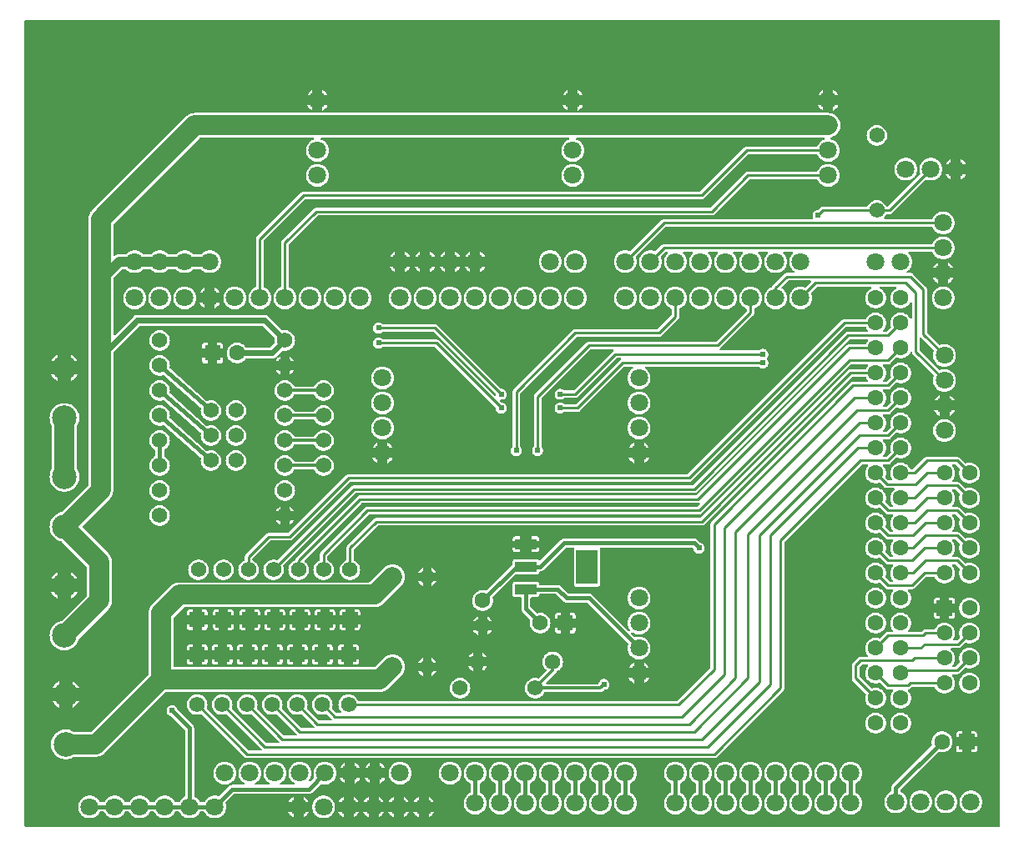
<source format=gtl>
G04 Layer: TopLayer*
G04 EasyEDA v6.4.19.2, 2021-05-28T18:10:01+02:00*
G04 3d613cfe214941e49b762df90ee4d122,cfe1dd9c90504c3bbdd6ef614714b9c7,10*
G04 Gerber Generator version 0.2*
G04 Scale: 100 percent, Rotated: No, Reflected: No *
G04 Dimensions in inches *
G04 leading zeros omitted , absolute positions ,3 integer and 6 decimal *
%FSLAX36Y36*%
%MOIN*%

%ADD10C,0.0100*%
%ADD11C,0.0157*%
%ADD12C,0.0787*%
%ADD13C,0.0394*%
%ADD14C,0.0236*%
%ADD15C,0.0098*%
%ADD16C,0.0118*%
%ADD17C,0.0240*%
%ADD18R,0.0850X0.0430*%
%ADD19R,0.0850X0.1380*%
%ADD20C,0.0709*%
%ADD21C,0.0630*%
%ADD22C,0.0618*%
%ADD23R,0.0618X0.0618*%
%ADD24R,0.0630X0.0630*%
%ADD25C,0.0984*%
%ADD26C,0.0600*%

%LPD*%
G36*
X139100Y500100D02*
G01*
X137560Y500400D01*
X136280Y501280D01*
X135400Y502560D01*
X135100Y504099D01*
X135100Y3720899D01*
X135400Y3722440D01*
X136280Y3723720D01*
X137560Y3724600D01*
X139100Y3724900D01*
X4028200Y3724900D01*
X4029740Y3724600D01*
X4031019Y3723720D01*
X4031900Y3722440D01*
X4032200Y3720899D01*
X4032200Y504099D01*
X4031900Y502560D01*
X4031019Y501280D01*
X4029740Y500400D01*
X4028200Y500100D01*
G37*

%LPC*%
G36*
X1325220Y3425220D02*
G01*
X1345740Y3425220D01*
X1343440Y3429400D01*
X1340080Y3434020D01*
X1336160Y3438180D01*
X1331759Y3441840D01*
X1326940Y3444900D01*
X1325220Y3445700D01*
G37*
G36*
X395000Y534480D02*
G01*
X400700Y534840D01*
X406320Y535900D01*
X411760Y537680D01*
X416940Y540100D01*
X421760Y543160D01*
X426160Y546820D01*
X430080Y550980D01*
X433440Y555600D01*
X435820Y559960D01*
X436719Y561060D01*
X437939Y561780D01*
X439340Y562020D01*
X450660Y562020D01*
X452060Y561780D01*
X453280Y561060D01*
X454180Y559960D01*
X456560Y555600D01*
X459920Y550980D01*
X463840Y546820D01*
X468240Y543160D01*
X473060Y540100D01*
X478240Y537680D01*
X483680Y535900D01*
X489300Y534840D01*
X495000Y534480D01*
X500700Y534840D01*
X506320Y535900D01*
X511760Y537680D01*
X516940Y540100D01*
X521760Y543160D01*
X526160Y546820D01*
X530080Y550980D01*
X533440Y555600D01*
X535820Y559960D01*
X536720Y561060D01*
X537940Y561780D01*
X539340Y562020D01*
X550660Y562020D01*
X552060Y561780D01*
X553280Y561060D01*
X554180Y559960D01*
X556560Y555600D01*
X559920Y550980D01*
X563840Y546820D01*
X568240Y543160D01*
X573060Y540100D01*
X578240Y537680D01*
X583680Y535900D01*
X589300Y534840D01*
X595000Y534480D01*
X600700Y534840D01*
X606320Y535900D01*
X611760Y537680D01*
X616940Y540100D01*
X621760Y543160D01*
X626160Y546820D01*
X630080Y550980D01*
X633440Y555600D01*
X635820Y559960D01*
X636720Y561060D01*
X637940Y561780D01*
X639340Y562020D01*
X650660Y562020D01*
X652060Y561780D01*
X653280Y561060D01*
X654180Y559960D01*
X656560Y555600D01*
X659920Y550980D01*
X663840Y546820D01*
X668240Y543160D01*
X673060Y540100D01*
X678240Y537680D01*
X683680Y535900D01*
X689300Y534840D01*
X695000Y534480D01*
X700699Y534840D01*
X706320Y535900D01*
X711760Y537680D01*
X716940Y540100D01*
X721760Y543160D01*
X726160Y546820D01*
X730080Y550980D01*
X733439Y555600D01*
X735819Y559960D01*
X736720Y561060D01*
X737940Y561780D01*
X739340Y562020D01*
X750660Y562020D01*
X752060Y561780D01*
X753280Y561060D01*
X754180Y559960D01*
X756560Y555600D01*
X759920Y550980D01*
X763840Y546820D01*
X768240Y543160D01*
X773060Y540100D01*
X778240Y537680D01*
X783680Y535900D01*
X789300Y534840D01*
X795000Y534480D01*
X800699Y534840D01*
X806320Y535900D01*
X811760Y537680D01*
X816940Y540100D01*
X821760Y543160D01*
X826160Y546820D01*
X830080Y550980D01*
X833439Y555600D01*
X835819Y559960D01*
X836720Y561060D01*
X837940Y561780D01*
X839340Y562020D01*
X850660Y562020D01*
X852060Y561780D01*
X853280Y561060D01*
X854180Y559960D01*
X856560Y555600D01*
X859920Y550980D01*
X863840Y546820D01*
X868240Y543160D01*
X873060Y540100D01*
X878240Y537680D01*
X883680Y535900D01*
X889300Y534840D01*
X895000Y534480D01*
X900699Y534840D01*
X906320Y535900D01*
X911760Y537680D01*
X916940Y540100D01*
X921760Y543160D01*
X926160Y546820D01*
X930080Y550980D01*
X933439Y555600D01*
X936200Y560620D01*
X938300Y565940D01*
X939720Y571460D01*
X940440Y577140D01*
X940440Y582860D01*
X939720Y588540D01*
X937900Y595860D01*
X938220Y597380D01*
X939080Y598660D01*
X971280Y630860D01*
X972580Y631720D01*
X974100Y632020D01*
X1270700Y632040D01*
X1274120Y632520D01*
X1277260Y633580D01*
X1280140Y635180D01*
X1282840Y637420D01*
X1316399Y670980D01*
X1317600Y671800D01*
X1319019Y672140D01*
X1320460Y671960D01*
X1323680Y670900D01*
X1329300Y669840D01*
X1335000Y669479D01*
X1340700Y669840D01*
X1346320Y670900D01*
X1351759Y672680D01*
X1356940Y675100D01*
X1361759Y678160D01*
X1366160Y681820D01*
X1370080Y685980D01*
X1373440Y690600D01*
X1376200Y695620D01*
X1378300Y700939D01*
X1379720Y706460D01*
X1380440Y712140D01*
X1380440Y717860D01*
X1379720Y723540D01*
X1378300Y729060D01*
X1376200Y734380D01*
X1373440Y739400D01*
X1370080Y744020D01*
X1366160Y748180D01*
X1361759Y751840D01*
X1356940Y754900D01*
X1351759Y757320D01*
X1346320Y759100D01*
X1340700Y760160D01*
X1335000Y760520D01*
X1329300Y760160D01*
X1323680Y759100D01*
X1318240Y757320D01*
X1313060Y754900D01*
X1308240Y751840D01*
X1303839Y748180D01*
X1299920Y744020D01*
X1296560Y739400D01*
X1293800Y734380D01*
X1291699Y729060D01*
X1290280Y723540D01*
X1289560Y717860D01*
X1289560Y712140D01*
X1290280Y706460D01*
X1292100Y699140D01*
X1291780Y697620D01*
X1290920Y696340D01*
X1278160Y683580D01*
X1276740Y682660D01*
X1275060Y682420D01*
X1273440Y682880D01*
X1272140Y683980D01*
X1271440Y685520D01*
X1271420Y687220D01*
X1272100Y688760D01*
X1273440Y690600D01*
X1276200Y695620D01*
X1278300Y700939D01*
X1279720Y706460D01*
X1280440Y712140D01*
X1280440Y717860D01*
X1279720Y723540D01*
X1278300Y729060D01*
X1276200Y734380D01*
X1273440Y739400D01*
X1270080Y744020D01*
X1266160Y748180D01*
X1261760Y751840D01*
X1256940Y754900D01*
X1251760Y757320D01*
X1246320Y759100D01*
X1240700Y760160D01*
X1235000Y760520D01*
X1229300Y760160D01*
X1223680Y759100D01*
X1218240Y757320D01*
X1213060Y754900D01*
X1208240Y751840D01*
X1203840Y748180D01*
X1199920Y744020D01*
X1196560Y739400D01*
X1193800Y734380D01*
X1191700Y729060D01*
X1190280Y723540D01*
X1189560Y717860D01*
X1189560Y712140D01*
X1190280Y706460D01*
X1191700Y700939D01*
X1193800Y695620D01*
X1196560Y690600D01*
X1199920Y685980D01*
X1203840Y681820D01*
X1208240Y678160D01*
X1212680Y675360D01*
X1213900Y674160D01*
X1214500Y672560D01*
X1214380Y670860D01*
X1213560Y669360D01*
X1212200Y668340D01*
X1210540Y667980D01*
X1159460Y667980D01*
X1157800Y668340D01*
X1156440Y669360D01*
X1155620Y670860D01*
X1155500Y672560D01*
X1156100Y674160D01*
X1157320Y675360D01*
X1161760Y678160D01*
X1166160Y681820D01*
X1170080Y685980D01*
X1173440Y690600D01*
X1176200Y695620D01*
X1178300Y700939D01*
X1179720Y706460D01*
X1180440Y712140D01*
X1180440Y717860D01*
X1179720Y723540D01*
X1178300Y729060D01*
X1176200Y734380D01*
X1173440Y739400D01*
X1170080Y744020D01*
X1166160Y748180D01*
X1161760Y751840D01*
X1156940Y754900D01*
X1151760Y757320D01*
X1146320Y759100D01*
X1140700Y760160D01*
X1135000Y760520D01*
X1129300Y760160D01*
X1123680Y759100D01*
X1118240Y757320D01*
X1113060Y754900D01*
X1108240Y751840D01*
X1103840Y748180D01*
X1099920Y744020D01*
X1096560Y739400D01*
X1093800Y734380D01*
X1091700Y729060D01*
X1090280Y723540D01*
X1089560Y717860D01*
X1089560Y712140D01*
X1090280Y706460D01*
X1091700Y700939D01*
X1093800Y695620D01*
X1096560Y690600D01*
X1099920Y685980D01*
X1103840Y681820D01*
X1108240Y678160D01*
X1112680Y675360D01*
X1113900Y674160D01*
X1114500Y672560D01*
X1114380Y670860D01*
X1113560Y669360D01*
X1112200Y668340D01*
X1110540Y667980D01*
X1059460Y667980D01*
X1057800Y668340D01*
X1056440Y669360D01*
X1055620Y670860D01*
X1055500Y672560D01*
X1056100Y674160D01*
X1057320Y675360D01*
X1061760Y678160D01*
X1066160Y681820D01*
X1070080Y685980D01*
X1073440Y690600D01*
X1076200Y695620D01*
X1078300Y700939D01*
X1079720Y706460D01*
X1080440Y712140D01*
X1080440Y717860D01*
X1079720Y723540D01*
X1078300Y729060D01*
X1076200Y734380D01*
X1073440Y739400D01*
X1070080Y744020D01*
X1066160Y748180D01*
X1061760Y751840D01*
X1056940Y754900D01*
X1051760Y757320D01*
X1046320Y759100D01*
X1040699Y760160D01*
X1035000Y760520D01*
X1029300Y760160D01*
X1023680Y759100D01*
X1018240Y757320D01*
X1013060Y754900D01*
X1008240Y751840D01*
X1003840Y748180D01*
X999920Y744020D01*
X996560Y739400D01*
X993800Y734380D01*
X991700Y729060D01*
X990280Y723540D01*
X989560Y717860D01*
X989560Y712140D01*
X990280Y706460D01*
X991700Y700939D01*
X993800Y695620D01*
X996560Y690600D01*
X999920Y685980D01*
X1003840Y681820D01*
X1008240Y678160D01*
X1012680Y675360D01*
X1013900Y674160D01*
X1014500Y672560D01*
X1014380Y670860D01*
X1013560Y669360D01*
X1012200Y668340D01*
X1010540Y667980D01*
X964300Y667960D01*
X960879Y667480D01*
X957740Y666420D01*
X954860Y664820D01*
X952159Y662580D01*
X913600Y624020D01*
X912400Y623200D01*
X910980Y622860D01*
X909539Y623040D01*
X906320Y624100D01*
X900699Y625160D01*
X895000Y625520D01*
X889300Y625160D01*
X883680Y624100D01*
X878240Y622320D01*
X873060Y619900D01*
X868240Y616840D01*
X863840Y613180D01*
X859920Y609020D01*
X856560Y604400D01*
X854180Y600040D01*
X853280Y598940D01*
X852060Y598220D01*
X850660Y597980D01*
X839340Y597980D01*
X837940Y598220D01*
X836720Y598940D01*
X835819Y600040D01*
X833439Y604400D01*
X830080Y609020D01*
X826160Y613180D01*
X821760Y616840D01*
X816940Y619900D01*
X815280Y620680D01*
X814060Y621560D01*
X813259Y622820D01*
X812980Y624300D01*
X812960Y895699D01*
X812480Y899120D01*
X811420Y902260D01*
X809820Y905140D01*
X807580Y907840D01*
X747560Y967860D01*
X746940Y968680D01*
X746540Y969640D01*
X745759Y972560D01*
X744120Y976040D01*
X741919Y979200D01*
X739200Y981919D01*
X736040Y984120D01*
X732560Y985759D01*
X728840Y986740D01*
X725000Y987080D01*
X721160Y986740D01*
X717440Y985759D01*
X713960Y984120D01*
X710800Y981919D01*
X708080Y979200D01*
X705879Y976040D01*
X704240Y972560D01*
X703259Y968840D01*
X702920Y965000D01*
X703259Y961160D01*
X704240Y957440D01*
X705879Y953960D01*
X708080Y950800D01*
X710800Y948080D01*
X713960Y945879D01*
X717440Y944240D01*
X720360Y943460D01*
X721320Y943060D01*
X722140Y942440D01*
X775860Y888720D01*
X776720Y887420D01*
X777020Y885900D01*
X777020Y624300D01*
X776740Y622820D01*
X775939Y621560D01*
X774720Y620680D01*
X773060Y619900D01*
X768240Y616840D01*
X763840Y613180D01*
X759920Y609020D01*
X756560Y604400D01*
X754180Y600040D01*
X753280Y598940D01*
X752060Y598220D01*
X750660Y597980D01*
X739340Y597980D01*
X737940Y598220D01*
X736720Y598940D01*
X735819Y600040D01*
X733439Y604400D01*
X730080Y609020D01*
X726160Y613180D01*
X721760Y616840D01*
X716940Y619900D01*
X711760Y622320D01*
X706320Y624100D01*
X700699Y625160D01*
X695000Y625520D01*
X689300Y625160D01*
X683680Y624100D01*
X678240Y622320D01*
X673060Y619900D01*
X668240Y616840D01*
X663840Y613180D01*
X659920Y609020D01*
X656560Y604400D01*
X654180Y600040D01*
X653280Y598940D01*
X652060Y598220D01*
X650660Y597980D01*
X639340Y597980D01*
X637940Y598220D01*
X636720Y598940D01*
X635820Y600040D01*
X633440Y604400D01*
X630080Y609020D01*
X626160Y613180D01*
X621760Y616840D01*
X616940Y619900D01*
X611760Y622320D01*
X606320Y624100D01*
X600700Y625160D01*
X595000Y625520D01*
X589300Y625160D01*
X583680Y624100D01*
X578240Y622320D01*
X573060Y619900D01*
X568240Y616840D01*
X563840Y613180D01*
X559920Y609020D01*
X556560Y604400D01*
X554180Y600040D01*
X553280Y598940D01*
X552060Y598220D01*
X550660Y597980D01*
X539340Y597980D01*
X537940Y598220D01*
X536720Y598940D01*
X535820Y600040D01*
X533440Y604400D01*
X530080Y609020D01*
X526160Y613180D01*
X521760Y616840D01*
X516940Y619900D01*
X511760Y622320D01*
X506320Y624100D01*
X500700Y625160D01*
X495000Y625520D01*
X489300Y625160D01*
X483680Y624100D01*
X478240Y622320D01*
X473060Y619900D01*
X468240Y616840D01*
X463840Y613180D01*
X459920Y609020D01*
X456560Y604400D01*
X454180Y600040D01*
X453280Y598940D01*
X452060Y598220D01*
X450660Y597980D01*
X439340Y597980D01*
X437939Y598220D01*
X436719Y598940D01*
X435820Y600040D01*
X433440Y604400D01*
X430080Y609020D01*
X426160Y613180D01*
X421760Y616840D01*
X416940Y619900D01*
X411760Y622320D01*
X406320Y624100D01*
X400700Y625160D01*
X395000Y625520D01*
X389300Y625160D01*
X383680Y624100D01*
X378240Y622320D01*
X373060Y619900D01*
X368240Y616840D01*
X363840Y613180D01*
X359920Y609020D01*
X356560Y604400D01*
X353800Y599380D01*
X351700Y594060D01*
X350280Y588540D01*
X349560Y582860D01*
X349560Y577140D01*
X350280Y571460D01*
X351700Y565940D01*
X353800Y560620D01*
X356560Y555600D01*
X359920Y550980D01*
X363840Y546820D01*
X368240Y543160D01*
X373060Y540100D01*
X378240Y537680D01*
X383680Y535900D01*
X389300Y534840D01*
G37*
G36*
X3304260Y3425220D02*
G01*
X3324780Y3425220D01*
X3324780Y3445700D01*
X3323060Y3444900D01*
X3318240Y3441840D01*
X3313840Y3438180D01*
X3309920Y3434020D01*
X3306560Y3429400D01*
G37*
G36*
X2345220Y3425220D02*
G01*
X2365740Y3425220D01*
X2363440Y3429400D01*
X2360080Y3434020D01*
X2356160Y3438180D01*
X2351760Y3441840D01*
X2346940Y3444900D01*
X2345220Y3445700D01*
G37*
G36*
X1264260Y3425220D02*
G01*
X1284780Y3425220D01*
X1284780Y3445700D01*
X1283060Y3444900D01*
X1278240Y3441840D01*
X1273840Y3438180D01*
X1269920Y3434020D01*
X1266560Y3429400D01*
G37*
G36*
X2284260Y3425220D02*
G01*
X2304780Y3425220D01*
X2304780Y3445700D01*
X2303060Y3444900D01*
X2298240Y3441840D01*
X2293840Y3438180D01*
X2289920Y3434020D01*
X2286560Y3429400D01*
G37*
G36*
X3365220Y3425220D02*
G01*
X3385740Y3425220D01*
X3383440Y3429400D01*
X3380080Y3434020D01*
X3376160Y3438180D01*
X3371760Y3441840D01*
X3366940Y3444900D01*
X3365220Y3445700D01*
G37*
G36*
X1650220Y539300D02*
G01*
X1651940Y540100D01*
X1656759Y543160D01*
X1661160Y546820D01*
X1665080Y550980D01*
X1668440Y555600D01*
X1670740Y559780D01*
X1650220Y559780D01*
G37*
G36*
X1550220Y539300D02*
G01*
X1551940Y540100D01*
X1556759Y543160D01*
X1561160Y546820D01*
X1565080Y550980D01*
X1568440Y555600D01*
X1570740Y559780D01*
X1550220Y559780D01*
G37*
G36*
X1450220Y539300D02*
G01*
X1451940Y540100D01*
X1456759Y543160D01*
X1461160Y546820D01*
X1465080Y550980D01*
X1468440Y555600D01*
X1470740Y559780D01*
X1450220Y559780D01*
G37*
G36*
X1209780Y539300D02*
G01*
X1209780Y559780D01*
X1189260Y559780D01*
X1191560Y555600D01*
X1194920Y550980D01*
X1198840Y546820D01*
X1203240Y543160D01*
X1208060Y540100D01*
G37*
G36*
X1709780Y539300D02*
G01*
X1709780Y559780D01*
X1689259Y559780D01*
X1691560Y555600D01*
X1694920Y550980D01*
X1698839Y546820D01*
X1703240Y543160D01*
X1708060Y540100D01*
G37*
G36*
X1750220Y539300D02*
G01*
X1751940Y540100D01*
X1756759Y543160D01*
X1761160Y546820D01*
X1765080Y550980D01*
X1768440Y555600D01*
X1770740Y559780D01*
X1750220Y559780D01*
G37*
G36*
X1609780Y539300D02*
G01*
X1609780Y559780D01*
X1589259Y559780D01*
X1591560Y555600D01*
X1594920Y550980D01*
X1598839Y546820D01*
X1603240Y543160D01*
X1608060Y540100D01*
G37*
G36*
X1250220Y539300D02*
G01*
X1251940Y540100D01*
X1256760Y543160D01*
X1261160Y546820D01*
X1265080Y550980D01*
X1268440Y555600D01*
X1270740Y559780D01*
X1250220Y559780D01*
G37*
G36*
X1509780Y539300D02*
G01*
X1509780Y559780D01*
X1489259Y559780D01*
X1491560Y555600D01*
X1494920Y550980D01*
X1498839Y546820D01*
X1503240Y543160D01*
X1508060Y540100D01*
G37*
G36*
X1409780Y539300D02*
G01*
X1409780Y559780D01*
X1389259Y559780D01*
X1391560Y555600D01*
X1394920Y550980D01*
X1398839Y546820D01*
X1403240Y543160D01*
X1408060Y540100D01*
G37*
G36*
X2735000Y549480D02*
G01*
X2740700Y549840D01*
X2746320Y550900D01*
X2751760Y552680D01*
X2756940Y555100D01*
X2761760Y558160D01*
X2766160Y561820D01*
X2770080Y565980D01*
X2773440Y570600D01*
X2776200Y575620D01*
X2778300Y580940D01*
X2779720Y586460D01*
X2780440Y592140D01*
X2780440Y597860D01*
X2779720Y603540D01*
X2778300Y609060D01*
X2776200Y614380D01*
X2773440Y619400D01*
X2770080Y624020D01*
X2766160Y628180D01*
X2761760Y631840D01*
X2756940Y634900D01*
X2755280Y635680D01*
X2754060Y636560D01*
X2753260Y637820D01*
X2752980Y639300D01*
X2752980Y670699D01*
X2753260Y672180D01*
X2754060Y673439D01*
X2755280Y674320D01*
X2756940Y675100D01*
X2761760Y678160D01*
X2766160Y681820D01*
X2770080Y685980D01*
X2773440Y690600D01*
X2776200Y695620D01*
X2778300Y700939D01*
X2779720Y706460D01*
X2780440Y712140D01*
X2780440Y717860D01*
X2779720Y723540D01*
X2778300Y729060D01*
X2776200Y734380D01*
X2773440Y739400D01*
X2770080Y744020D01*
X2766160Y748180D01*
X2761760Y751840D01*
X2756940Y754900D01*
X2751760Y757320D01*
X2746320Y759100D01*
X2740700Y760160D01*
X2735000Y760520D01*
X2729300Y760160D01*
X2723680Y759100D01*
X2718240Y757320D01*
X2713060Y754900D01*
X2708240Y751840D01*
X2703840Y748180D01*
X2699920Y744020D01*
X2696560Y739400D01*
X2693800Y734380D01*
X2691700Y729060D01*
X2690280Y723540D01*
X2689560Y717860D01*
X2689560Y712140D01*
X2690280Y706460D01*
X2691700Y700939D01*
X2693800Y695620D01*
X2696560Y690600D01*
X2699920Y685980D01*
X2703840Y681820D01*
X2708240Y678160D01*
X2713060Y675100D01*
X2714720Y674320D01*
X2715940Y673439D01*
X2716740Y672180D01*
X2717020Y670699D01*
X2717020Y639300D01*
X2716740Y637820D01*
X2715940Y636560D01*
X2714720Y635680D01*
X2713060Y634900D01*
X2708240Y631840D01*
X2703840Y628180D01*
X2699920Y624020D01*
X2696560Y619400D01*
X2693800Y614380D01*
X2691700Y609060D01*
X2690280Y603540D01*
X2689560Y597860D01*
X2689560Y592140D01*
X2690280Y586460D01*
X2691700Y580940D01*
X2693800Y575620D01*
X2696560Y570600D01*
X2699920Y565980D01*
X2703840Y561820D01*
X2708240Y558160D01*
X2713060Y555100D01*
X2718240Y552680D01*
X2723680Y550900D01*
X2729300Y549840D01*
G37*
G36*
X3035000Y549480D02*
G01*
X3040700Y549840D01*
X3046320Y550900D01*
X3051760Y552680D01*
X3056940Y555100D01*
X3061760Y558160D01*
X3066160Y561820D01*
X3070080Y565980D01*
X3073440Y570600D01*
X3076200Y575620D01*
X3078300Y580940D01*
X3079720Y586460D01*
X3080440Y592140D01*
X3080440Y597860D01*
X3079720Y603540D01*
X3078300Y609060D01*
X3076200Y614380D01*
X3073440Y619400D01*
X3070080Y624020D01*
X3066160Y628180D01*
X3061760Y631840D01*
X3056940Y634900D01*
X3055280Y635680D01*
X3054060Y636560D01*
X3053260Y637820D01*
X3052980Y639300D01*
X3052980Y670699D01*
X3053260Y672180D01*
X3054060Y673439D01*
X3055280Y674320D01*
X3056940Y675100D01*
X3061760Y678160D01*
X3066160Y681820D01*
X3070080Y685980D01*
X3073440Y690600D01*
X3076200Y695620D01*
X3078300Y700939D01*
X3079720Y706460D01*
X3080440Y712140D01*
X3080440Y717860D01*
X3079720Y723540D01*
X3078300Y729060D01*
X3076200Y734380D01*
X3073440Y739400D01*
X3070080Y744020D01*
X3066160Y748180D01*
X3061760Y751840D01*
X3056940Y754900D01*
X3051760Y757320D01*
X3046320Y759100D01*
X3040700Y760160D01*
X3035000Y760520D01*
X3029300Y760160D01*
X3023680Y759100D01*
X3018240Y757320D01*
X3013060Y754900D01*
X3008240Y751840D01*
X3003840Y748180D01*
X2999920Y744020D01*
X2996560Y739400D01*
X2993800Y734380D01*
X2991700Y729060D01*
X2990280Y723540D01*
X2989560Y717860D01*
X2989560Y712140D01*
X2990280Y706460D01*
X2991700Y700939D01*
X2993800Y695620D01*
X2996560Y690600D01*
X2999920Y685980D01*
X3003840Y681820D01*
X3008240Y678160D01*
X3013060Y675100D01*
X3014720Y674320D01*
X3015940Y673439D01*
X3016740Y672180D01*
X3017020Y670699D01*
X3017020Y639300D01*
X3016740Y637820D01*
X3015940Y636560D01*
X3014720Y635680D01*
X3013060Y634900D01*
X3008240Y631840D01*
X3003840Y628180D01*
X2999920Y624020D01*
X2996560Y619400D01*
X2993800Y614380D01*
X2991700Y609060D01*
X2990280Y603540D01*
X2989560Y597860D01*
X2989560Y592140D01*
X2990280Y586460D01*
X2991700Y580940D01*
X2993800Y575620D01*
X2996560Y570600D01*
X2999920Y565980D01*
X3003840Y561820D01*
X3008240Y558160D01*
X3013060Y555100D01*
X3018240Y552680D01*
X3023680Y550900D01*
X3029300Y549840D01*
G37*
G36*
X2535000Y549480D02*
G01*
X2540700Y549840D01*
X2546320Y550900D01*
X2551760Y552680D01*
X2556940Y555100D01*
X2561760Y558160D01*
X2566160Y561820D01*
X2570080Y565980D01*
X2573440Y570600D01*
X2576200Y575620D01*
X2578300Y580940D01*
X2579720Y586460D01*
X2580440Y592140D01*
X2580440Y597860D01*
X2579720Y603540D01*
X2578300Y609060D01*
X2576200Y614380D01*
X2573440Y619400D01*
X2570080Y624020D01*
X2566160Y628180D01*
X2561760Y631840D01*
X2556940Y634900D01*
X2555280Y635680D01*
X2554060Y636560D01*
X2553260Y637820D01*
X2552980Y639300D01*
X2552980Y670699D01*
X2553260Y672180D01*
X2554060Y673439D01*
X2555280Y674320D01*
X2556940Y675100D01*
X2561760Y678160D01*
X2566160Y681820D01*
X2570080Y685980D01*
X2573440Y690600D01*
X2576200Y695620D01*
X2578300Y700939D01*
X2579720Y706460D01*
X2580440Y712140D01*
X2580440Y717860D01*
X2579720Y723540D01*
X2578300Y729060D01*
X2576200Y734380D01*
X2573440Y739400D01*
X2570080Y744020D01*
X2566160Y748180D01*
X2561760Y751840D01*
X2556940Y754900D01*
X2551760Y757320D01*
X2546320Y759100D01*
X2540700Y760160D01*
X2535000Y760520D01*
X2529300Y760160D01*
X2523680Y759100D01*
X2518240Y757320D01*
X2513060Y754900D01*
X2508240Y751840D01*
X2503840Y748180D01*
X2499920Y744020D01*
X2496560Y739400D01*
X2493800Y734380D01*
X2491700Y729060D01*
X2490280Y723540D01*
X2489560Y717860D01*
X2489560Y712140D01*
X2490280Y706460D01*
X2491700Y700939D01*
X2493800Y695620D01*
X2496560Y690600D01*
X2499920Y685980D01*
X2503840Y681820D01*
X2508240Y678160D01*
X2513060Y675100D01*
X2514720Y674320D01*
X2515940Y673439D01*
X2516740Y672180D01*
X2517020Y670699D01*
X2517020Y639300D01*
X2516740Y637820D01*
X2515940Y636560D01*
X2514720Y635680D01*
X2513060Y634900D01*
X2508240Y631840D01*
X2503840Y628180D01*
X2499920Y624020D01*
X2496560Y619400D01*
X2493800Y614380D01*
X2491700Y609060D01*
X2490280Y603540D01*
X2489560Y597860D01*
X2489560Y592140D01*
X2490280Y586460D01*
X2491700Y580940D01*
X2493800Y575620D01*
X2496560Y570600D01*
X2499920Y565980D01*
X2503840Y561820D01*
X2508240Y558160D01*
X2513060Y555100D01*
X2518240Y552680D01*
X2523680Y550900D01*
X2529300Y549840D01*
G37*
G36*
X2235000Y549480D02*
G01*
X2240700Y549840D01*
X2246320Y550900D01*
X2251760Y552680D01*
X2256940Y555100D01*
X2261760Y558160D01*
X2266160Y561820D01*
X2270080Y565980D01*
X2273440Y570600D01*
X2276200Y575620D01*
X2278300Y580940D01*
X2279720Y586460D01*
X2280440Y592140D01*
X2280440Y597860D01*
X2279720Y603540D01*
X2278300Y609060D01*
X2276200Y614380D01*
X2273440Y619400D01*
X2270080Y624020D01*
X2266160Y628180D01*
X2261760Y631840D01*
X2256940Y634900D01*
X2255280Y635680D01*
X2254060Y636560D01*
X2253260Y637820D01*
X2252980Y639300D01*
X2252980Y670699D01*
X2253260Y672180D01*
X2254060Y673439D01*
X2255280Y674320D01*
X2256940Y675100D01*
X2261760Y678160D01*
X2266160Y681820D01*
X2270080Y685980D01*
X2273440Y690600D01*
X2276200Y695620D01*
X2278300Y700939D01*
X2279720Y706460D01*
X2280440Y712140D01*
X2280440Y717860D01*
X2279720Y723540D01*
X2278300Y729060D01*
X2276200Y734380D01*
X2273440Y739400D01*
X2270080Y744020D01*
X2266160Y748180D01*
X2261760Y751840D01*
X2256940Y754900D01*
X2251760Y757320D01*
X2246320Y759100D01*
X2240700Y760160D01*
X2235000Y760520D01*
X2229300Y760160D01*
X2223680Y759100D01*
X2218240Y757320D01*
X2213060Y754900D01*
X2208240Y751840D01*
X2203840Y748180D01*
X2199920Y744020D01*
X2196560Y739400D01*
X2193800Y734380D01*
X2191700Y729060D01*
X2190280Y723540D01*
X2189560Y717860D01*
X2189560Y712140D01*
X2190280Y706460D01*
X2191700Y700939D01*
X2193800Y695620D01*
X2196560Y690600D01*
X2199920Y685980D01*
X2203840Y681820D01*
X2208240Y678160D01*
X2213060Y675100D01*
X2214720Y674320D01*
X2215940Y673439D01*
X2216740Y672180D01*
X2217020Y670699D01*
X2217020Y639300D01*
X2216740Y637820D01*
X2215940Y636560D01*
X2214720Y635680D01*
X2213060Y634900D01*
X2208240Y631840D01*
X2203840Y628180D01*
X2199920Y624020D01*
X2196560Y619400D01*
X2193800Y614380D01*
X2191700Y609060D01*
X2190280Y603540D01*
X2189560Y597860D01*
X2189560Y592140D01*
X2190280Y586460D01*
X2191700Y580940D01*
X2193800Y575620D01*
X2196560Y570600D01*
X2199920Y565980D01*
X2203840Y561820D01*
X2208240Y558160D01*
X2213060Y555100D01*
X2218240Y552680D01*
X2223680Y550900D01*
X2229300Y549840D01*
G37*
G36*
X2435000Y549480D02*
G01*
X2440700Y549840D01*
X2446320Y550900D01*
X2451760Y552680D01*
X2456940Y555100D01*
X2461760Y558160D01*
X2466160Y561820D01*
X2470080Y565980D01*
X2473440Y570600D01*
X2476200Y575620D01*
X2478300Y580940D01*
X2479720Y586460D01*
X2480440Y592140D01*
X2480440Y597860D01*
X2479720Y603540D01*
X2478300Y609060D01*
X2476200Y614380D01*
X2473440Y619400D01*
X2470080Y624020D01*
X2466160Y628180D01*
X2461760Y631840D01*
X2456940Y634900D01*
X2455280Y635680D01*
X2454060Y636560D01*
X2453260Y637820D01*
X2452980Y639300D01*
X2452980Y670699D01*
X2453260Y672180D01*
X2454060Y673439D01*
X2455280Y674320D01*
X2456940Y675100D01*
X2461760Y678160D01*
X2466160Y681820D01*
X2470080Y685980D01*
X2473440Y690600D01*
X2476200Y695620D01*
X2478300Y700939D01*
X2479720Y706460D01*
X2480440Y712140D01*
X2480440Y717860D01*
X2479720Y723540D01*
X2478300Y729060D01*
X2476200Y734380D01*
X2473440Y739400D01*
X2470080Y744020D01*
X2466160Y748180D01*
X2461760Y751840D01*
X2456940Y754900D01*
X2451760Y757320D01*
X2446320Y759100D01*
X2440700Y760160D01*
X2435000Y760520D01*
X2429300Y760160D01*
X2423680Y759100D01*
X2418240Y757320D01*
X2413060Y754900D01*
X2408240Y751840D01*
X2403840Y748180D01*
X2399920Y744020D01*
X2396560Y739400D01*
X2393800Y734380D01*
X2391700Y729060D01*
X2390280Y723540D01*
X2389560Y717860D01*
X2389560Y712140D01*
X2390280Y706460D01*
X2391700Y700939D01*
X2393800Y695620D01*
X2396560Y690600D01*
X2399920Y685980D01*
X2403840Y681820D01*
X2408240Y678160D01*
X2413060Y675100D01*
X2414720Y674320D01*
X2415940Y673439D01*
X2416740Y672180D01*
X2417020Y670699D01*
X2417020Y639300D01*
X2416740Y637820D01*
X2415940Y636560D01*
X2414720Y635680D01*
X2413060Y634900D01*
X2408240Y631840D01*
X2403840Y628180D01*
X2399920Y624020D01*
X2396560Y619400D01*
X2393800Y614380D01*
X2391700Y609060D01*
X2390280Y603540D01*
X2389560Y597860D01*
X2389560Y592140D01*
X2390280Y586460D01*
X2391700Y580940D01*
X2393800Y575620D01*
X2396560Y570600D01*
X2399920Y565980D01*
X2403840Y561820D01*
X2408240Y558160D01*
X2413060Y555100D01*
X2418240Y552680D01*
X2423680Y550900D01*
X2429300Y549840D01*
G37*
G36*
X2335000Y549480D02*
G01*
X2340700Y549840D01*
X2346320Y550900D01*
X2351760Y552680D01*
X2356940Y555100D01*
X2361760Y558160D01*
X2366160Y561820D01*
X2370080Y565980D01*
X2373440Y570600D01*
X2376200Y575620D01*
X2378300Y580940D01*
X2379720Y586460D01*
X2380440Y592140D01*
X2380440Y597860D01*
X2379720Y603540D01*
X2378300Y609060D01*
X2376200Y614380D01*
X2373440Y619400D01*
X2370080Y624020D01*
X2366160Y628180D01*
X2361760Y631840D01*
X2356940Y634900D01*
X2355280Y635680D01*
X2354060Y636560D01*
X2353260Y637820D01*
X2352980Y639300D01*
X2352980Y670699D01*
X2353260Y672180D01*
X2354060Y673439D01*
X2355280Y674320D01*
X2356940Y675100D01*
X2361760Y678160D01*
X2366160Y681820D01*
X2370080Y685980D01*
X2373440Y690600D01*
X2376200Y695620D01*
X2378300Y700939D01*
X2379720Y706460D01*
X2380440Y712140D01*
X2380440Y717860D01*
X2379720Y723540D01*
X2378300Y729060D01*
X2376200Y734380D01*
X2373440Y739400D01*
X2370080Y744020D01*
X2366160Y748180D01*
X2361760Y751840D01*
X2356940Y754900D01*
X2351760Y757320D01*
X2346320Y759100D01*
X2340700Y760160D01*
X2335000Y760520D01*
X2329300Y760160D01*
X2323680Y759100D01*
X2318240Y757320D01*
X2313060Y754900D01*
X2308240Y751840D01*
X2303840Y748180D01*
X2299920Y744020D01*
X2296560Y739400D01*
X2293800Y734380D01*
X2291700Y729060D01*
X2290280Y723540D01*
X2289560Y717860D01*
X2289560Y712140D01*
X2290280Y706460D01*
X2291700Y700939D01*
X2293800Y695620D01*
X2296560Y690600D01*
X2299920Y685980D01*
X2303840Y681820D01*
X2308240Y678160D01*
X2313060Y675100D01*
X2314720Y674320D01*
X2315940Y673439D01*
X2316740Y672180D01*
X2317020Y670699D01*
X2317020Y639300D01*
X2316740Y637820D01*
X2315940Y636560D01*
X2314720Y635680D01*
X2313060Y634900D01*
X2308240Y631840D01*
X2303840Y628180D01*
X2299920Y624020D01*
X2296560Y619400D01*
X2293800Y614380D01*
X2291700Y609060D01*
X2290280Y603540D01*
X2289560Y597860D01*
X2289560Y592140D01*
X2290280Y586460D01*
X2291700Y580940D01*
X2293800Y575620D01*
X2296560Y570600D01*
X2299920Y565980D01*
X2303840Y561820D01*
X2308240Y558160D01*
X2313060Y555100D01*
X2318240Y552680D01*
X2323680Y550900D01*
X2329300Y549840D01*
G37*
G36*
X3335000Y549480D02*
G01*
X3340700Y549840D01*
X3346320Y550900D01*
X3351760Y552680D01*
X3356940Y555100D01*
X3361760Y558160D01*
X3366160Y561820D01*
X3370080Y565980D01*
X3373440Y570600D01*
X3376200Y575620D01*
X3378300Y580940D01*
X3379720Y586460D01*
X3380440Y592140D01*
X3380440Y597860D01*
X3379720Y603540D01*
X3378300Y609060D01*
X3376200Y614380D01*
X3373440Y619400D01*
X3370080Y624020D01*
X3366160Y628180D01*
X3361760Y631840D01*
X3356940Y634900D01*
X3355280Y635680D01*
X3354060Y636560D01*
X3353260Y637820D01*
X3352980Y639300D01*
X3352980Y670699D01*
X3353260Y672180D01*
X3354060Y673439D01*
X3355280Y674320D01*
X3356940Y675100D01*
X3361760Y678160D01*
X3366160Y681820D01*
X3370080Y685980D01*
X3373440Y690600D01*
X3376200Y695620D01*
X3378300Y700939D01*
X3379720Y706460D01*
X3380440Y712140D01*
X3380440Y717860D01*
X3379720Y723540D01*
X3378300Y729060D01*
X3376200Y734380D01*
X3373440Y739400D01*
X3370080Y744020D01*
X3366160Y748180D01*
X3361760Y751840D01*
X3356940Y754900D01*
X3351760Y757320D01*
X3346320Y759100D01*
X3340700Y760160D01*
X3335000Y760520D01*
X3329300Y760160D01*
X3323680Y759100D01*
X3318240Y757320D01*
X3313060Y754900D01*
X3308240Y751840D01*
X3303840Y748180D01*
X3299920Y744020D01*
X3296560Y739400D01*
X3293800Y734380D01*
X3291700Y729060D01*
X3290280Y723540D01*
X3289560Y717860D01*
X3289560Y712140D01*
X3290280Y706460D01*
X3291700Y700939D01*
X3293800Y695620D01*
X3296560Y690600D01*
X3299920Y685980D01*
X3303840Y681820D01*
X3308240Y678160D01*
X3313060Y675100D01*
X3314720Y674320D01*
X3315940Y673439D01*
X3316740Y672180D01*
X3317020Y670699D01*
X3317020Y639300D01*
X3316740Y637820D01*
X3315940Y636560D01*
X3314720Y635680D01*
X3313060Y634900D01*
X3308240Y631840D01*
X3303840Y628180D01*
X3299920Y624020D01*
X3296560Y619400D01*
X3293800Y614380D01*
X3291700Y609060D01*
X3290280Y603540D01*
X3289560Y597860D01*
X3289560Y592140D01*
X3290280Y586460D01*
X3291700Y580940D01*
X3293800Y575620D01*
X3296560Y570600D01*
X3299920Y565980D01*
X3303840Y561820D01*
X3308240Y558160D01*
X3313060Y555100D01*
X3318240Y552680D01*
X3323680Y550900D01*
X3329300Y549840D01*
G37*
G36*
X2835000Y549480D02*
G01*
X2840700Y549840D01*
X2846320Y550900D01*
X2851760Y552680D01*
X2856940Y555100D01*
X2861760Y558160D01*
X2866160Y561820D01*
X2870080Y565980D01*
X2873440Y570600D01*
X2876200Y575620D01*
X2878300Y580940D01*
X2879720Y586460D01*
X2880440Y592140D01*
X2880440Y597860D01*
X2879720Y603540D01*
X2878300Y609060D01*
X2876200Y614380D01*
X2873440Y619400D01*
X2870080Y624020D01*
X2866160Y628180D01*
X2861760Y631840D01*
X2856940Y634900D01*
X2855280Y635680D01*
X2854060Y636560D01*
X2853260Y637820D01*
X2852980Y639300D01*
X2852980Y670699D01*
X2853260Y672180D01*
X2854060Y673439D01*
X2855280Y674320D01*
X2856940Y675100D01*
X2861760Y678160D01*
X2866160Y681820D01*
X2870080Y685980D01*
X2873440Y690600D01*
X2876200Y695620D01*
X2878300Y700939D01*
X2879720Y706460D01*
X2880440Y712140D01*
X2880440Y717860D01*
X2879720Y723540D01*
X2878300Y729060D01*
X2876200Y734380D01*
X2873440Y739400D01*
X2870080Y744020D01*
X2866160Y748180D01*
X2861760Y751840D01*
X2856940Y754900D01*
X2851760Y757320D01*
X2846320Y759100D01*
X2840700Y760160D01*
X2835000Y760520D01*
X2829300Y760160D01*
X2823680Y759100D01*
X2818240Y757320D01*
X2813060Y754900D01*
X2808240Y751840D01*
X2803840Y748180D01*
X2799920Y744020D01*
X2796560Y739400D01*
X2793800Y734380D01*
X2791700Y729060D01*
X2790280Y723540D01*
X2789560Y717860D01*
X2789560Y712140D01*
X2790280Y706460D01*
X2791700Y700939D01*
X2793800Y695620D01*
X2796560Y690600D01*
X2799920Y685980D01*
X2803840Y681820D01*
X2808240Y678160D01*
X2813060Y675100D01*
X2814720Y674320D01*
X2815940Y673439D01*
X2816740Y672180D01*
X2817020Y670699D01*
X2817020Y639300D01*
X2816740Y637820D01*
X2815940Y636560D01*
X2814720Y635680D01*
X2813060Y634900D01*
X2808240Y631840D01*
X2803840Y628180D01*
X2799920Y624020D01*
X2796560Y619400D01*
X2793800Y614380D01*
X2791700Y609060D01*
X2790280Y603540D01*
X2789560Y597860D01*
X2789560Y592140D01*
X2790280Y586460D01*
X2791700Y580940D01*
X2793800Y575620D01*
X2796560Y570600D01*
X2799920Y565980D01*
X2803840Y561820D01*
X2808240Y558160D01*
X2813060Y555100D01*
X2818240Y552680D01*
X2823680Y550900D01*
X2829300Y549840D01*
G37*
G36*
X2035000Y549480D02*
G01*
X2040700Y549840D01*
X2046320Y550900D01*
X2051759Y552680D01*
X2056940Y555100D01*
X2061759Y558160D01*
X2066160Y561820D01*
X2070080Y565980D01*
X2073440Y570600D01*
X2076200Y575620D01*
X2078300Y580940D01*
X2079720Y586460D01*
X2080440Y592140D01*
X2080440Y597860D01*
X2079720Y603540D01*
X2078300Y609060D01*
X2076200Y614380D01*
X2073440Y619400D01*
X2070080Y624020D01*
X2066160Y628180D01*
X2061759Y631840D01*
X2056940Y634900D01*
X2055280Y635680D01*
X2054060Y636560D01*
X2053260Y637820D01*
X2052980Y639300D01*
X2052980Y670699D01*
X2053260Y672180D01*
X2054060Y673439D01*
X2055280Y674320D01*
X2056940Y675100D01*
X2061759Y678160D01*
X2066160Y681820D01*
X2070080Y685980D01*
X2073440Y690600D01*
X2076200Y695620D01*
X2078300Y700939D01*
X2079720Y706460D01*
X2080440Y712140D01*
X2080440Y717860D01*
X2079720Y723540D01*
X2078300Y729060D01*
X2076200Y734380D01*
X2073440Y739400D01*
X2070080Y744020D01*
X2066160Y748180D01*
X2061759Y751840D01*
X2056940Y754900D01*
X2051759Y757320D01*
X2046320Y759100D01*
X2040700Y760160D01*
X2035000Y760520D01*
X2029300Y760160D01*
X2023680Y759100D01*
X2018240Y757320D01*
X2013060Y754900D01*
X2008240Y751840D01*
X2003839Y748180D01*
X1999920Y744020D01*
X1996560Y739400D01*
X1993800Y734380D01*
X1991699Y729060D01*
X1990280Y723540D01*
X1989560Y717860D01*
X1989560Y712140D01*
X1990280Y706460D01*
X1991699Y700939D01*
X1993800Y695620D01*
X1996560Y690600D01*
X1999920Y685980D01*
X2003839Y681820D01*
X2008240Y678160D01*
X2013060Y675100D01*
X2014720Y674320D01*
X2015940Y673439D01*
X2016740Y672180D01*
X2017020Y670699D01*
X2017020Y639300D01*
X2016740Y637820D01*
X2015940Y636560D01*
X2014720Y635680D01*
X2013060Y634900D01*
X2008240Y631840D01*
X2003839Y628180D01*
X1999920Y624020D01*
X1996560Y619400D01*
X1993800Y614380D01*
X1991699Y609060D01*
X1990280Y603540D01*
X1989560Y597860D01*
X1989560Y592140D01*
X1990280Y586460D01*
X1991699Y580940D01*
X1993800Y575620D01*
X1996560Y570600D01*
X1999920Y565980D01*
X2003839Y561820D01*
X2008240Y558160D01*
X2013060Y555100D01*
X2018240Y552680D01*
X2023680Y550900D01*
X2029300Y549840D01*
G37*
G36*
X3135000Y549480D02*
G01*
X3140700Y549840D01*
X3146320Y550900D01*
X3151760Y552680D01*
X3156940Y555100D01*
X3161760Y558160D01*
X3166160Y561820D01*
X3170080Y565980D01*
X3173440Y570600D01*
X3176200Y575620D01*
X3178300Y580940D01*
X3179720Y586460D01*
X3180440Y592140D01*
X3180440Y597860D01*
X3179720Y603540D01*
X3178300Y609060D01*
X3176200Y614380D01*
X3173440Y619400D01*
X3170080Y624020D01*
X3166160Y628180D01*
X3161760Y631840D01*
X3156940Y634900D01*
X3155280Y635680D01*
X3154060Y636560D01*
X3153260Y637820D01*
X3152980Y639300D01*
X3152980Y670699D01*
X3153260Y672180D01*
X3154060Y673439D01*
X3155280Y674320D01*
X3156940Y675100D01*
X3161760Y678160D01*
X3166160Y681820D01*
X3170080Y685980D01*
X3173440Y690600D01*
X3176200Y695620D01*
X3178300Y700939D01*
X3179720Y706460D01*
X3180440Y712140D01*
X3180440Y717860D01*
X3179720Y723540D01*
X3178300Y729060D01*
X3176200Y734380D01*
X3173440Y739400D01*
X3170080Y744020D01*
X3166160Y748180D01*
X3161760Y751840D01*
X3156940Y754900D01*
X3151760Y757320D01*
X3146320Y759100D01*
X3140700Y760160D01*
X3135000Y760520D01*
X3129300Y760160D01*
X3123680Y759100D01*
X3118240Y757320D01*
X3113060Y754900D01*
X3108240Y751840D01*
X3103840Y748180D01*
X3099920Y744020D01*
X3096560Y739400D01*
X3093800Y734380D01*
X3091700Y729060D01*
X3090280Y723540D01*
X3089560Y717860D01*
X3089560Y712140D01*
X3090280Y706460D01*
X3091700Y700939D01*
X3093800Y695620D01*
X3096560Y690600D01*
X3099920Y685980D01*
X3103840Y681820D01*
X3108240Y678160D01*
X3113060Y675100D01*
X3114720Y674320D01*
X3115940Y673439D01*
X3116740Y672180D01*
X3117020Y670699D01*
X3117020Y639300D01*
X3116740Y637820D01*
X3115940Y636560D01*
X3114720Y635680D01*
X3113060Y634900D01*
X3108240Y631840D01*
X3103840Y628180D01*
X3099920Y624020D01*
X3096560Y619400D01*
X3093800Y614380D01*
X3091700Y609060D01*
X3090280Y603540D01*
X3089560Y597860D01*
X3089560Y592140D01*
X3090280Y586460D01*
X3091700Y580940D01*
X3093800Y575620D01*
X3096560Y570600D01*
X3099920Y565980D01*
X3103840Y561820D01*
X3108240Y558160D01*
X3113060Y555100D01*
X3118240Y552680D01*
X3123680Y550900D01*
X3129300Y549840D01*
G37*
G36*
X1935000Y549480D02*
G01*
X1940700Y549840D01*
X1946320Y550900D01*
X1951759Y552680D01*
X1956940Y555100D01*
X1961759Y558160D01*
X1966160Y561820D01*
X1970080Y565980D01*
X1973440Y570600D01*
X1976200Y575620D01*
X1978300Y580940D01*
X1979720Y586460D01*
X1980440Y592140D01*
X1980440Y597860D01*
X1979720Y603540D01*
X1978300Y609060D01*
X1976200Y614380D01*
X1973440Y619400D01*
X1970080Y624020D01*
X1966160Y628180D01*
X1961759Y631840D01*
X1956940Y634900D01*
X1955280Y635680D01*
X1954060Y636560D01*
X1953260Y637820D01*
X1952980Y639300D01*
X1952980Y670699D01*
X1953260Y672180D01*
X1954060Y673439D01*
X1955280Y674320D01*
X1956940Y675100D01*
X1961759Y678160D01*
X1966160Y681820D01*
X1970080Y685980D01*
X1973440Y690600D01*
X1976200Y695620D01*
X1978300Y700939D01*
X1979720Y706460D01*
X1980440Y712140D01*
X1980440Y717860D01*
X1979720Y723540D01*
X1978300Y729060D01*
X1976200Y734380D01*
X1973440Y739400D01*
X1970080Y744020D01*
X1966160Y748180D01*
X1961759Y751840D01*
X1956940Y754900D01*
X1951759Y757320D01*
X1946320Y759100D01*
X1940700Y760160D01*
X1935000Y760520D01*
X1929300Y760160D01*
X1923680Y759100D01*
X1918240Y757320D01*
X1913060Y754900D01*
X1908240Y751840D01*
X1903839Y748180D01*
X1899920Y744020D01*
X1896560Y739400D01*
X1893800Y734380D01*
X1891699Y729060D01*
X1890280Y723540D01*
X1889560Y717860D01*
X1889560Y712140D01*
X1890280Y706460D01*
X1891699Y700939D01*
X1893800Y695620D01*
X1896560Y690600D01*
X1899920Y685980D01*
X1903839Y681820D01*
X1908240Y678160D01*
X1913060Y675100D01*
X1914720Y674320D01*
X1915940Y673439D01*
X1916740Y672180D01*
X1917020Y670699D01*
X1917020Y639300D01*
X1916740Y637820D01*
X1915940Y636560D01*
X1914720Y635680D01*
X1913060Y634900D01*
X1908240Y631840D01*
X1903839Y628180D01*
X1899920Y624020D01*
X1896560Y619400D01*
X1893800Y614380D01*
X1891699Y609060D01*
X1890280Y603540D01*
X1889560Y597860D01*
X1889560Y592140D01*
X1890280Y586460D01*
X1891699Y580940D01*
X1893800Y575620D01*
X1896560Y570600D01*
X1899920Y565980D01*
X1903839Y561820D01*
X1908240Y558160D01*
X1913060Y555100D01*
X1918240Y552680D01*
X1923680Y550900D01*
X1929300Y549840D01*
G37*
G36*
X2935000Y549480D02*
G01*
X2940700Y549840D01*
X2946320Y550900D01*
X2951760Y552680D01*
X2956940Y555100D01*
X2961760Y558160D01*
X2966160Y561820D01*
X2970080Y565980D01*
X2973440Y570600D01*
X2976200Y575620D01*
X2978300Y580940D01*
X2979720Y586460D01*
X2980440Y592140D01*
X2980440Y597860D01*
X2979720Y603540D01*
X2978300Y609060D01*
X2976200Y614380D01*
X2973440Y619400D01*
X2970080Y624020D01*
X2966160Y628180D01*
X2961760Y631840D01*
X2956940Y634900D01*
X2955280Y635680D01*
X2954060Y636560D01*
X2953260Y637820D01*
X2952980Y639300D01*
X2952980Y670699D01*
X2953260Y672180D01*
X2954060Y673439D01*
X2955280Y674320D01*
X2956940Y675100D01*
X2961760Y678160D01*
X2966160Y681820D01*
X2970080Y685980D01*
X2973440Y690600D01*
X2976200Y695620D01*
X2978300Y700939D01*
X2979720Y706460D01*
X2980440Y712140D01*
X2980440Y717860D01*
X2979720Y723540D01*
X2978300Y729060D01*
X2976200Y734380D01*
X2973440Y739400D01*
X2970080Y744020D01*
X2966160Y748180D01*
X2961760Y751840D01*
X2956940Y754900D01*
X2951760Y757320D01*
X2946320Y759100D01*
X2940700Y760160D01*
X2935000Y760520D01*
X2929300Y760160D01*
X2923680Y759100D01*
X2918240Y757320D01*
X2913060Y754900D01*
X2908240Y751840D01*
X2903840Y748180D01*
X2899920Y744020D01*
X2896560Y739400D01*
X2893800Y734380D01*
X2891700Y729060D01*
X2890280Y723540D01*
X2889560Y717860D01*
X2889560Y712140D01*
X2890280Y706460D01*
X2891700Y700939D01*
X2893800Y695620D01*
X2896560Y690600D01*
X2899920Y685980D01*
X2903840Y681820D01*
X2908240Y678160D01*
X2913060Y675100D01*
X2914720Y674320D01*
X2915940Y673439D01*
X2916740Y672180D01*
X2917020Y670699D01*
X2917020Y639300D01*
X2916740Y637820D01*
X2915940Y636560D01*
X2914720Y635680D01*
X2913060Y634900D01*
X2908240Y631840D01*
X2903840Y628180D01*
X2899920Y624020D01*
X2896560Y619400D01*
X2893800Y614380D01*
X2891700Y609060D01*
X2890280Y603540D01*
X2889560Y597860D01*
X2889560Y592140D01*
X2890280Y586460D01*
X2891700Y580940D01*
X2893800Y575620D01*
X2896560Y570600D01*
X2899920Y565980D01*
X2903840Y561820D01*
X2908240Y558160D01*
X2913060Y555100D01*
X2918240Y552680D01*
X2923680Y550900D01*
X2929300Y549840D01*
G37*
G36*
X3235000Y549480D02*
G01*
X3240700Y549840D01*
X3246320Y550900D01*
X3251760Y552680D01*
X3256940Y555100D01*
X3261760Y558160D01*
X3266160Y561820D01*
X3270080Y565980D01*
X3273440Y570600D01*
X3276200Y575620D01*
X3278300Y580940D01*
X3279720Y586460D01*
X3280440Y592140D01*
X3280440Y597860D01*
X3279720Y603540D01*
X3278300Y609060D01*
X3276200Y614380D01*
X3273440Y619400D01*
X3270080Y624020D01*
X3266160Y628180D01*
X3261760Y631840D01*
X3256940Y634900D01*
X3255280Y635680D01*
X3254060Y636560D01*
X3253260Y637820D01*
X3252980Y639300D01*
X3252980Y670699D01*
X3253260Y672180D01*
X3254060Y673439D01*
X3255280Y674320D01*
X3256940Y675100D01*
X3261760Y678160D01*
X3266160Y681820D01*
X3270080Y685980D01*
X3273440Y690600D01*
X3276200Y695620D01*
X3278300Y700939D01*
X3279720Y706460D01*
X3280440Y712140D01*
X3280440Y717860D01*
X3279720Y723540D01*
X3278300Y729060D01*
X3276200Y734380D01*
X3273440Y739400D01*
X3270080Y744020D01*
X3266160Y748180D01*
X3261760Y751840D01*
X3256940Y754900D01*
X3251760Y757320D01*
X3246320Y759100D01*
X3240700Y760160D01*
X3235000Y760520D01*
X3229300Y760160D01*
X3223680Y759100D01*
X3218240Y757320D01*
X3213060Y754900D01*
X3208240Y751840D01*
X3203840Y748180D01*
X3199920Y744020D01*
X3196560Y739400D01*
X3193800Y734380D01*
X3191700Y729060D01*
X3190280Y723540D01*
X3189560Y717860D01*
X3189560Y712140D01*
X3190280Y706460D01*
X3191700Y700939D01*
X3193800Y695620D01*
X3196560Y690600D01*
X3199920Y685980D01*
X3203840Y681820D01*
X3208240Y678160D01*
X3213060Y675100D01*
X3214720Y674320D01*
X3215940Y673439D01*
X3216740Y672180D01*
X3217020Y670699D01*
X3217020Y639300D01*
X3216740Y637820D01*
X3215940Y636560D01*
X3214720Y635680D01*
X3213060Y634900D01*
X3208240Y631840D01*
X3203840Y628180D01*
X3199920Y624020D01*
X3196560Y619400D01*
X3193800Y614380D01*
X3191700Y609060D01*
X3190280Y603540D01*
X3189560Y597860D01*
X3189560Y592140D01*
X3190280Y586460D01*
X3191700Y580940D01*
X3193800Y575620D01*
X3196560Y570600D01*
X3199920Y565980D01*
X3203840Y561820D01*
X3208240Y558160D01*
X3213060Y555100D01*
X3218240Y552680D01*
X3223680Y550900D01*
X3229300Y549840D01*
G37*
G36*
X2135000Y549480D02*
G01*
X2140700Y549840D01*
X2146320Y550900D01*
X2151760Y552680D01*
X2156940Y555100D01*
X2161760Y558160D01*
X2166160Y561820D01*
X2170080Y565980D01*
X2173440Y570600D01*
X2176200Y575620D01*
X2178300Y580940D01*
X2179720Y586460D01*
X2180440Y592140D01*
X2180440Y597860D01*
X2179720Y603540D01*
X2178300Y609060D01*
X2176200Y614380D01*
X2173440Y619400D01*
X2170080Y624020D01*
X2166160Y628180D01*
X2161760Y631840D01*
X2156940Y634900D01*
X2155280Y635680D01*
X2154060Y636560D01*
X2153260Y637820D01*
X2152980Y639300D01*
X2152980Y670699D01*
X2153260Y672180D01*
X2154060Y673439D01*
X2155280Y674320D01*
X2156940Y675100D01*
X2161760Y678160D01*
X2166160Y681820D01*
X2170080Y685980D01*
X2173440Y690600D01*
X2176200Y695620D01*
X2178300Y700939D01*
X2179720Y706460D01*
X2180440Y712140D01*
X2180440Y717860D01*
X2179720Y723540D01*
X2178300Y729060D01*
X2176200Y734380D01*
X2173440Y739400D01*
X2170080Y744020D01*
X2166160Y748180D01*
X2161760Y751840D01*
X2156940Y754900D01*
X2151760Y757320D01*
X2146320Y759100D01*
X2140700Y760160D01*
X2135000Y760520D01*
X2129300Y760160D01*
X2123680Y759100D01*
X2118240Y757320D01*
X2113060Y754900D01*
X2108240Y751840D01*
X2103840Y748180D01*
X2099920Y744020D01*
X2096560Y739400D01*
X2093800Y734380D01*
X2091699Y729060D01*
X2090280Y723540D01*
X2089560Y717860D01*
X2089560Y712140D01*
X2090280Y706460D01*
X2091699Y700939D01*
X2093800Y695620D01*
X2096560Y690600D01*
X2099920Y685980D01*
X2103840Y681820D01*
X2108240Y678160D01*
X2113060Y675100D01*
X2114720Y674320D01*
X2115940Y673439D01*
X2116740Y672180D01*
X2117020Y670699D01*
X2117020Y639300D01*
X2116740Y637820D01*
X2115940Y636560D01*
X2114720Y635680D01*
X2113060Y634900D01*
X2108240Y631840D01*
X2103840Y628180D01*
X2099920Y624020D01*
X2096560Y619400D01*
X2093800Y614380D01*
X2091699Y609060D01*
X2090280Y603540D01*
X2089560Y597860D01*
X2089560Y592140D01*
X2090280Y586460D01*
X2091699Y580940D01*
X2093800Y575620D01*
X2096560Y570600D01*
X2099920Y565980D01*
X2103840Y561820D01*
X2108240Y558160D01*
X2113060Y555100D01*
X2118240Y552680D01*
X2123680Y550900D01*
X2129300Y549840D01*
G37*
G36*
X3435000Y549480D02*
G01*
X3440700Y549840D01*
X3446320Y550900D01*
X3451760Y552680D01*
X3456940Y555100D01*
X3461760Y558160D01*
X3466160Y561820D01*
X3470080Y565980D01*
X3473440Y570600D01*
X3476200Y575620D01*
X3478300Y580940D01*
X3479720Y586460D01*
X3480440Y592140D01*
X3480440Y597860D01*
X3479720Y603540D01*
X3478300Y609060D01*
X3476200Y614380D01*
X3473440Y619400D01*
X3470080Y624020D01*
X3466160Y628180D01*
X3461760Y631840D01*
X3456940Y634900D01*
X3455280Y635680D01*
X3454060Y636560D01*
X3453260Y637820D01*
X3452980Y639300D01*
X3452980Y670699D01*
X3453260Y672180D01*
X3454060Y673439D01*
X3455280Y674320D01*
X3456940Y675100D01*
X3461760Y678160D01*
X3466160Y681820D01*
X3470080Y685980D01*
X3473440Y690600D01*
X3476200Y695620D01*
X3478300Y700939D01*
X3479720Y706460D01*
X3480440Y712140D01*
X3480440Y717860D01*
X3479720Y723540D01*
X3478300Y729060D01*
X3476200Y734380D01*
X3473440Y739400D01*
X3470080Y744020D01*
X3466160Y748180D01*
X3461760Y751840D01*
X3456940Y754900D01*
X3451760Y757320D01*
X3446320Y759100D01*
X3440700Y760160D01*
X3435000Y760520D01*
X3429300Y760160D01*
X3423680Y759100D01*
X3418240Y757320D01*
X3413060Y754900D01*
X3408240Y751840D01*
X3403840Y748180D01*
X3399920Y744020D01*
X3396560Y739400D01*
X3393800Y734380D01*
X3391700Y729060D01*
X3390280Y723540D01*
X3389560Y717860D01*
X3389560Y712140D01*
X3390280Y706460D01*
X3391700Y700939D01*
X3393800Y695620D01*
X3396560Y690600D01*
X3399920Y685980D01*
X3403840Y681820D01*
X3408240Y678160D01*
X3413060Y675100D01*
X3414720Y674320D01*
X3415940Y673439D01*
X3416740Y672180D01*
X3417020Y670699D01*
X3417020Y639300D01*
X3416740Y637820D01*
X3415940Y636560D01*
X3414720Y635680D01*
X3413060Y634900D01*
X3408240Y631840D01*
X3403840Y628180D01*
X3399920Y624020D01*
X3396560Y619400D01*
X3393800Y614380D01*
X3391700Y609060D01*
X3390280Y603540D01*
X3389560Y597860D01*
X3389560Y592140D01*
X3390280Y586460D01*
X3391700Y580940D01*
X3393800Y575620D01*
X3396560Y570600D01*
X3399920Y565980D01*
X3403840Y561820D01*
X3408240Y558160D01*
X3413060Y555100D01*
X3418240Y552680D01*
X3423680Y550900D01*
X3429300Y549840D01*
G37*
G36*
X3815000Y554480D02*
G01*
X3820700Y554840D01*
X3826320Y555900D01*
X3831760Y557680D01*
X3836940Y560100D01*
X3841760Y563160D01*
X3846160Y566820D01*
X3850080Y570980D01*
X3853440Y575600D01*
X3856200Y580620D01*
X3858300Y585940D01*
X3859720Y591460D01*
X3860440Y597140D01*
X3860440Y602860D01*
X3859720Y608540D01*
X3858300Y614060D01*
X3856200Y619380D01*
X3853440Y624400D01*
X3850080Y629020D01*
X3846160Y633180D01*
X3841760Y636840D01*
X3836940Y639900D01*
X3831760Y642320D01*
X3826320Y644100D01*
X3820700Y645160D01*
X3815000Y645520D01*
X3809300Y645160D01*
X3803680Y644100D01*
X3798240Y642320D01*
X3793060Y639900D01*
X3788240Y636840D01*
X3783840Y633180D01*
X3779920Y629020D01*
X3776560Y624400D01*
X3773800Y619380D01*
X3771700Y614060D01*
X3770280Y608540D01*
X3769560Y602860D01*
X3769560Y597140D01*
X3770280Y591460D01*
X3771700Y585940D01*
X3773800Y580620D01*
X3776560Y575600D01*
X3779920Y570980D01*
X3783840Y566820D01*
X3788240Y563160D01*
X3793060Y560100D01*
X3798240Y557680D01*
X3803680Y555900D01*
X3809300Y554840D01*
G37*
G36*
X3915000Y554480D02*
G01*
X3920700Y554840D01*
X3926320Y555900D01*
X3931760Y557680D01*
X3936940Y560100D01*
X3941760Y563160D01*
X3946160Y566820D01*
X3950080Y570980D01*
X3953440Y575600D01*
X3956200Y580620D01*
X3958300Y585940D01*
X3959720Y591460D01*
X3960440Y597140D01*
X3960440Y602860D01*
X3959720Y608540D01*
X3958300Y614060D01*
X3956200Y619380D01*
X3953440Y624400D01*
X3950080Y629020D01*
X3946160Y633180D01*
X3941760Y636840D01*
X3936940Y639900D01*
X3931760Y642320D01*
X3926320Y644100D01*
X3920700Y645160D01*
X3915000Y645520D01*
X3909300Y645160D01*
X3903680Y644100D01*
X3898240Y642320D01*
X3893060Y639900D01*
X3888240Y636840D01*
X3883840Y633180D01*
X3879920Y629020D01*
X3876560Y624400D01*
X3873800Y619380D01*
X3871700Y614060D01*
X3870280Y608540D01*
X3869560Y602860D01*
X3869560Y597140D01*
X3870280Y591460D01*
X3871700Y585940D01*
X3873800Y580620D01*
X3876560Y575600D01*
X3879920Y570980D01*
X3883840Y566820D01*
X3888240Y563160D01*
X3893060Y560100D01*
X3898240Y557680D01*
X3903680Y555900D01*
X3909300Y554840D01*
G37*
G36*
X3615000Y554480D02*
G01*
X3620700Y554840D01*
X3626320Y555900D01*
X3631760Y557680D01*
X3636940Y560100D01*
X3641760Y563160D01*
X3646160Y566820D01*
X3650080Y570980D01*
X3653440Y575600D01*
X3656200Y580620D01*
X3658300Y585940D01*
X3659720Y591460D01*
X3660440Y597140D01*
X3660440Y602860D01*
X3659720Y608540D01*
X3658300Y614060D01*
X3656200Y619380D01*
X3653440Y624400D01*
X3650080Y629020D01*
X3646160Y633180D01*
X3641760Y636840D01*
X3636940Y639900D01*
X3635280Y640680D01*
X3634060Y641560D01*
X3633260Y642820D01*
X3632980Y644300D01*
X3632980Y645900D01*
X3633279Y647420D01*
X3634140Y648720D01*
X3784500Y799080D01*
X3785720Y799920D01*
X3787160Y800240D01*
X3794580Y798760D01*
X3800000Y798420D01*
X3805419Y798760D01*
X3810760Y799820D01*
X3815920Y801580D01*
X3820800Y803980D01*
X3825320Y807000D01*
X3829400Y810600D01*
X3833000Y814680D01*
X3836019Y819200D01*
X3838420Y824080D01*
X3840179Y829240D01*
X3841240Y834580D01*
X3841580Y840000D01*
X3841240Y845420D01*
X3840179Y850759D01*
X3838420Y855920D01*
X3836019Y860800D01*
X3833000Y865320D01*
X3829400Y869400D01*
X3825320Y873000D01*
X3820800Y876020D01*
X3815920Y878420D01*
X3810760Y880180D01*
X3805419Y881240D01*
X3800000Y881580D01*
X3794580Y881240D01*
X3789240Y880180D01*
X3784080Y878420D01*
X3779200Y876020D01*
X3774680Y873000D01*
X3770600Y869400D01*
X3767000Y865320D01*
X3763980Y860800D01*
X3761580Y855920D01*
X3759820Y850759D01*
X3758759Y845420D01*
X3758420Y840000D01*
X3758759Y834580D01*
X3760240Y827159D01*
X3759920Y825720D01*
X3759080Y824500D01*
X3601820Y667200D01*
X3599740Y664460D01*
X3598260Y661480D01*
X3597340Y658300D01*
X3597020Y654820D01*
X3597020Y644300D01*
X3596740Y642820D01*
X3595940Y641560D01*
X3594720Y640680D01*
X3593060Y639900D01*
X3588240Y636840D01*
X3583840Y633180D01*
X3579920Y629020D01*
X3576560Y624400D01*
X3573800Y619380D01*
X3571700Y614060D01*
X3570280Y608540D01*
X3569560Y602860D01*
X3569560Y597140D01*
X3570280Y591460D01*
X3571700Y585940D01*
X3573800Y580620D01*
X3576560Y575600D01*
X3579920Y570980D01*
X3583840Y566820D01*
X3588240Y563160D01*
X3593060Y560100D01*
X3598240Y557680D01*
X3603680Y555900D01*
X3609300Y554840D01*
G37*
G36*
X3712140Y554560D02*
G01*
X3717860Y554560D01*
X3723540Y555280D01*
X3729060Y556700D01*
X3734380Y558800D01*
X3739400Y561560D01*
X3744020Y564920D01*
X3748180Y568840D01*
X3751840Y573240D01*
X3754900Y578060D01*
X3757320Y583240D01*
X3759100Y588680D01*
X3760160Y594300D01*
X3760520Y600000D01*
X3760160Y605700D01*
X3759100Y611320D01*
X3757320Y616760D01*
X3754900Y621940D01*
X3751840Y626760D01*
X3748180Y631160D01*
X3744020Y635080D01*
X3739400Y638440D01*
X3734380Y641200D01*
X3729060Y643300D01*
X3723540Y644720D01*
X3717860Y645440D01*
X3712140Y645440D01*
X3706460Y644720D01*
X3700940Y643300D01*
X3695620Y641200D01*
X3690600Y638440D01*
X3685980Y635080D01*
X3681820Y631160D01*
X3678159Y626760D01*
X3675100Y621940D01*
X3672679Y616760D01*
X3670899Y611320D01*
X3669840Y605700D01*
X3669480Y600000D01*
X3669840Y594300D01*
X3670899Y588680D01*
X3672679Y583240D01*
X3675100Y578060D01*
X3678159Y573240D01*
X3681820Y568840D01*
X3685980Y564920D01*
X3690600Y561560D01*
X3695620Y558800D01*
X3700940Y556700D01*
X3706460Y555280D01*
G37*
G36*
X3324780Y3364300D02*
G01*
X3324780Y3384780D01*
X3304260Y3384780D01*
X3306560Y3380600D01*
X3309920Y3375980D01*
X3313840Y3371820D01*
X3318240Y3368159D01*
X3323060Y3365100D01*
G37*
G36*
X1325220Y3364300D02*
G01*
X1326940Y3365100D01*
X1331759Y3368159D01*
X1336160Y3371820D01*
X1340080Y3375980D01*
X1343440Y3380600D01*
X1345740Y3384780D01*
X1325220Y3384780D01*
G37*
G36*
X3365220Y3364300D02*
G01*
X3366940Y3365100D01*
X3371760Y3368159D01*
X3376160Y3371820D01*
X3380080Y3375980D01*
X3383440Y3380600D01*
X3385740Y3384780D01*
X3365220Y3384780D01*
G37*
G36*
X1284780Y3364300D02*
G01*
X1284780Y3384780D01*
X1264260Y3384780D01*
X1266560Y3380600D01*
X1269920Y3375980D01*
X1273840Y3371820D01*
X1278240Y3368159D01*
X1283060Y3365100D01*
G37*
G36*
X2304780Y3364300D02*
G01*
X2304780Y3384780D01*
X2284260Y3384780D01*
X2286560Y3380600D01*
X2289920Y3375980D01*
X2293840Y3371820D01*
X2298240Y3368159D01*
X2303060Y3365100D01*
G37*
G36*
X1450220Y600220D02*
G01*
X1470740Y600220D01*
X1468440Y604400D01*
X1465080Y609020D01*
X1461160Y613180D01*
X1456759Y616840D01*
X1451940Y619900D01*
X1450220Y620700D01*
G37*
G36*
X1550220Y600220D02*
G01*
X1570740Y600220D01*
X1568440Y604400D01*
X1565080Y609020D01*
X1561160Y613180D01*
X1556759Y616840D01*
X1551940Y619900D01*
X1550220Y620700D01*
G37*
G36*
X1650220Y600220D02*
G01*
X1670740Y600220D01*
X1668440Y604400D01*
X1665080Y609020D01*
X1661160Y613180D01*
X1656759Y616840D01*
X1651940Y619900D01*
X1650220Y620700D01*
G37*
G36*
X1750220Y600220D02*
G01*
X1770740Y600220D01*
X1768440Y604400D01*
X1765080Y609020D01*
X1761160Y613180D01*
X1756759Y616840D01*
X1751940Y619900D01*
X1750220Y620700D01*
G37*
G36*
X1689259Y600220D02*
G01*
X1709780Y600220D01*
X1709780Y620700D01*
X1708060Y619900D01*
X1703240Y616840D01*
X1698839Y613180D01*
X1694920Y609020D01*
X1691560Y604400D01*
G37*
G36*
X1589259Y600220D02*
G01*
X1609780Y600220D01*
X1609780Y620700D01*
X1608060Y619900D01*
X1603240Y616840D01*
X1598839Y613180D01*
X1594920Y609020D01*
X1591560Y604400D01*
G37*
G36*
X1250220Y600220D02*
G01*
X1270740Y600220D01*
X1268440Y604400D01*
X1265080Y609020D01*
X1261160Y613180D01*
X1256760Y616840D01*
X1251940Y619900D01*
X1250220Y620700D01*
G37*
G36*
X1389259Y600220D02*
G01*
X1409780Y600220D01*
X1409780Y620700D01*
X1408060Y619900D01*
X1403240Y616840D01*
X1398839Y613180D01*
X1394920Y609020D01*
X1391560Y604400D01*
G37*
G36*
X1489259Y600220D02*
G01*
X1509780Y600220D01*
X1509780Y620700D01*
X1508060Y619900D01*
X1503240Y616840D01*
X1498839Y613180D01*
X1494920Y609020D01*
X1491560Y604400D01*
G37*
G36*
X1189260Y600220D02*
G01*
X1209780Y600220D01*
X1209780Y620700D01*
X1208060Y619900D01*
X1203240Y616840D01*
X1198840Y613180D01*
X1194920Y609020D01*
X1191560Y604400D01*
G37*
G36*
X2345220Y3364300D02*
G01*
X2346940Y3365100D01*
X2351760Y3368159D01*
X2356160Y3371820D01*
X2360080Y3375980D01*
X2363440Y3380600D01*
X2365740Y3384780D01*
X2345220Y3384780D01*
G37*
G36*
X3540000Y3224000D02*
G01*
X3545360Y3224360D01*
X3550620Y3225400D01*
X3555680Y3227120D01*
X3560500Y3229500D01*
X3564960Y3232480D01*
X3568980Y3236019D01*
X3572520Y3240040D01*
X3575500Y3244500D01*
X3577880Y3249320D01*
X3579600Y3254380D01*
X3580640Y3259640D01*
X3581000Y3265000D01*
X3580640Y3270360D01*
X3579600Y3275620D01*
X3577880Y3280680D01*
X3575500Y3285500D01*
X3572520Y3289960D01*
X3568980Y3293980D01*
X3564960Y3297520D01*
X3560500Y3300500D01*
X3555680Y3302880D01*
X3550620Y3304600D01*
X3545360Y3305640D01*
X3540000Y3306000D01*
X3534640Y3305640D01*
X3529380Y3304600D01*
X3524320Y3302880D01*
X3519500Y3300500D01*
X3515040Y3297520D01*
X3511019Y3293980D01*
X3507480Y3289960D01*
X3504500Y3285500D01*
X3502120Y3280680D01*
X3500400Y3275620D01*
X3499360Y3270360D01*
X3499000Y3265000D01*
X3499360Y3259640D01*
X3500400Y3254380D01*
X3502120Y3249320D01*
X3504500Y3244500D01*
X3507480Y3240040D01*
X3511019Y3236019D01*
X3515040Y3232480D01*
X3519500Y3229500D01*
X3524320Y3227120D01*
X3529380Y3225400D01*
X3534640Y3224360D01*
G37*
G36*
X3875220Y3150220D02*
G01*
X3895740Y3150220D01*
X3893440Y3154400D01*
X3890080Y3159020D01*
X3886160Y3163180D01*
X3881760Y3166840D01*
X3876940Y3169900D01*
X3875220Y3170700D01*
G37*
G36*
X1635000Y669479D02*
G01*
X1640700Y669840D01*
X1646320Y670900D01*
X1651759Y672680D01*
X1656940Y675100D01*
X1661759Y678160D01*
X1666160Y681820D01*
X1670080Y685980D01*
X1673440Y690600D01*
X1676200Y695620D01*
X1678300Y700939D01*
X1679720Y706460D01*
X1680440Y712140D01*
X1680440Y717860D01*
X1679720Y723540D01*
X1678300Y729060D01*
X1676200Y734380D01*
X1673440Y739400D01*
X1670080Y744020D01*
X1666160Y748180D01*
X1661759Y751840D01*
X1656940Y754900D01*
X1651759Y757320D01*
X1646320Y759100D01*
X1640700Y760160D01*
X1635000Y760520D01*
X1629300Y760160D01*
X1623680Y759100D01*
X1618240Y757320D01*
X1613060Y754900D01*
X1608240Y751840D01*
X1603839Y748180D01*
X1599920Y744020D01*
X1596560Y739400D01*
X1593800Y734380D01*
X1591699Y729060D01*
X1590280Y723540D01*
X1589560Y717860D01*
X1589560Y712140D01*
X1590280Y706460D01*
X1591699Y700939D01*
X1593800Y695620D01*
X1596560Y690600D01*
X1599920Y685980D01*
X1603839Y681820D01*
X1608240Y678160D01*
X1613060Y675100D01*
X1618240Y672680D01*
X1623680Y670900D01*
X1629300Y669840D01*
G37*
G36*
X1835000Y669479D02*
G01*
X1840700Y669840D01*
X1846320Y670900D01*
X1851759Y672680D01*
X1856940Y675100D01*
X1861759Y678160D01*
X1866160Y681820D01*
X1870080Y685980D01*
X1873440Y690600D01*
X1876200Y695620D01*
X1878300Y700939D01*
X1879720Y706460D01*
X1880440Y712140D01*
X1880440Y717860D01*
X1879720Y723540D01*
X1878300Y729060D01*
X1876200Y734380D01*
X1873440Y739400D01*
X1870080Y744020D01*
X1866160Y748180D01*
X1861759Y751840D01*
X1856940Y754900D01*
X1851759Y757320D01*
X1846320Y759100D01*
X1840700Y760160D01*
X1835000Y760520D01*
X1829300Y760160D01*
X1823680Y759100D01*
X1818240Y757320D01*
X1813060Y754900D01*
X1808240Y751840D01*
X1803839Y748180D01*
X1799920Y744020D01*
X1796560Y739400D01*
X1793800Y734380D01*
X1791699Y729060D01*
X1790280Y723540D01*
X1789560Y717860D01*
X1789560Y712140D01*
X1790280Y706460D01*
X1791699Y700939D01*
X1793800Y695620D01*
X1796560Y690600D01*
X1799920Y685980D01*
X1803839Y681820D01*
X1808240Y678160D01*
X1813060Y675100D01*
X1818240Y672680D01*
X1823680Y670900D01*
X1829300Y669840D01*
G37*
G36*
X935000Y669479D02*
G01*
X940699Y669840D01*
X946320Y670900D01*
X951760Y672680D01*
X956940Y675100D01*
X961760Y678160D01*
X966160Y681820D01*
X970080Y685980D01*
X973439Y690600D01*
X976200Y695620D01*
X978300Y700939D01*
X979720Y706460D01*
X980440Y712140D01*
X980440Y717860D01*
X979720Y723540D01*
X978300Y729060D01*
X976200Y734380D01*
X973439Y739400D01*
X970080Y744020D01*
X966160Y748180D01*
X961760Y751840D01*
X956940Y754900D01*
X951760Y757320D01*
X946320Y759100D01*
X940699Y760160D01*
X935000Y760520D01*
X929300Y760160D01*
X923680Y759100D01*
X918240Y757320D01*
X913060Y754900D01*
X908240Y751840D01*
X903840Y748180D01*
X899920Y744020D01*
X896560Y739400D01*
X893800Y734380D01*
X891700Y729060D01*
X890280Y723540D01*
X889560Y717860D01*
X889560Y712140D01*
X890280Y706460D01*
X891700Y700939D01*
X893800Y695620D01*
X896560Y690600D01*
X899920Y685980D01*
X903840Y681820D01*
X908240Y678160D01*
X913060Y675100D01*
X918240Y672680D01*
X923680Y670900D01*
X929300Y669840D01*
G37*
G36*
X3814260Y3150220D02*
G01*
X3834780Y3150220D01*
X3834780Y3170700D01*
X3833060Y3169900D01*
X3828240Y3166840D01*
X3823840Y3163180D01*
X3819920Y3159020D01*
X3816560Y3154400D01*
G37*
G36*
X1455220Y674300D02*
G01*
X1456940Y675100D01*
X1461759Y678160D01*
X1466160Y681820D01*
X1470080Y685980D01*
X1473440Y690600D01*
X1475740Y694780D01*
X1455220Y694780D01*
G37*
G36*
X1555220Y674300D02*
G01*
X1556940Y675100D01*
X1561759Y678160D01*
X1566160Y681820D01*
X1570080Y685980D01*
X1573440Y690600D01*
X1575740Y694780D01*
X1555220Y694780D01*
G37*
G36*
X1414780Y674300D02*
G01*
X1414780Y694780D01*
X1394259Y694780D01*
X1396560Y690600D01*
X1399920Y685980D01*
X1403839Y681820D01*
X1408240Y678160D01*
X1413060Y675100D01*
G37*
G36*
X1514780Y674300D02*
G01*
X1514780Y694780D01*
X1494259Y694780D01*
X1496560Y690600D01*
X1499920Y685980D01*
X1503839Y681820D01*
X1508240Y678160D01*
X1513060Y675100D01*
G37*
G36*
X3875220Y3089300D02*
G01*
X3876940Y3090100D01*
X3881760Y3093159D01*
X3886160Y3096820D01*
X3890080Y3100980D01*
X3893440Y3105600D01*
X3895740Y3109780D01*
X3875220Y3109780D01*
G37*
G36*
X1455220Y735220D02*
G01*
X1475740Y735220D01*
X1473440Y739400D01*
X1470080Y744020D01*
X1466160Y748180D01*
X1461759Y751840D01*
X1456940Y754900D01*
X1455220Y755699D01*
G37*
G36*
X1394259Y735220D02*
G01*
X1414780Y735220D01*
X1414780Y755699D01*
X1413060Y754900D01*
X1408240Y751840D01*
X1403839Y748180D01*
X1399920Y744020D01*
X1396560Y739400D01*
G37*
G36*
X1555220Y735220D02*
G01*
X1575740Y735220D01*
X1573440Y739400D01*
X1570080Y744020D01*
X1566160Y748180D01*
X1561759Y751840D01*
X1556940Y754900D01*
X1555220Y755699D01*
G37*
G36*
X1494259Y735220D02*
G01*
X1514780Y735220D01*
X1514780Y755699D01*
X1513060Y754900D01*
X1508240Y751840D01*
X1503839Y748180D01*
X1499920Y744020D01*
X1496560Y739400D01*
G37*
G36*
X300000Y770699D02*
G01*
X306640Y771060D01*
X313200Y772180D01*
X319580Y774020D01*
X325720Y776560D01*
X331940Y780020D01*
X332879Y780400D01*
X333880Y780520D01*
X419940Y780520D01*
X422980Y780620D01*
X425959Y780900D01*
X428920Y781340D01*
X431840Y781960D01*
X434720Y782780D01*
X437540Y783740D01*
X440300Y784880D01*
X442980Y786200D01*
X445600Y787660D01*
X448100Y789280D01*
X450500Y791060D01*
X452800Y792980D01*
X455020Y795060D01*
X698319Y1038360D01*
X699620Y1039220D01*
X701140Y1039520D01*
X1553940Y1039520D01*
X1556980Y1039620D01*
X1559960Y1039900D01*
X1562920Y1040340D01*
X1565840Y1040960D01*
X1568720Y1041780D01*
X1571540Y1042740D01*
X1574300Y1043880D01*
X1576980Y1045200D01*
X1579600Y1046660D01*
X1582100Y1048280D01*
X1584500Y1050060D01*
X1586800Y1051980D01*
X1589019Y1054060D01*
X1639900Y1104940D01*
X1643940Y1109500D01*
X1647320Y1114420D01*
X1650100Y1119700D01*
X1652220Y1125280D01*
X1653660Y1131080D01*
X1654379Y1137020D01*
X1654379Y1142980D01*
X1653660Y1148920D01*
X1652220Y1154720D01*
X1650100Y1160300D01*
X1647320Y1165580D01*
X1643940Y1170500D01*
X1639980Y1174980D01*
X1635500Y1178940D01*
X1630580Y1182320D01*
X1625300Y1185100D01*
X1619720Y1187220D01*
X1613920Y1188660D01*
X1607980Y1189380D01*
X1602020Y1189380D01*
X1596080Y1188660D01*
X1590280Y1187220D01*
X1584700Y1185100D01*
X1579420Y1182320D01*
X1574500Y1178940D01*
X1569940Y1174900D01*
X1534680Y1139640D01*
X1533380Y1138780D01*
X1531860Y1138460D01*
X733460Y1138460D01*
X731940Y1138780D01*
X730639Y1139640D01*
X729780Y1140940D01*
X729479Y1142460D01*
X729479Y1332860D01*
X729780Y1334379D01*
X730639Y1335680D01*
X772320Y1377360D01*
X773620Y1378220D01*
X775140Y1378520D01*
X1532960Y1378540D01*
X1536000Y1378640D01*
X1538980Y1378899D01*
X1541940Y1379360D01*
X1544860Y1379980D01*
X1547740Y1380780D01*
X1550560Y1381759D01*
X1553320Y1382900D01*
X1556000Y1384220D01*
X1558600Y1385680D01*
X1561120Y1387300D01*
X1563520Y1389079D01*
X1565820Y1390980D01*
X1568040Y1393080D01*
X1639900Y1464940D01*
X1643940Y1469500D01*
X1647320Y1474420D01*
X1650100Y1479700D01*
X1652220Y1485280D01*
X1653660Y1491080D01*
X1654379Y1497020D01*
X1654379Y1502980D01*
X1653660Y1508920D01*
X1652220Y1514720D01*
X1650100Y1520300D01*
X1647320Y1525580D01*
X1643940Y1530500D01*
X1639980Y1534980D01*
X1635500Y1538940D01*
X1630580Y1542320D01*
X1625300Y1545100D01*
X1619720Y1547220D01*
X1613920Y1548660D01*
X1607980Y1549379D01*
X1602020Y1549379D01*
X1596080Y1548660D01*
X1590280Y1547220D01*
X1584700Y1545100D01*
X1579420Y1542320D01*
X1574500Y1538940D01*
X1569940Y1534900D01*
X1513700Y1478660D01*
X1512400Y1477800D01*
X1510860Y1477480D01*
X753060Y1477460D01*
X750020Y1477380D01*
X747039Y1477100D01*
X744080Y1476660D01*
X741160Y1476040D01*
X738280Y1475220D01*
X735460Y1474259D01*
X732700Y1473100D01*
X730020Y1471800D01*
X727400Y1470340D01*
X724900Y1468720D01*
X722500Y1466940D01*
X720200Y1465020D01*
X717980Y1462940D01*
X645060Y1390020D01*
X642980Y1387800D01*
X641060Y1385500D01*
X639280Y1383100D01*
X637660Y1380600D01*
X636200Y1377980D01*
X634880Y1375300D01*
X633740Y1372540D01*
X632780Y1369720D01*
X631960Y1366840D01*
X631340Y1363920D01*
X630900Y1360960D01*
X630620Y1357980D01*
X630540Y1354940D01*
X630540Y1112140D01*
X630220Y1110620D01*
X629360Y1109320D01*
X400680Y880639D01*
X399380Y879780D01*
X397860Y879460D01*
X333880Y879460D01*
X332879Y879599D01*
X331940Y879980D01*
X325720Y883439D01*
X319580Y885980D01*
X313200Y887820D01*
X306640Y888940D01*
X300000Y889300D01*
X293360Y888940D01*
X286800Y887820D01*
X280420Y885980D01*
X274260Y883439D01*
X268440Y880220D01*
X263020Y876360D01*
X258060Y871940D01*
X253640Y866979D01*
X249780Y861560D01*
X246560Y855740D01*
X244020Y849580D01*
X242180Y843199D01*
X241060Y836640D01*
X240700Y830000D01*
X241060Y823360D01*
X242180Y816800D01*
X244020Y810420D01*
X246560Y804260D01*
X249780Y798439D01*
X253640Y793020D01*
X258060Y788060D01*
X263020Y783640D01*
X268440Y779780D01*
X274260Y776560D01*
X280420Y774020D01*
X286800Y772180D01*
X293360Y771060D01*
G37*
G36*
X1025200Y774900D02*
G01*
X2889800Y774900D01*
X2892940Y775200D01*
X2895779Y776060D01*
X2898380Y777460D01*
X2900820Y779460D01*
X3165539Y1044180D01*
X3167540Y1046620D01*
X3168940Y1049220D01*
X3169800Y1052060D01*
X3170100Y1055200D01*
X3170100Y1637080D01*
X3170400Y1638620D01*
X3171280Y1639920D01*
X3480080Y1948720D01*
X3481380Y1949600D01*
X3482919Y1949900D01*
X3501580Y1949900D01*
X3503080Y1949620D01*
X3504340Y1948779D01*
X3505220Y1947560D01*
X3505580Y1946080D01*
X3505360Y1944580D01*
X3504580Y1943260D01*
X3502000Y1940320D01*
X3498980Y1935800D01*
X3496580Y1930920D01*
X3494820Y1925760D01*
X3493759Y1920420D01*
X3493420Y1915000D01*
X3493759Y1909580D01*
X3494820Y1904240D01*
X3496580Y1899079D01*
X3498980Y1894199D01*
X3502000Y1889680D01*
X3505600Y1885600D01*
X3509680Y1882000D01*
X3514200Y1878980D01*
X3519080Y1876579D01*
X3524240Y1874820D01*
X3529580Y1873760D01*
X3535000Y1873420D01*
X3540419Y1873760D01*
X3545760Y1874820D01*
X3549500Y1876100D01*
X3550960Y1876300D01*
X3552400Y1875980D01*
X3553620Y1875140D01*
X3569240Y1859520D01*
X3571660Y1857520D01*
X3574260Y1856140D01*
X3577080Y1855280D01*
X3580200Y1854980D01*
X3607020Y1854980D01*
X3608600Y1854660D01*
X3609900Y1853740D01*
X3610760Y1852380D01*
X3611019Y1850800D01*
X3610620Y1849240D01*
X3609660Y1847980D01*
X3605600Y1844400D01*
X3602000Y1840320D01*
X3598980Y1835800D01*
X3596580Y1830920D01*
X3594820Y1825760D01*
X3593759Y1820420D01*
X3593420Y1815000D01*
X3593759Y1809580D01*
X3594820Y1804240D01*
X3596580Y1799079D01*
X3598980Y1794199D01*
X3602000Y1789680D01*
X3604660Y1786660D01*
X3605419Y1785340D01*
X3605640Y1783839D01*
X3605299Y1782380D01*
X3604420Y1781140D01*
X3603140Y1780300D01*
X3601660Y1780020D01*
X3592880Y1780020D01*
X3591340Y1780320D01*
X3590059Y1781200D01*
X3574860Y1796380D01*
X3574020Y1797600D01*
X3573700Y1799040D01*
X3573900Y1800500D01*
X3575179Y1804240D01*
X3576240Y1809580D01*
X3576580Y1815000D01*
X3576240Y1820420D01*
X3575179Y1825760D01*
X3573420Y1830920D01*
X3571019Y1835800D01*
X3568000Y1840320D01*
X3564400Y1844400D01*
X3560320Y1848000D01*
X3555800Y1851020D01*
X3550920Y1853420D01*
X3545760Y1855180D01*
X3540419Y1856240D01*
X3535000Y1856579D01*
X3529580Y1856240D01*
X3524240Y1855180D01*
X3519080Y1853420D01*
X3514200Y1851020D01*
X3509680Y1848000D01*
X3505600Y1844400D01*
X3502000Y1840320D01*
X3498980Y1835800D01*
X3496580Y1830920D01*
X3494820Y1825760D01*
X3493759Y1820420D01*
X3493420Y1815000D01*
X3493759Y1809580D01*
X3494820Y1804240D01*
X3496580Y1799079D01*
X3498980Y1794199D01*
X3502000Y1789680D01*
X3505600Y1785600D01*
X3509680Y1782000D01*
X3514200Y1778980D01*
X3519080Y1776579D01*
X3524240Y1774820D01*
X3529580Y1773760D01*
X3535000Y1773420D01*
X3540419Y1773760D01*
X3545760Y1774820D01*
X3549500Y1776100D01*
X3550960Y1776300D01*
X3552400Y1775980D01*
X3553620Y1775140D01*
X3574240Y1754520D01*
X3576660Y1752520D01*
X3579260Y1751140D01*
X3582080Y1750280D01*
X3585200Y1749980D01*
X3601660Y1749980D01*
X3603140Y1749700D01*
X3604420Y1748860D01*
X3605299Y1747620D01*
X3605640Y1746160D01*
X3605419Y1744660D01*
X3604660Y1743340D01*
X3602000Y1740320D01*
X3598980Y1735800D01*
X3596580Y1730920D01*
X3594820Y1725760D01*
X3593759Y1720420D01*
X3593420Y1715000D01*
X3593759Y1709580D01*
X3594820Y1704240D01*
X3596580Y1699079D01*
X3598980Y1694199D01*
X3602000Y1689680D01*
X3604660Y1686660D01*
X3605419Y1685340D01*
X3605640Y1683839D01*
X3605299Y1682380D01*
X3604420Y1681140D01*
X3603140Y1680300D01*
X3601660Y1680020D01*
X3592880Y1680020D01*
X3591340Y1680320D01*
X3590059Y1681200D01*
X3574860Y1696380D01*
X3574020Y1697600D01*
X3573700Y1699040D01*
X3573900Y1700500D01*
X3575179Y1704240D01*
X3576240Y1709580D01*
X3576580Y1715000D01*
X3576240Y1720420D01*
X3575179Y1725760D01*
X3573420Y1730920D01*
X3571019Y1735800D01*
X3568000Y1740320D01*
X3564400Y1744400D01*
X3560320Y1748000D01*
X3555800Y1751020D01*
X3550920Y1753420D01*
X3545760Y1755180D01*
X3540419Y1756240D01*
X3535000Y1756579D01*
X3529580Y1756240D01*
X3524240Y1755180D01*
X3519080Y1753420D01*
X3514200Y1751020D01*
X3509680Y1748000D01*
X3505600Y1744400D01*
X3502000Y1740320D01*
X3498980Y1735800D01*
X3496580Y1730920D01*
X3494820Y1725760D01*
X3493759Y1720420D01*
X3493420Y1715000D01*
X3493759Y1709580D01*
X3494820Y1704240D01*
X3496580Y1699079D01*
X3498980Y1694199D01*
X3502000Y1689680D01*
X3505600Y1685600D01*
X3509680Y1682000D01*
X3514200Y1678980D01*
X3519080Y1676579D01*
X3524240Y1674820D01*
X3529580Y1673760D01*
X3535000Y1673420D01*
X3540419Y1673760D01*
X3545760Y1674820D01*
X3549500Y1676100D01*
X3550960Y1676300D01*
X3552400Y1675980D01*
X3553620Y1675140D01*
X3574240Y1654520D01*
X3576660Y1652520D01*
X3579260Y1651140D01*
X3582080Y1650280D01*
X3585200Y1649980D01*
X3601660Y1649980D01*
X3603140Y1649700D01*
X3604420Y1648860D01*
X3605299Y1647620D01*
X3605640Y1646160D01*
X3605419Y1644660D01*
X3604660Y1643340D01*
X3602000Y1640320D01*
X3598980Y1635800D01*
X3596580Y1630920D01*
X3594820Y1625760D01*
X3593759Y1620420D01*
X3593420Y1615000D01*
X3593759Y1609580D01*
X3594820Y1604240D01*
X3596580Y1599079D01*
X3598980Y1594199D01*
X3602000Y1589680D01*
X3604660Y1586660D01*
X3605419Y1585340D01*
X3605640Y1583839D01*
X3605299Y1582380D01*
X3604420Y1581140D01*
X3603140Y1580300D01*
X3601660Y1580020D01*
X3592880Y1580020D01*
X3591340Y1580320D01*
X3590059Y1581200D01*
X3574860Y1596380D01*
X3574020Y1597600D01*
X3573700Y1599040D01*
X3573900Y1600500D01*
X3575179Y1604240D01*
X3576240Y1609580D01*
X3576580Y1615000D01*
X3576240Y1620420D01*
X3575179Y1625760D01*
X3573420Y1630920D01*
X3571019Y1635800D01*
X3568000Y1640320D01*
X3564400Y1644400D01*
X3560320Y1648000D01*
X3555800Y1651020D01*
X3550920Y1653420D01*
X3545760Y1655180D01*
X3540419Y1656240D01*
X3535000Y1656579D01*
X3529580Y1656240D01*
X3524240Y1655180D01*
X3519080Y1653420D01*
X3514200Y1651020D01*
X3509680Y1648000D01*
X3505600Y1644400D01*
X3502000Y1640320D01*
X3498980Y1635800D01*
X3496580Y1630920D01*
X3494820Y1625760D01*
X3493759Y1620420D01*
X3493420Y1615000D01*
X3493759Y1609580D01*
X3494820Y1604240D01*
X3496580Y1599079D01*
X3498980Y1594199D01*
X3502000Y1589680D01*
X3505600Y1585600D01*
X3509680Y1582000D01*
X3514200Y1578980D01*
X3519080Y1576579D01*
X3524240Y1574820D01*
X3529580Y1573760D01*
X3535000Y1573420D01*
X3540419Y1573760D01*
X3545760Y1574820D01*
X3549500Y1576100D01*
X3550960Y1576300D01*
X3552400Y1575980D01*
X3553620Y1575140D01*
X3574240Y1554520D01*
X3576660Y1552520D01*
X3579260Y1551140D01*
X3582080Y1550280D01*
X3585200Y1549980D01*
X3601660Y1549980D01*
X3603140Y1549700D01*
X3604420Y1548860D01*
X3605299Y1547620D01*
X3605640Y1546160D01*
X3605419Y1544660D01*
X3604660Y1543340D01*
X3602000Y1540320D01*
X3598980Y1535800D01*
X3596580Y1530920D01*
X3594820Y1525760D01*
X3593759Y1520420D01*
X3593420Y1515000D01*
X3593759Y1509580D01*
X3594820Y1504240D01*
X3596580Y1499079D01*
X3598980Y1494199D01*
X3602000Y1489680D01*
X3604660Y1486660D01*
X3605419Y1485340D01*
X3605640Y1483839D01*
X3605299Y1482380D01*
X3604420Y1481140D01*
X3603140Y1480300D01*
X3601660Y1480020D01*
X3592880Y1480020D01*
X3591340Y1480320D01*
X3590059Y1481200D01*
X3574860Y1496380D01*
X3574020Y1497600D01*
X3573700Y1499040D01*
X3573900Y1500500D01*
X3575179Y1504240D01*
X3576240Y1509580D01*
X3576580Y1515000D01*
X3576240Y1520420D01*
X3575179Y1525760D01*
X3573420Y1530920D01*
X3571019Y1535800D01*
X3568000Y1540320D01*
X3564400Y1544400D01*
X3560320Y1548000D01*
X3555800Y1551020D01*
X3550920Y1553420D01*
X3545760Y1555180D01*
X3540419Y1556240D01*
X3535000Y1556579D01*
X3529580Y1556240D01*
X3524240Y1555180D01*
X3519080Y1553420D01*
X3514200Y1551020D01*
X3509680Y1548000D01*
X3505600Y1544400D01*
X3502000Y1540320D01*
X3498980Y1535800D01*
X3496580Y1530920D01*
X3494820Y1525760D01*
X3493759Y1520420D01*
X3493420Y1515000D01*
X3493759Y1509580D01*
X3494820Y1504240D01*
X3496580Y1499079D01*
X3498980Y1494199D01*
X3502000Y1489680D01*
X3505600Y1485600D01*
X3509680Y1482000D01*
X3514200Y1478980D01*
X3519080Y1476579D01*
X3524240Y1474820D01*
X3529580Y1473760D01*
X3535000Y1473420D01*
X3540419Y1473760D01*
X3545760Y1474820D01*
X3549500Y1476100D01*
X3550960Y1476300D01*
X3552400Y1475980D01*
X3553620Y1475140D01*
X3574240Y1454520D01*
X3576660Y1452520D01*
X3579260Y1451140D01*
X3582080Y1450280D01*
X3585200Y1449980D01*
X3601660Y1449980D01*
X3603140Y1449700D01*
X3604420Y1448860D01*
X3605299Y1447620D01*
X3605640Y1446160D01*
X3605419Y1444660D01*
X3604660Y1443340D01*
X3602000Y1440320D01*
X3598980Y1435800D01*
X3596580Y1430920D01*
X3594820Y1425760D01*
X3593759Y1420420D01*
X3593420Y1415000D01*
X3593759Y1409580D01*
X3594820Y1404240D01*
X3596580Y1399079D01*
X3598980Y1394199D01*
X3602000Y1389680D01*
X3605600Y1385600D01*
X3609680Y1382000D01*
X3614200Y1378980D01*
X3619080Y1376579D01*
X3624240Y1374820D01*
X3629580Y1373760D01*
X3635000Y1373420D01*
X3640419Y1373760D01*
X3645760Y1374820D01*
X3650920Y1376579D01*
X3655800Y1378980D01*
X3660320Y1382000D01*
X3664400Y1385600D01*
X3668000Y1389680D01*
X3671019Y1394199D01*
X3673420Y1399079D01*
X3675179Y1404240D01*
X3676240Y1409580D01*
X3676580Y1415000D01*
X3676240Y1420420D01*
X3675179Y1425760D01*
X3673420Y1430920D01*
X3671019Y1435800D01*
X3668000Y1440320D01*
X3665340Y1443340D01*
X3664580Y1444660D01*
X3664360Y1446160D01*
X3664700Y1447620D01*
X3665580Y1448860D01*
X3666860Y1449700D01*
X3668340Y1449980D01*
X3679800Y1449980D01*
X3682919Y1450280D01*
X3685740Y1451140D01*
X3688340Y1452520D01*
X3690760Y1454520D01*
X3735059Y1498800D01*
X3736340Y1499680D01*
X3737880Y1499980D01*
X3768660Y1499980D01*
X3770100Y1499700D01*
X3771360Y1498920D01*
X3772240Y1497740D01*
X3773980Y1494199D01*
X3777000Y1489680D01*
X3780600Y1485600D01*
X3784680Y1482000D01*
X3789200Y1478980D01*
X3794080Y1476579D01*
X3799240Y1474820D01*
X3804580Y1473760D01*
X3810000Y1473420D01*
X3815419Y1473760D01*
X3820760Y1474820D01*
X3825920Y1476579D01*
X3830800Y1478980D01*
X3835320Y1482000D01*
X3839400Y1485600D01*
X3843000Y1489680D01*
X3846019Y1494199D01*
X3848420Y1499079D01*
X3850179Y1504240D01*
X3851240Y1509580D01*
X3851580Y1515000D01*
X3851240Y1520420D01*
X3850179Y1525760D01*
X3848420Y1530920D01*
X3846019Y1535800D01*
X3843000Y1540320D01*
X3840340Y1543340D01*
X3839580Y1544660D01*
X3839360Y1546160D01*
X3839700Y1547620D01*
X3840580Y1548860D01*
X3841860Y1549700D01*
X3843340Y1549980D01*
X3852120Y1549980D01*
X3853660Y1549680D01*
X3854940Y1548800D01*
X3870140Y1533620D01*
X3870980Y1532400D01*
X3871300Y1530960D01*
X3871100Y1529500D01*
X3869820Y1525760D01*
X3868759Y1520420D01*
X3868420Y1515000D01*
X3868759Y1509580D01*
X3869820Y1504240D01*
X3871580Y1499079D01*
X3873980Y1494199D01*
X3877000Y1489680D01*
X3880600Y1485600D01*
X3884680Y1482000D01*
X3889200Y1478980D01*
X3894080Y1476579D01*
X3899240Y1474820D01*
X3904580Y1473760D01*
X3910000Y1473420D01*
X3915419Y1473760D01*
X3920760Y1474820D01*
X3925920Y1476579D01*
X3930800Y1478980D01*
X3935320Y1482000D01*
X3939400Y1485600D01*
X3943000Y1489680D01*
X3946019Y1494199D01*
X3948420Y1499079D01*
X3950179Y1504240D01*
X3951240Y1509580D01*
X3951580Y1515000D01*
X3951240Y1520420D01*
X3950179Y1525760D01*
X3948420Y1530920D01*
X3946019Y1535800D01*
X3943000Y1540320D01*
X3939400Y1544400D01*
X3935320Y1548000D01*
X3930800Y1551020D01*
X3925920Y1553420D01*
X3920760Y1555180D01*
X3915419Y1556240D01*
X3910000Y1556579D01*
X3904580Y1556240D01*
X3899240Y1555180D01*
X3895500Y1553899D01*
X3894040Y1553700D01*
X3892600Y1554019D01*
X3891380Y1554860D01*
X3870760Y1575480D01*
X3868340Y1577480D01*
X3865740Y1578860D01*
X3862919Y1579720D01*
X3859800Y1580020D01*
X3843340Y1580020D01*
X3841860Y1580300D01*
X3840580Y1581140D01*
X3839700Y1582380D01*
X3839360Y1583839D01*
X3839580Y1585340D01*
X3840340Y1586660D01*
X3843000Y1589680D01*
X3846019Y1594199D01*
X3848420Y1599079D01*
X3850179Y1604240D01*
X3851240Y1609580D01*
X3851580Y1615000D01*
X3851240Y1620420D01*
X3850179Y1625760D01*
X3848420Y1630920D01*
X3846019Y1635800D01*
X3843000Y1640320D01*
X3840340Y1643340D01*
X3839580Y1644660D01*
X3839360Y1646160D01*
X3839700Y1647620D01*
X3840580Y1648860D01*
X3841860Y1649700D01*
X3843340Y1649980D01*
X3852120Y1649980D01*
X3853660Y1649680D01*
X3854940Y1648800D01*
X3870140Y1633620D01*
X3870980Y1632400D01*
X3871300Y1630960D01*
X3871100Y1629500D01*
X3869820Y1625760D01*
X3868759Y1620420D01*
X3868420Y1615000D01*
X3868759Y1609580D01*
X3869820Y1604240D01*
X3871580Y1599079D01*
X3873980Y1594199D01*
X3877000Y1589680D01*
X3880600Y1585600D01*
X3884680Y1582000D01*
X3889200Y1578980D01*
X3894080Y1576579D01*
X3899240Y1574820D01*
X3904580Y1573760D01*
X3910000Y1573420D01*
X3915419Y1573760D01*
X3920760Y1574820D01*
X3925920Y1576579D01*
X3930800Y1578980D01*
X3935320Y1582000D01*
X3939400Y1585600D01*
X3943000Y1589680D01*
X3946019Y1594199D01*
X3948420Y1599079D01*
X3950179Y1604240D01*
X3951240Y1609580D01*
X3951580Y1615000D01*
X3951240Y1620420D01*
X3950179Y1625760D01*
X3948420Y1630920D01*
X3946019Y1635800D01*
X3943000Y1640320D01*
X3939400Y1644400D01*
X3935320Y1648000D01*
X3930800Y1651020D01*
X3925920Y1653420D01*
X3920760Y1655180D01*
X3915419Y1656240D01*
X3910000Y1656579D01*
X3904580Y1656240D01*
X3899240Y1655180D01*
X3895500Y1653899D01*
X3894040Y1653700D01*
X3892600Y1654019D01*
X3891380Y1654860D01*
X3870760Y1675480D01*
X3868340Y1677480D01*
X3865740Y1678860D01*
X3862919Y1679720D01*
X3859800Y1680020D01*
X3843340Y1680020D01*
X3841860Y1680300D01*
X3840580Y1681140D01*
X3839700Y1682380D01*
X3839360Y1683839D01*
X3839580Y1685340D01*
X3840340Y1686660D01*
X3843000Y1689680D01*
X3846019Y1694199D01*
X3848420Y1699079D01*
X3850179Y1704240D01*
X3851240Y1709580D01*
X3851580Y1715000D01*
X3851240Y1720420D01*
X3850179Y1725760D01*
X3848420Y1730920D01*
X3846019Y1735800D01*
X3843000Y1740320D01*
X3840340Y1743340D01*
X3839580Y1744660D01*
X3839360Y1746160D01*
X3839700Y1747620D01*
X3840580Y1748860D01*
X3841860Y1749700D01*
X3843340Y1749980D01*
X3852120Y1749980D01*
X3853660Y1749680D01*
X3854940Y1748800D01*
X3870140Y1733620D01*
X3870980Y1732400D01*
X3871300Y1730960D01*
X3871100Y1729500D01*
X3869820Y1725760D01*
X3868759Y1720420D01*
X3868420Y1715000D01*
X3868759Y1709580D01*
X3869820Y1704240D01*
X3871580Y1699079D01*
X3873980Y1694199D01*
X3877000Y1689680D01*
X3880600Y1685600D01*
X3884680Y1682000D01*
X3889200Y1678980D01*
X3894080Y1676579D01*
X3899240Y1674820D01*
X3904580Y1673760D01*
X3910000Y1673420D01*
X3915419Y1673760D01*
X3920760Y1674820D01*
X3925920Y1676579D01*
X3930800Y1678980D01*
X3935320Y1682000D01*
X3939400Y1685600D01*
X3943000Y1689680D01*
X3946019Y1694199D01*
X3948420Y1699079D01*
X3950179Y1704240D01*
X3951240Y1709580D01*
X3951580Y1715000D01*
X3951240Y1720420D01*
X3950179Y1725760D01*
X3948420Y1730920D01*
X3946019Y1735800D01*
X3943000Y1740320D01*
X3939400Y1744400D01*
X3935320Y1748000D01*
X3930800Y1751020D01*
X3925920Y1753420D01*
X3920760Y1755180D01*
X3915419Y1756240D01*
X3910000Y1756579D01*
X3904580Y1756240D01*
X3899240Y1755180D01*
X3895500Y1753899D01*
X3894040Y1753700D01*
X3892600Y1754019D01*
X3891380Y1754860D01*
X3870760Y1775480D01*
X3868340Y1777480D01*
X3865740Y1778860D01*
X3862919Y1779720D01*
X3859800Y1780020D01*
X3843340Y1780020D01*
X3841860Y1780300D01*
X3840580Y1781140D01*
X3839700Y1782380D01*
X3839360Y1783839D01*
X3839580Y1785340D01*
X3840340Y1786660D01*
X3843000Y1789680D01*
X3846019Y1794199D01*
X3848420Y1799079D01*
X3850179Y1804240D01*
X3851240Y1809580D01*
X3851580Y1815000D01*
X3851240Y1820420D01*
X3850179Y1825760D01*
X3848420Y1830920D01*
X3846019Y1835800D01*
X3843000Y1840320D01*
X3840340Y1843340D01*
X3839580Y1844660D01*
X3839360Y1846160D01*
X3839700Y1847620D01*
X3840580Y1848860D01*
X3841860Y1849700D01*
X3843340Y1849980D01*
X3852120Y1849980D01*
X3853660Y1849680D01*
X3854940Y1848800D01*
X3870140Y1833620D01*
X3870980Y1832400D01*
X3871300Y1830960D01*
X3871100Y1829500D01*
X3869820Y1825760D01*
X3868759Y1820420D01*
X3868420Y1815000D01*
X3868759Y1809580D01*
X3869820Y1804240D01*
X3871580Y1799079D01*
X3873980Y1794199D01*
X3877000Y1789680D01*
X3880600Y1785600D01*
X3884680Y1782000D01*
X3889200Y1778980D01*
X3894080Y1776579D01*
X3899240Y1774820D01*
X3904580Y1773760D01*
X3910000Y1773420D01*
X3915419Y1773760D01*
X3920760Y1774820D01*
X3925920Y1776579D01*
X3930800Y1778980D01*
X3935320Y1782000D01*
X3939400Y1785600D01*
X3943000Y1789680D01*
X3946019Y1794199D01*
X3948420Y1799079D01*
X3950179Y1804240D01*
X3951240Y1809580D01*
X3951580Y1815000D01*
X3951240Y1820420D01*
X3950179Y1825760D01*
X3948420Y1830920D01*
X3946019Y1835800D01*
X3943000Y1840320D01*
X3939400Y1844400D01*
X3935320Y1848000D01*
X3930800Y1851020D01*
X3925920Y1853420D01*
X3920760Y1855180D01*
X3915419Y1856240D01*
X3910000Y1856579D01*
X3904580Y1856240D01*
X3899240Y1855180D01*
X3895500Y1853899D01*
X3894040Y1853700D01*
X3892600Y1854019D01*
X3891380Y1854860D01*
X3870760Y1875480D01*
X3868340Y1877480D01*
X3865740Y1878860D01*
X3862919Y1879720D01*
X3859800Y1880020D01*
X3843340Y1880020D01*
X3841860Y1880300D01*
X3840580Y1881140D01*
X3839700Y1882380D01*
X3839360Y1883839D01*
X3839580Y1885340D01*
X3840340Y1886660D01*
X3843000Y1889680D01*
X3846019Y1894199D01*
X3848420Y1899079D01*
X3850179Y1904240D01*
X3851240Y1909580D01*
X3851580Y1915000D01*
X3851240Y1920420D01*
X3850179Y1925760D01*
X3848420Y1930920D01*
X3846019Y1935800D01*
X3843000Y1940320D01*
X3840340Y1943340D01*
X3839580Y1944660D01*
X3839360Y1946160D01*
X3839700Y1947620D01*
X3840580Y1948860D01*
X3841860Y1949700D01*
X3843340Y1949980D01*
X3852120Y1949980D01*
X3853660Y1949680D01*
X3854940Y1948800D01*
X3870140Y1933620D01*
X3870980Y1932400D01*
X3871300Y1930960D01*
X3871100Y1929500D01*
X3869820Y1925760D01*
X3868759Y1920420D01*
X3868420Y1915000D01*
X3868759Y1909580D01*
X3869820Y1904240D01*
X3871580Y1899079D01*
X3873980Y1894199D01*
X3877000Y1889680D01*
X3880600Y1885600D01*
X3884680Y1882000D01*
X3889200Y1878980D01*
X3894080Y1876579D01*
X3899240Y1874820D01*
X3904580Y1873760D01*
X3910000Y1873420D01*
X3915419Y1873760D01*
X3920760Y1874820D01*
X3925920Y1876579D01*
X3930800Y1878980D01*
X3935320Y1882000D01*
X3939400Y1885600D01*
X3943000Y1889680D01*
X3946019Y1894199D01*
X3948420Y1899079D01*
X3950179Y1904240D01*
X3951240Y1909580D01*
X3951580Y1915000D01*
X3951240Y1920420D01*
X3950179Y1925760D01*
X3948420Y1930920D01*
X3946019Y1935800D01*
X3943000Y1940320D01*
X3939400Y1944400D01*
X3935320Y1948000D01*
X3930800Y1951020D01*
X3925920Y1953420D01*
X3920760Y1955180D01*
X3915419Y1956240D01*
X3910000Y1956579D01*
X3904580Y1956240D01*
X3899240Y1955180D01*
X3895500Y1953899D01*
X3894040Y1953700D01*
X3892600Y1954019D01*
X3891380Y1954860D01*
X3870760Y1975480D01*
X3868340Y1977480D01*
X3865740Y1978860D01*
X3862919Y1979720D01*
X3859800Y1980020D01*
X3740200Y1980020D01*
X3737080Y1979720D01*
X3734260Y1978860D01*
X3731660Y1977480D01*
X3729240Y1975480D01*
X3684940Y1931200D01*
X3683660Y1930320D01*
X3682120Y1930020D01*
X3676340Y1930020D01*
X3674900Y1930300D01*
X3673639Y1931080D01*
X3672760Y1932260D01*
X3671019Y1935800D01*
X3668000Y1940320D01*
X3664400Y1944400D01*
X3660320Y1948000D01*
X3655800Y1951020D01*
X3650920Y1953420D01*
X3645760Y1955180D01*
X3640419Y1956240D01*
X3635000Y1956579D01*
X3629580Y1956240D01*
X3624240Y1955180D01*
X3619080Y1953420D01*
X3614200Y1951020D01*
X3609680Y1948000D01*
X3605600Y1944400D01*
X3602000Y1940320D01*
X3598980Y1935800D01*
X3596580Y1930920D01*
X3594820Y1925760D01*
X3593759Y1920420D01*
X3593420Y1915000D01*
X3593759Y1909580D01*
X3594820Y1904240D01*
X3596580Y1899079D01*
X3598980Y1894199D01*
X3600960Y1891240D01*
X3601580Y1889640D01*
X3601480Y1887940D01*
X3600680Y1886420D01*
X3599320Y1885380D01*
X3597640Y1885020D01*
X3587880Y1885020D01*
X3586340Y1885320D01*
X3585059Y1886200D01*
X3574860Y1896380D01*
X3574020Y1897600D01*
X3573700Y1899040D01*
X3573900Y1900500D01*
X3575179Y1904240D01*
X3576240Y1909580D01*
X3576580Y1915000D01*
X3576240Y1920420D01*
X3575179Y1925760D01*
X3573420Y1930920D01*
X3571019Y1935800D01*
X3568000Y1940320D01*
X3565419Y1943260D01*
X3564640Y1944580D01*
X3564420Y1946080D01*
X3564780Y1947560D01*
X3565659Y1948779D01*
X3566920Y1949620D01*
X3568420Y1949900D01*
X3584800Y1949900D01*
X3587940Y1950200D01*
X3590779Y1951060D01*
X3593380Y1952460D01*
X3595820Y1954460D01*
X3616460Y1975120D01*
X3617679Y1975940D01*
X3619120Y1976279D01*
X3620580Y1976080D01*
X3624240Y1974820D01*
X3629580Y1973760D01*
X3635000Y1973420D01*
X3640419Y1973760D01*
X3645760Y1974820D01*
X3650920Y1976579D01*
X3655800Y1978980D01*
X3660320Y1982000D01*
X3664400Y1985600D01*
X3668000Y1989680D01*
X3671019Y1994199D01*
X3673420Y1999079D01*
X3675179Y2004240D01*
X3676240Y2009580D01*
X3676580Y2015000D01*
X3676240Y2020420D01*
X3675179Y2025760D01*
X3673420Y2030920D01*
X3671019Y2035800D01*
X3668000Y2040320D01*
X3664400Y2044400D01*
X3660320Y2048000D01*
X3655800Y2051020D01*
X3650920Y2053420D01*
X3645760Y2055180D01*
X3640419Y2056240D01*
X3635000Y2056579D01*
X3629580Y2056240D01*
X3624240Y2055180D01*
X3619080Y2053420D01*
X3614200Y2051020D01*
X3609680Y2048000D01*
X3605600Y2044400D01*
X3602000Y2040320D01*
X3598980Y2035800D01*
X3596580Y2030920D01*
X3594820Y2025760D01*
X3593759Y2020420D01*
X3593420Y2015000D01*
X3593759Y2009580D01*
X3594820Y2004240D01*
X3596080Y2000580D01*
X3596280Y1999120D01*
X3595940Y1997680D01*
X3595120Y1996459D01*
X3579920Y1981279D01*
X3578620Y1980400D01*
X3577080Y1980100D01*
X3568420Y1980100D01*
X3566920Y1980380D01*
X3565659Y1981220D01*
X3564780Y1982440D01*
X3564420Y1983920D01*
X3564640Y1985420D01*
X3565419Y1986740D01*
X3568000Y1989680D01*
X3571019Y1994199D01*
X3573420Y1999079D01*
X3575179Y2004240D01*
X3576240Y2009580D01*
X3576580Y2015000D01*
X3576240Y2020420D01*
X3575179Y2025760D01*
X3573420Y2030920D01*
X3571019Y2035800D01*
X3568000Y2040320D01*
X3565419Y2043260D01*
X3564640Y2044580D01*
X3564420Y2046080D01*
X3564780Y2047560D01*
X3565659Y2048779D01*
X3566920Y2049620D01*
X3568420Y2049900D01*
X3584800Y2049900D01*
X3587940Y2050200D01*
X3590779Y2051060D01*
X3593380Y2052460D01*
X3595820Y2054460D01*
X3616460Y2075120D01*
X3617679Y2075940D01*
X3619120Y2076279D01*
X3620580Y2076080D01*
X3624240Y2074820D01*
X3629580Y2073760D01*
X3635000Y2073420D01*
X3640419Y2073760D01*
X3645760Y2074820D01*
X3650920Y2076579D01*
X3655800Y2078980D01*
X3660320Y2082000D01*
X3664400Y2085600D01*
X3668000Y2089680D01*
X3671019Y2094199D01*
X3673420Y2099080D01*
X3675179Y2104240D01*
X3676240Y2109580D01*
X3676580Y2115000D01*
X3676240Y2120420D01*
X3675179Y2125760D01*
X3673420Y2130920D01*
X3671019Y2135800D01*
X3668000Y2140320D01*
X3664400Y2144400D01*
X3660320Y2148000D01*
X3655800Y2151020D01*
X3650920Y2153420D01*
X3645760Y2155180D01*
X3640419Y2156240D01*
X3635000Y2156580D01*
X3629580Y2156240D01*
X3624240Y2155180D01*
X3619080Y2153420D01*
X3614200Y2151020D01*
X3609680Y2148000D01*
X3605600Y2144400D01*
X3602000Y2140320D01*
X3598980Y2135800D01*
X3596580Y2130920D01*
X3594820Y2125760D01*
X3593759Y2120420D01*
X3593420Y2115000D01*
X3593759Y2109580D01*
X3594820Y2104240D01*
X3596080Y2100580D01*
X3596280Y2099120D01*
X3595940Y2097680D01*
X3595120Y2096459D01*
X3579920Y2081279D01*
X3578620Y2080400D01*
X3577080Y2080100D01*
X3568420Y2080100D01*
X3566920Y2080380D01*
X3565659Y2081220D01*
X3564780Y2082440D01*
X3564420Y2083920D01*
X3564640Y2085420D01*
X3565419Y2086740D01*
X3568000Y2089680D01*
X3571019Y2094199D01*
X3573420Y2099080D01*
X3575179Y2104240D01*
X3576240Y2109580D01*
X3576580Y2115000D01*
X3576240Y2120420D01*
X3575179Y2125760D01*
X3573420Y2130920D01*
X3571019Y2135800D01*
X3568000Y2140320D01*
X3565419Y2143260D01*
X3564640Y2144580D01*
X3564420Y2146080D01*
X3564780Y2147560D01*
X3565659Y2148780D01*
X3566920Y2149620D01*
X3568420Y2149900D01*
X3584800Y2149900D01*
X3587940Y2150200D01*
X3590779Y2151060D01*
X3593380Y2152460D01*
X3595820Y2154460D01*
X3616460Y2175120D01*
X3617679Y2175940D01*
X3619120Y2176280D01*
X3620580Y2176080D01*
X3624240Y2174820D01*
X3629580Y2173760D01*
X3635000Y2173420D01*
X3640419Y2173760D01*
X3645760Y2174820D01*
X3650920Y2176580D01*
X3655800Y2178980D01*
X3660320Y2182000D01*
X3664400Y2185600D01*
X3668000Y2189680D01*
X3671019Y2194200D01*
X3673420Y2199080D01*
X3675179Y2204240D01*
X3676240Y2209580D01*
X3676580Y2215000D01*
X3676240Y2220420D01*
X3675179Y2225760D01*
X3673420Y2230920D01*
X3671019Y2235800D01*
X3668000Y2240320D01*
X3664400Y2244400D01*
X3660320Y2248000D01*
X3655800Y2251020D01*
X3650920Y2253420D01*
X3645760Y2255180D01*
X3640419Y2256240D01*
X3635000Y2256580D01*
X3629580Y2256240D01*
X3624240Y2255180D01*
X3619080Y2253420D01*
X3614200Y2251020D01*
X3609680Y2248000D01*
X3605600Y2244400D01*
X3602000Y2240320D01*
X3598980Y2235800D01*
X3596580Y2230920D01*
X3594820Y2225760D01*
X3593759Y2220420D01*
X3593420Y2215000D01*
X3593759Y2209580D01*
X3594820Y2204240D01*
X3596080Y2200580D01*
X3596280Y2199120D01*
X3595940Y2197680D01*
X3595120Y2196460D01*
X3579920Y2181280D01*
X3578620Y2180400D01*
X3577080Y2180100D01*
X3568420Y2180100D01*
X3566920Y2180380D01*
X3565659Y2181220D01*
X3564780Y2182440D01*
X3564420Y2183920D01*
X3564640Y2185420D01*
X3565419Y2186740D01*
X3568000Y2189680D01*
X3571019Y2194200D01*
X3573420Y2199080D01*
X3575179Y2204240D01*
X3576240Y2209580D01*
X3576580Y2215000D01*
X3576240Y2220420D01*
X3575179Y2225760D01*
X3573420Y2230920D01*
X3571019Y2235800D01*
X3568000Y2240320D01*
X3565419Y2243260D01*
X3564640Y2244580D01*
X3564420Y2246080D01*
X3564780Y2247560D01*
X3565659Y2248780D01*
X3566920Y2249620D01*
X3568420Y2249900D01*
X3584800Y2249900D01*
X3587940Y2250200D01*
X3590779Y2251060D01*
X3593380Y2252460D01*
X3595820Y2254460D01*
X3616460Y2275120D01*
X3617679Y2275940D01*
X3619120Y2276280D01*
X3620580Y2276080D01*
X3624240Y2274820D01*
X3629580Y2273760D01*
X3635000Y2273420D01*
X3640419Y2273760D01*
X3645760Y2274820D01*
X3650920Y2276580D01*
X3655800Y2278980D01*
X3660320Y2282000D01*
X3664400Y2285600D01*
X3668000Y2289680D01*
X3671019Y2294200D01*
X3673420Y2299080D01*
X3675179Y2304240D01*
X3676240Y2309580D01*
X3676580Y2315000D01*
X3676240Y2320420D01*
X3675179Y2325760D01*
X3673420Y2330920D01*
X3671019Y2335800D01*
X3668000Y2340320D01*
X3664400Y2344400D01*
X3660320Y2348000D01*
X3655800Y2351020D01*
X3650920Y2353420D01*
X3645760Y2355180D01*
X3640419Y2356240D01*
X3635000Y2356580D01*
X3629580Y2356240D01*
X3624240Y2355180D01*
X3619080Y2353420D01*
X3614200Y2351020D01*
X3609680Y2348000D01*
X3605600Y2344400D01*
X3602000Y2340320D01*
X3598980Y2335800D01*
X3596580Y2330920D01*
X3594820Y2325760D01*
X3593759Y2320420D01*
X3593420Y2315000D01*
X3593759Y2309580D01*
X3594820Y2304240D01*
X3596080Y2300580D01*
X3596280Y2299120D01*
X3595940Y2297680D01*
X3595120Y2296460D01*
X3579920Y2281280D01*
X3578620Y2280400D01*
X3577080Y2280100D01*
X3568420Y2280100D01*
X3566920Y2280380D01*
X3565659Y2281220D01*
X3564780Y2282440D01*
X3564420Y2283920D01*
X3564640Y2285420D01*
X3565419Y2286740D01*
X3568000Y2289680D01*
X3571019Y2294200D01*
X3573420Y2299080D01*
X3575179Y2304240D01*
X3576240Y2309580D01*
X3576580Y2315000D01*
X3576240Y2320420D01*
X3575179Y2325760D01*
X3573420Y2330920D01*
X3571019Y2335800D01*
X3568000Y2340320D01*
X3565419Y2343260D01*
X3564640Y2344580D01*
X3564420Y2346080D01*
X3564780Y2347560D01*
X3565659Y2348780D01*
X3566920Y2349620D01*
X3568420Y2349900D01*
X3584800Y2349900D01*
X3587940Y2350200D01*
X3590779Y2351060D01*
X3593380Y2352460D01*
X3595820Y2354460D01*
X3616460Y2375120D01*
X3617679Y2375940D01*
X3619120Y2376280D01*
X3620580Y2376080D01*
X3624240Y2374820D01*
X3629580Y2373760D01*
X3635000Y2373420D01*
X3640419Y2373760D01*
X3645760Y2374820D01*
X3650920Y2376580D01*
X3655800Y2378980D01*
X3660320Y2382000D01*
X3664400Y2385600D01*
X3668000Y2389680D01*
X3671019Y2394200D01*
X3672720Y2397680D01*
X3673700Y2398940D01*
X3675080Y2399720D01*
X3676640Y2399900D01*
X3678159Y2399460D01*
X3679400Y2398460D01*
X3680140Y2397080D01*
X3681060Y2394020D01*
X3682460Y2391420D01*
X3684460Y2388980D01*
X3766840Y2306620D01*
X3767720Y2305260D01*
X3768000Y2303660D01*
X3767480Y2301760D01*
X3765700Y2296320D01*
X3764640Y2290700D01*
X3764280Y2285000D01*
X3764640Y2279300D01*
X3765700Y2273680D01*
X3767480Y2268240D01*
X3769900Y2263060D01*
X3772980Y2258240D01*
X3776620Y2253840D01*
X3780779Y2249920D01*
X3785400Y2246560D01*
X3790419Y2243800D01*
X3795740Y2241700D01*
X3801280Y2240280D01*
X3806940Y2239560D01*
X3812660Y2239560D01*
X3818340Y2240280D01*
X3823880Y2241700D01*
X3829180Y2243800D01*
X3834200Y2246560D01*
X3838820Y2249920D01*
X3842980Y2253840D01*
X3846640Y2258240D01*
X3849700Y2263060D01*
X3852140Y2268240D01*
X3853900Y2273680D01*
X3854960Y2279300D01*
X3855320Y2285000D01*
X3854960Y2290700D01*
X3853900Y2296320D01*
X3852140Y2301760D01*
X3849700Y2306940D01*
X3846640Y2311760D01*
X3842980Y2316160D01*
X3838820Y2320080D01*
X3834200Y2323440D01*
X3829180Y2326200D01*
X3823880Y2328300D01*
X3818340Y2329720D01*
X3812660Y2330440D01*
X3806940Y2330440D01*
X3801280Y2329720D01*
X3795740Y2328300D01*
X3792540Y2327040D01*
X3791019Y2326740D01*
X3789520Y2327060D01*
X3788240Y2327920D01*
X3711280Y2404880D01*
X3710400Y2406180D01*
X3710100Y2407720D01*
X3710100Y2453680D01*
X3710400Y2455220D01*
X3711280Y2456520D01*
X3712559Y2457380D01*
X3714100Y2457680D01*
X3715640Y2457380D01*
X3716920Y2456520D01*
X3766840Y2406620D01*
X3767720Y2405260D01*
X3768000Y2403660D01*
X3767480Y2401760D01*
X3765700Y2396320D01*
X3764640Y2390700D01*
X3764280Y2385000D01*
X3764640Y2379300D01*
X3765700Y2373680D01*
X3767480Y2368240D01*
X3769900Y2363060D01*
X3772980Y2358240D01*
X3776620Y2353840D01*
X3780779Y2349920D01*
X3785400Y2346560D01*
X3790419Y2343800D01*
X3795740Y2341700D01*
X3801280Y2340280D01*
X3806940Y2339560D01*
X3812660Y2339560D01*
X3818340Y2340280D01*
X3823880Y2341700D01*
X3829180Y2343800D01*
X3834200Y2346560D01*
X3838820Y2349920D01*
X3842980Y2353840D01*
X3846640Y2358240D01*
X3849700Y2363060D01*
X3852140Y2368240D01*
X3853900Y2373680D01*
X3854960Y2379300D01*
X3855320Y2385000D01*
X3854960Y2390700D01*
X3853900Y2396320D01*
X3852140Y2401760D01*
X3849700Y2406940D01*
X3846640Y2411760D01*
X3842980Y2416160D01*
X3838820Y2420080D01*
X3834200Y2423440D01*
X3829180Y2426200D01*
X3823880Y2428300D01*
X3818340Y2429720D01*
X3812660Y2430440D01*
X3806940Y2430440D01*
X3801280Y2429720D01*
X3795740Y2428300D01*
X3792540Y2427040D01*
X3791019Y2426740D01*
X3789520Y2427060D01*
X3788240Y2427920D01*
X3741280Y2474880D01*
X3740400Y2476180D01*
X3740100Y2477720D01*
X3740100Y2649800D01*
X3739800Y2652940D01*
X3738940Y2655779D01*
X3737540Y2658380D01*
X3735539Y2660820D01*
X3685820Y2710539D01*
X3683380Y2712540D01*
X3680779Y2713940D01*
X3677940Y2714800D01*
X3674800Y2715100D01*
X3662820Y2715100D01*
X3661139Y2715460D01*
X3659780Y2716480D01*
X3658980Y2717980D01*
X3658860Y2719680D01*
X3659460Y2721280D01*
X3660659Y2722480D01*
X3661760Y2723159D01*
X3666160Y2726820D01*
X3670080Y2730980D01*
X3673440Y2735600D01*
X3676200Y2740620D01*
X3678300Y2745940D01*
X3679720Y2751460D01*
X3680440Y2757140D01*
X3680440Y2762860D01*
X3679720Y2768540D01*
X3678300Y2774060D01*
X3676200Y2779380D01*
X3673440Y2784400D01*
X3670080Y2789020D01*
X3666180Y2793159D01*
X3665360Y2794460D01*
X3665100Y2795980D01*
X3665440Y2797480D01*
X3666300Y2798759D01*
X3667600Y2799600D01*
X3669100Y2799900D01*
X3759360Y2799900D01*
X3760820Y2799620D01*
X3762100Y2798820D01*
X3762980Y2797600D01*
X3765100Y2793060D01*
X3768159Y2788240D01*
X3771820Y2783840D01*
X3775980Y2779920D01*
X3780600Y2776560D01*
X3785620Y2773800D01*
X3790940Y2771700D01*
X3796460Y2770280D01*
X3802140Y2769560D01*
X3807860Y2769560D01*
X3813540Y2770280D01*
X3819060Y2771700D01*
X3824380Y2773800D01*
X3829400Y2776560D01*
X3834020Y2779920D01*
X3838180Y2783840D01*
X3841840Y2788240D01*
X3844900Y2793060D01*
X3847320Y2798240D01*
X3849100Y2803680D01*
X3850160Y2809300D01*
X3850520Y2815000D01*
X3850160Y2820700D01*
X3849100Y2826320D01*
X3847320Y2831760D01*
X3844900Y2836940D01*
X3841840Y2841760D01*
X3838180Y2846160D01*
X3834020Y2850080D01*
X3829400Y2853440D01*
X3824380Y2856200D01*
X3819060Y2858300D01*
X3813540Y2859720D01*
X3807860Y2860440D01*
X3802140Y2860440D01*
X3796460Y2859720D01*
X3790940Y2858300D01*
X3785620Y2856200D01*
X3780600Y2853440D01*
X3775980Y2850080D01*
X3771820Y2846160D01*
X3768159Y2841760D01*
X3765100Y2836940D01*
X3762980Y2832400D01*
X3762100Y2831180D01*
X3760820Y2830380D01*
X3759360Y2830100D01*
X2690200Y2830100D01*
X2687060Y2829800D01*
X2684220Y2828940D01*
X2681620Y2827540D01*
X2679180Y2825539D01*
X2656620Y2802960D01*
X2655260Y2802080D01*
X2653660Y2801800D01*
X2651760Y2802320D01*
X2646320Y2804100D01*
X2640700Y2805160D01*
X2635000Y2805520D01*
X2629300Y2805160D01*
X2623680Y2804100D01*
X2618240Y2802320D01*
X2613060Y2799900D01*
X2608240Y2796840D01*
X2603840Y2793180D01*
X2599920Y2789020D01*
X2596560Y2784400D01*
X2593800Y2779380D01*
X2591700Y2774060D01*
X2590280Y2768540D01*
X2589560Y2762860D01*
X2589560Y2757140D01*
X2590280Y2751460D01*
X2591700Y2745940D01*
X2593800Y2740620D01*
X2596560Y2735600D01*
X2599920Y2730980D01*
X2603840Y2726820D01*
X2608240Y2723159D01*
X2613060Y2720100D01*
X2618240Y2717679D01*
X2623680Y2715899D01*
X2629300Y2714840D01*
X2635000Y2714480D01*
X2640700Y2714840D01*
X2646320Y2715899D01*
X2651760Y2717679D01*
X2656940Y2720100D01*
X2661760Y2723159D01*
X2666160Y2726820D01*
X2670080Y2730980D01*
X2673440Y2735600D01*
X2676200Y2740620D01*
X2678300Y2745940D01*
X2679720Y2751460D01*
X2680440Y2757140D01*
X2680440Y2762860D01*
X2679720Y2768540D01*
X2678300Y2774060D01*
X2677040Y2777260D01*
X2676760Y2778780D01*
X2677060Y2780280D01*
X2677919Y2781560D01*
X2695080Y2798720D01*
X2696380Y2799600D01*
X2697919Y2799900D01*
X2700899Y2799900D01*
X2702400Y2799600D01*
X2703700Y2798759D01*
X2704560Y2797480D01*
X2704900Y2795980D01*
X2704640Y2794460D01*
X2703820Y2793159D01*
X2699920Y2789020D01*
X2696560Y2784400D01*
X2693800Y2779380D01*
X2691700Y2774060D01*
X2690280Y2768540D01*
X2689560Y2762860D01*
X2689560Y2757140D01*
X2690280Y2751460D01*
X2691700Y2745940D01*
X2693800Y2740620D01*
X2696560Y2735600D01*
X2699920Y2730980D01*
X2703840Y2726820D01*
X2708240Y2723159D01*
X2713060Y2720100D01*
X2718240Y2717679D01*
X2723680Y2715899D01*
X2729300Y2714840D01*
X2735000Y2714480D01*
X2740700Y2714840D01*
X2746320Y2715899D01*
X2751760Y2717679D01*
X2756940Y2720100D01*
X2761760Y2723159D01*
X2766160Y2726820D01*
X2770080Y2730980D01*
X2773440Y2735600D01*
X2776200Y2740620D01*
X2778300Y2745940D01*
X2779720Y2751460D01*
X2780440Y2757140D01*
X2780440Y2762860D01*
X2779720Y2768540D01*
X2778300Y2774060D01*
X2776200Y2779380D01*
X2773440Y2784400D01*
X2770080Y2789020D01*
X2766180Y2793159D01*
X2765360Y2794460D01*
X2765100Y2795980D01*
X2765440Y2797480D01*
X2766300Y2798759D01*
X2767600Y2799600D01*
X2769100Y2799900D01*
X2800899Y2799900D01*
X2802400Y2799600D01*
X2803700Y2798759D01*
X2804560Y2797480D01*
X2804900Y2795980D01*
X2804640Y2794460D01*
X2803820Y2793159D01*
X2799920Y2789020D01*
X2796560Y2784400D01*
X2793800Y2779380D01*
X2791700Y2774060D01*
X2790280Y2768540D01*
X2789560Y2762860D01*
X2789560Y2757140D01*
X2790280Y2751460D01*
X2791700Y2745940D01*
X2793800Y2740620D01*
X2796560Y2735600D01*
X2799920Y2730980D01*
X2803840Y2726820D01*
X2808240Y2723159D01*
X2813060Y2720100D01*
X2818240Y2717679D01*
X2823680Y2715899D01*
X2829300Y2714840D01*
X2835000Y2714480D01*
X2840700Y2714840D01*
X2846320Y2715899D01*
X2851760Y2717679D01*
X2856940Y2720100D01*
X2861760Y2723159D01*
X2866160Y2726820D01*
X2870080Y2730980D01*
X2873440Y2735600D01*
X2876200Y2740620D01*
X2878300Y2745940D01*
X2879720Y2751460D01*
X2880440Y2757140D01*
X2880440Y2762860D01*
X2879720Y2768540D01*
X2878300Y2774060D01*
X2876200Y2779380D01*
X2873440Y2784400D01*
X2870080Y2789020D01*
X2866180Y2793159D01*
X2865360Y2794460D01*
X2865100Y2795980D01*
X2865440Y2797480D01*
X2866300Y2798759D01*
X2867600Y2799600D01*
X2869100Y2799900D01*
X2900899Y2799900D01*
X2902400Y2799600D01*
X2903700Y2798759D01*
X2904560Y2797480D01*
X2904900Y2795980D01*
X2904640Y2794460D01*
X2903820Y2793159D01*
X2899920Y2789020D01*
X2896560Y2784400D01*
X2893800Y2779380D01*
X2891700Y2774060D01*
X2890280Y2768540D01*
X2889560Y2762860D01*
X2889560Y2757140D01*
X2890280Y2751460D01*
X2891700Y2745940D01*
X2893800Y2740620D01*
X2896560Y2735600D01*
X2899920Y2730980D01*
X2903840Y2726820D01*
X2908240Y2723159D01*
X2913060Y2720100D01*
X2918240Y2717679D01*
X2923680Y2715899D01*
X2929300Y2714840D01*
X2935000Y2714480D01*
X2940700Y2714840D01*
X2946320Y2715899D01*
X2951760Y2717679D01*
X2956940Y2720100D01*
X2961760Y2723159D01*
X2966160Y2726820D01*
X2970080Y2730980D01*
X2973440Y2735600D01*
X2976200Y2740620D01*
X2978300Y2745940D01*
X2979720Y2751460D01*
X2980440Y2757140D01*
X2980440Y2762860D01*
X2979720Y2768540D01*
X2978300Y2774060D01*
X2976200Y2779380D01*
X2973440Y2784400D01*
X2970080Y2789020D01*
X2966180Y2793159D01*
X2965360Y2794460D01*
X2965100Y2795980D01*
X2965440Y2797480D01*
X2966300Y2798759D01*
X2967600Y2799600D01*
X2969100Y2799900D01*
X3000899Y2799900D01*
X3002400Y2799600D01*
X3003700Y2798759D01*
X3004560Y2797480D01*
X3004900Y2795980D01*
X3004640Y2794460D01*
X3003820Y2793159D01*
X2999920Y2789020D01*
X2996560Y2784400D01*
X2993800Y2779380D01*
X2991700Y2774060D01*
X2990280Y2768540D01*
X2989560Y2762860D01*
X2989560Y2757140D01*
X2990280Y2751460D01*
X2991700Y2745940D01*
X2993800Y2740620D01*
X2996560Y2735600D01*
X2999920Y2730980D01*
X3003840Y2726820D01*
X3008240Y2723159D01*
X3013060Y2720100D01*
X3018240Y2717679D01*
X3023680Y2715899D01*
X3029300Y2714840D01*
X3035000Y2714480D01*
X3040700Y2714840D01*
X3046320Y2715899D01*
X3051760Y2717679D01*
X3056940Y2720100D01*
X3061760Y2723159D01*
X3066160Y2726820D01*
X3070080Y2730980D01*
X3073440Y2735600D01*
X3076200Y2740620D01*
X3078300Y2745940D01*
X3079720Y2751460D01*
X3080440Y2757140D01*
X3080440Y2762860D01*
X3079720Y2768540D01*
X3078300Y2774060D01*
X3076200Y2779380D01*
X3073440Y2784400D01*
X3070080Y2789020D01*
X3066180Y2793159D01*
X3065360Y2794460D01*
X3065100Y2795980D01*
X3065440Y2797480D01*
X3066300Y2798759D01*
X3067600Y2799600D01*
X3069100Y2799900D01*
X3100899Y2799900D01*
X3102400Y2799600D01*
X3103700Y2798759D01*
X3104560Y2797480D01*
X3104900Y2795980D01*
X3104640Y2794460D01*
X3103820Y2793159D01*
X3099920Y2789020D01*
X3096560Y2784400D01*
X3093800Y2779380D01*
X3091700Y2774060D01*
X3090280Y2768540D01*
X3089560Y2762860D01*
X3089560Y2757140D01*
X3090280Y2751460D01*
X3091700Y2745940D01*
X3093800Y2740620D01*
X3096560Y2735600D01*
X3099920Y2730980D01*
X3103840Y2726820D01*
X3108240Y2723159D01*
X3113060Y2720100D01*
X3118240Y2717679D01*
X3123680Y2715899D01*
X3129300Y2714840D01*
X3135000Y2714480D01*
X3140700Y2714840D01*
X3146320Y2715899D01*
X3151760Y2717679D01*
X3156940Y2720100D01*
X3161760Y2723159D01*
X3166160Y2726820D01*
X3170080Y2730980D01*
X3173440Y2735600D01*
X3176200Y2740620D01*
X3178300Y2745940D01*
X3179720Y2751460D01*
X3180440Y2757140D01*
X3180440Y2762860D01*
X3179720Y2768540D01*
X3178300Y2774060D01*
X3176200Y2779380D01*
X3173440Y2784400D01*
X3170080Y2789020D01*
X3166180Y2793159D01*
X3165360Y2794460D01*
X3165100Y2795980D01*
X3165440Y2797480D01*
X3166300Y2798759D01*
X3167600Y2799600D01*
X3169100Y2799900D01*
X3200899Y2799900D01*
X3202400Y2799600D01*
X3203700Y2798759D01*
X3204560Y2797480D01*
X3204900Y2795980D01*
X3204640Y2794460D01*
X3203820Y2793159D01*
X3199920Y2789020D01*
X3196560Y2784400D01*
X3193800Y2779380D01*
X3191700Y2774060D01*
X3190280Y2768540D01*
X3189560Y2762860D01*
X3189560Y2757140D01*
X3190280Y2751460D01*
X3191700Y2745940D01*
X3193800Y2740620D01*
X3196560Y2735600D01*
X3199920Y2730980D01*
X3203840Y2726820D01*
X3208240Y2723159D01*
X3209340Y2722480D01*
X3210539Y2721280D01*
X3211139Y2719680D01*
X3211019Y2717980D01*
X3210220Y2716480D01*
X3208860Y2715460D01*
X3207180Y2715100D01*
X3180200Y2715100D01*
X3177060Y2714800D01*
X3174220Y2713940D01*
X3171620Y2712540D01*
X3169180Y2710539D01*
X3124460Y2665820D01*
X3122460Y2663380D01*
X3121060Y2660779D01*
X3120820Y2659960D01*
X3120020Y2658500D01*
X3118680Y2657500D01*
X3113060Y2654880D01*
X3108240Y2651840D01*
X3103840Y2648180D01*
X3099920Y2644020D01*
X3096560Y2639400D01*
X3093800Y2634380D01*
X3091700Y2629060D01*
X3090280Y2623540D01*
X3089560Y2617860D01*
X3089560Y2612140D01*
X3090280Y2606460D01*
X3091700Y2600940D01*
X3093800Y2595620D01*
X3096560Y2590600D01*
X3099920Y2585980D01*
X3103840Y2581820D01*
X3108240Y2578159D01*
X3113060Y2575100D01*
X3118240Y2572679D01*
X3123680Y2570899D01*
X3129300Y2569840D01*
X3135000Y2569480D01*
X3140700Y2569840D01*
X3146320Y2570899D01*
X3151760Y2572679D01*
X3156940Y2575100D01*
X3161760Y2578159D01*
X3166160Y2581820D01*
X3170080Y2585980D01*
X3173440Y2590600D01*
X3176200Y2595620D01*
X3178300Y2600940D01*
X3179720Y2606460D01*
X3180440Y2612140D01*
X3180440Y2617860D01*
X3179720Y2623540D01*
X3178300Y2629060D01*
X3176200Y2634380D01*
X3173440Y2639400D01*
X3170080Y2644020D01*
X3166160Y2648180D01*
X3161760Y2651840D01*
X3160720Y2652480D01*
X3159480Y2653740D01*
X3158900Y2655419D01*
X3159100Y2657180D01*
X3160040Y2658680D01*
X3185080Y2683720D01*
X3186380Y2684600D01*
X3187919Y2684900D01*
X3273880Y2684900D01*
X3275419Y2684600D01*
X3276720Y2683720D01*
X3277580Y2682440D01*
X3277880Y2680899D01*
X3277580Y2679360D01*
X3276720Y2678080D01*
X3256620Y2657960D01*
X3255260Y2657080D01*
X3253660Y2656800D01*
X3251760Y2657320D01*
X3246320Y2659100D01*
X3240700Y2660160D01*
X3235000Y2660520D01*
X3229300Y2660160D01*
X3223680Y2659100D01*
X3218240Y2657320D01*
X3213060Y2654900D01*
X3208240Y2651840D01*
X3203840Y2648180D01*
X3199920Y2644020D01*
X3196560Y2639400D01*
X3193800Y2634380D01*
X3191700Y2629060D01*
X3190280Y2623540D01*
X3189560Y2617860D01*
X3189560Y2612140D01*
X3190280Y2606460D01*
X3191700Y2600940D01*
X3193800Y2595620D01*
X3196560Y2590600D01*
X3199920Y2585980D01*
X3203840Y2581820D01*
X3208240Y2578159D01*
X3213060Y2575100D01*
X3218240Y2572679D01*
X3223680Y2570899D01*
X3229300Y2569840D01*
X3235000Y2569480D01*
X3240700Y2569840D01*
X3246320Y2570899D01*
X3251760Y2572679D01*
X3256940Y2575100D01*
X3261760Y2578159D01*
X3266160Y2581820D01*
X3270080Y2585980D01*
X3273440Y2590600D01*
X3276200Y2595620D01*
X3278300Y2600940D01*
X3279720Y2606460D01*
X3280440Y2612140D01*
X3280440Y2617860D01*
X3279720Y2623540D01*
X3278300Y2629060D01*
X3277040Y2632260D01*
X3276760Y2633780D01*
X3277060Y2635280D01*
X3277919Y2636560D01*
X3300080Y2658720D01*
X3301380Y2659600D01*
X3302919Y2659900D01*
X3515059Y2659900D01*
X3516800Y2659500D01*
X3518180Y2658399D01*
X3518960Y2656800D01*
X3518980Y2655040D01*
X3518220Y2653440D01*
X3516840Y2652320D01*
X3514200Y2651019D01*
X3509680Y2648000D01*
X3505600Y2644400D01*
X3502000Y2640320D01*
X3498980Y2635800D01*
X3496580Y2630920D01*
X3494820Y2625760D01*
X3493759Y2620419D01*
X3493420Y2615000D01*
X3493759Y2609580D01*
X3494820Y2604240D01*
X3496580Y2599080D01*
X3498980Y2594200D01*
X3502000Y2589680D01*
X3505600Y2585600D01*
X3509680Y2582000D01*
X3514200Y2578980D01*
X3519080Y2576580D01*
X3524240Y2574820D01*
X3529580Y2573759D01*
X3535000Y2573420D01*
X3540419Y2573759D01*
X3545760Y2574820D01*
X3550920Y2576580D01*
X3555800Y2578980D01*
X3560320Y2582000D01*
X3564400Y2585600D01*
X3568000Y2589680D01*
X3571019Y2594200D01*
X3573420Y2599080D01*
X3575179Y2604240D01*
X3576240Y2609580D01*
X3576580Y2615000D01*
X3576240Y2620419D01*
X3575179Y2625760D01*
X3573420Y2630920D01*
X3571019Y2635800D01*
X3568000Y2640320D01*
X3564400Y2644400D01*
X3560320Y2648000D01*
X3555800Y2651019D01*
X3553159Y2652320D01*
X3551780Y2653440D01*
X3551019Y2655040D01*
X3551040Y2656800D01*
X3551820Y2658399D01*
X3553200Y2659500D01*
X3554940Y2659900D01*
X3615059Y2659900D01*
X3616800Y2659500D01*
X3618180Y2658399D01*
X3618960Y2656800D01*
X3618980Y2655040D01*
X3618220Y2653440D01*
X3616840Y2652320D01*
X3614200Y2651019D01*
X3609680Y2648000D01*
X3605600Y2644400D01*
X3602000Y2640320D01*
X3598980Y2635800D01*
X3596580Y2630920D01*
X3594820Y2625760D01*
X3593759Y2620419D01*
X3593420Y2615000D01*
X3593759Y2609580D01*
X3594820Y2604240D01*
X3596580Y2599080D01*
X3598980Y2594200D01*
X3602000Y2589680D01*
X3605600Y2585600D01*
X3609680Y2582000D01*
X3614200Y2578980D01*
X3619080Y2576580D01*
X3624240Y2574820D01*
X3629580Y2573759D01*
X3635000Y2573420D01*
X3640419Y2573759D01*
X3645760Y2574820D01*
X3650920Y2576580D01*
X3655800Y2578980D01*
X3660320Y2582000D01*
X3664400Y2585600D01*
X3668000Y2589680D01*
X3671019Y2594200D01*
X3672320Y2596840D01*
X3673440Y2598220D01*
X3675040Y2598980D01*
X3676800Y2598960D01*
X3678399Y2598180D01*
X3679500Y2596800D01*
X3679900Y2595059D01*
X3679900Y2534940D01*
X3679500Y2533200D01*
X3678399Y2531820D01*
X3676800Y2531040D01*
X3675040Y2531020D01*
X3673440Y2531780D01*
X3672320Y2533160D01*
X3671019Y2535800D01*
X3668000Y2540320D01*
X3664400Y2544400D01*
X3660320Y2548000D01*
X3655800Y2551020D01*
X3650920Y2553420D01*
X3645760Y2555180D01*
X3640419Y2556240D01*
X3635000Y2556580D01*
X3629580Y2556240D01*
X3624240Y2555180D01*
X3619080Y2553420D01*
X3614200Y2551020D01*
X3609680Y2548000D01*
X3605600Y2544400D01*
X3602000Y2540320D01*
X3598980Y2535800D01*
X3596580Y2530920D01*
X3594820Y2525760D01*
X3593759Y2520420D01*
X3593420Y2515000D01*
X3593759Y2509580D01*
X3594820Y2504240D01*
X3596080Y2500580D01*
X3596280Y2499120D01*
X3595940Y2497680D01*
X3595120Y2496460D01*
X3579920Y2481280D01*
X3578620Y2480400D01*
X3577080Y2480100D01*
X3568420Y2480100D01*
X3566920Y2480380D01*
X3565659Y2481220D01*
X3564780Y2482440D01*
X3564420Y2483920D01*
X3564640Y2485420D01*
X3565419Y2486740D01*
X3568000Y2489680D01*
X3571019Y2494200D01*
X3573420Y2499080D01*
X3575179Y2504240D01*
X3576240Y2509580D01*
X3576580Y2515000D01*
X3576240Y2520420D01*
X3575179Y2525760D01*
X3573420Y2530920D01*
X3571019Y2535800D01*
X3568000Y2540320D01*
X3564400Y2544400D01*
X3560320Y2548000D01*
X3555800Y2551020D01*
X3550920Y2553420D01*
X3545760Y2555180D01*
X3540419Y2556240D01*
X3535000Y2556580D01*
X3529580Y2556240D01*
X3524240Y2555180D01*
X3519080Y2553420D01*
X3514200Y2551020D01*
X3509680Y2548000D01*
X3505600Y2544400D01*
X3502000Y2540320D01*
X3498980Y2535800D01*
X3497280Y2532340D01*
X3496400Y2531160D01*
X3495140Y2530380D01*
X3493680Y2530100D01*
X3410200Y2530100D01*
X3407060Y2529800D01*
X3404220Y2528940D01*
X3401620Y2527540D01*
X3399180Y2525540D01*
X2784920Y1911279D01*
X2783620Y1910400D01*
X2782080Y1910100D01*
X1430200Y1910100D01*
X1427060Y1909800D01*
X1424220Y1908940D01*
X1421620Y1907540D01*
X1419180Y1905540D01*
X1189920Y1676279D01*
X1188620Y1675400D01*
X1187080Y1675100D01*
X1110200Y1675100D01*
X1107060Y1674800D01*
X1104220Y1673940D01*
X1101620Y1672540D01*
X1099180Y1670540D01*
X1019659Y1591020D01*
X1017660Y1588580D01*
X1016260Y1585980D01*
X1015400Y1583140D01*
X1015100Y1580000D01*
X1015100Y1568680D01*
X1014820Y1567220D01*
X1014040Y1565960D01*
X1012860Y1565080D01*
X1009700Y1563520D01*
X1005240Y1560540D01*
X1001200Y1557000D01*
X997680Y1552980D01*
X994700Y1548520D01*
X992320Y1543700D01*
X990600Y1538620D01*
X989539Y1533360D01*
X989200Y1528020D01*
X989539Y1522660D01*
X990600Y1517400D01*
X992320Y1512320D01*
X994700Y1507520D01*
X997680Y1503060D01*
X1001200Y1499019D01*
X1005240Y1495500D01*
X1009700Y1492520D01*
X1014500Y1490140D01*
X1019580Y1488420D01*
X1024840Y1487360D01*
X1030200Y1487020D01*
X1035540Y1487360D01*
X1040800Y1488420D01*
X1045879Y1490140D01*
X1050700Y1492520D01*
X1055160Y1495500D01*
X1059180Y1499019D01*
X1062720Y1503060D01*
X1065700Y1507520D01*
X1068080Y1512320D01*
X1069800Y1517400D01*
X1070840Y1522660D01*
X1071200Y1528020D01*
X1070840Y1533360D01*
X1069800Y1538620D01*
X1068080Y1543700D01*
X1065700Y1548520D01*
X1062720Y1552980D01*
X1059180Y1557000D01*
X1055160Y1560540D01*
X1050700Y1563520D01*
X1047540Y1565080D01*
X1046360Y1565960D01*
X1045580Y1567220D01*
X1045300Y1568660D01*
X1045300Y1572280D01*
X1045600Y1573820D01*
X1046480Y1575120D01*
X1115080Y1643720D01*
X1116380Y1644600D01*
X1117920Y1644900D01*
X1194800Y1644900D01*
X1197940Y1645200D01*
X1200780Y1646060D01*
X1203380Y1647460D01*
X1205820Y1649460D01*
X1435080Y1878720D01*
X1436380Y1879600D01*
X1437920Y1879900D01*
X2789800Y1879900D01*
X2792940Y1880200D01*
X2795779Y1881060D01*
X2798380Y1882460D01*
X2800820Y1884460D01*
X3415080Y2498720D01*
X3416380Y2499600D01*
X3417919Y2499900D01*
X3493680Y2499900D01*
X3495140Y2499620D01*
X3496400Y2498840D01*
X3497280Y2497660D01*
X3498980Y2494200D01*
X3502000Y2489680D01*
X3504580Y2486740D01*
X3505360Y2485420D01*
X3505580Y2483920D01*
X3505220Y2482440D01*
X3504340Y2481220D01*
X3503080Y2480380D01*
X3501580Y2480100D01*
X3425200Y2480100D01*
X3422060Y2479800D01*
X3419220Y2478940D01*
X3416620Y2477540D01*
X3414180Y2475540D01*
X2804920Y1866279D01*
X2803620Y1865400D01*
X2802080Y1865100D01*
X1450200Y1865100D01*
X1447060Y1864800D01*
X1444220Y1863940D01*
X1441620Y1862540D01*
X1439180Y1860540D01*
X1146640Y1568000D01*
X1145420Y1567160D01*
X1143980Y1566819D01*
X1142520Y1567040D01*
X1140800Y1567620D01*
X1135540Y1568660D01*
X1130200Y1569019D01*
X1124840Y1568660D01*
X1119580Y1567620D01*
X1114500Y1565900D01*
X1109700Y1563520D01*
X1105240Y1560540D01*
X1101200Y1557000D01*
X1097680Y1552980D01*
X1094700Y1548520D01*
X1092320Y1543700D01*
X1090600Y1538620D01*
X1089540Y1533360D01*
X1089200Y1528020D01*
X1089540Y1522660D01*
X1090600Y1517400D01*
X1092320Y1512320D01*
X1094700Y1507520D01*
X1097680Y1503060D01*
X1101200Y1499019D01*
X1105240Y1495500D01*
X1109700Y1492520D01*
X1114500Y1490140D01*
X1119580Y1488420D01*
X1124840Y1487360D01*
X1130200Y1487020D01*
X1135540Y1487360D01*
X1140800Y1488420D01*
X1145880Y1490140D01*
X1150700Y1492520D01*
X1155160Y1495500D01*
X1159180Y1499019D01*
X1162720Y1503060D01*
X1165700Y1507520D01*
X1168080Y1512320D01*
X1169800Y1517400D01*
X1170840Y1522660D01*
X1171200Y1528020D01*
X1170840Y1533360D01*
X1169800Y1538620D01*
X1168100Y1543600D01*
X1167900Y1545060D01*
X1168240Y1546500D01*
X1169060Y1547720D01*
X1455080Y1833720D01*
X1456380Y1834600D01*
X1457920Y1834900D01*
X2809800Y1834900D01*
X2812940Y1835200D01*
X2815779Y1836060D01*
X2818380Y1837460D01*
X2820820Y1839460D01*
X3430080Y2448720D01*
X3431380Y2449600D01*
X3432919Y2449900D01*
X3501580Y2449900D01*
X3503080Y2449620D01*
X3504340Y2448780D01*
X3505220Y2447560D01*
X3505580Y2446080D01*
X3505360Y2444580D01*
X3504580Y2443260D01*
X3502000Y2440320D01*
X3498980Y2435800D01*
X3497280Y2432340D01*
X3496400Y2431160D01*
X3495140Y2430380D01*
X3493680Y2430100D01*
X3430200Y2430100D01*
X3427060Y2429800D01*
X3424220Y2428940D01*
X3421620Y2427540D01*
X3419180Y2425540D01*
X2819920Y1826279D01*
X2818620Y1825400D01*
X2817080Y1825100D01*
X1475200Y1825100D01*
X1472060Y1824800D01*
X1469220Y1823940D01*
X1466620Y1822540D01*
X1464180Y1820540D01*
X1219660Y1576020D01*
X1217660Y1573580D01*
X1216280Y1570980D01*
X1215300Y1567700D01*
X1214520Y1566260D01*
X1213220Y1565260D01*
X1209700Y1563520D01*
X1205240Y1560540D01*
X1201200Y1557000D01*
X1197680Y1552980D01*
X1194700Y1548520D01*
X1192320Y1543700D01*
X1190600Y1538620D01*
X1189540Y1533360D01*
X1189200Y1528020D01*
X1189540Y1522660D01*
X1190600Y1517400D01*
X1192320Y1512320D01*
X1194700Y1507520D01*
X1197680Y1503060D01*
X1201200Y1499019D01*
X1205240Y1495500D01*
X1209700Y1492520D01*
X1214500Y1490140D01*
X1219580Y1488420D01*
X1224840Y1487360D01*
X1230200Y1487020D01*
X1235540Y1487360D01*
X1240800Y1488420D01*
X1245880Y1490140D01*
X1250700Y1492520D01*
X1255160Y1495500D01*
X1259180Y1499019D01*
X1262720Y1503060D01*
X1265700Y1507520D01*
X1268080Y1512320D01*
X1269800Y1517400D01*
X1270840Y1522660D01*
X1271200Y1528020D01*
X1270840Y1533360D01*
X1269800Y1538620D01*
X1268080Y1543700D01*
X1265700Y1548520D01*
X1262720Y1552980D01*
X1259180Y1557000D01*
X1255160Y1560540D01*
X1254260Y1561140D01*
X1253040Y1562420D01*
X1252500Y1564079D01*
X1252720Y1565820D01*
X1253640Y1567300D01*
X1480080Y1793720D01*
X1481380Y1794600D01*
X1482920Y1794900D01*
X2824800Y1794900D01*
X2830080Y1795460D01*
X2831700Y1794820D01*
X2832919Y1793560D01*
X2833460Y1791879D01*
X2833260Y1790140D01*
X2832320Y1788660D01*
X2824920Y1781279D01*
X2823620Y1780400D01*
X2822080Y1780100D01*
X1505200Y1780100D01*
X1502060Y1779800D01*
X1499220Y1778940D01*
X1496620Y1777540D01*
X1494180Y1775540D01*
X1319660Y1601020D01*
X1317660Y1598580D01*
X1316260Y1595980D01*
X1315400Y1593140D01*
X1315100Y1590000D01*
X1315100Y1568680D01*
X1314820Y1567220D01*
X1314040Y1565960D01*
X1312860Y1565080D01*
X1309700Y1563520D01*
X1305240Y1560540D01*
X1301200Y1557000D01*
X1297680Y1552980D01*
X1294700Y1548520D01*
X1292320Y1543700D01*
X1290600Y1538620D01*
X1289540Y1533360D01*
X1289199Y1528020D01*
X1289540Y1522660D01*
X1290600Y1517400D01*
X1292320Y1512320D01*
X1294700Y1507520D01*
X1297680Y1503060D01*
X1301200Y1499019D01*
X1305240Y1495500D01*
X1309700Y1492520D01*
X1314500Y1490140D01*
X1319580Y1488420D01*
X1324840Y1487360D01*
X1330200Y1487020D01*
X1335540Y1487360D01*
X1340800Y1488420D01*
X1345880Y1490140D01*
X1350700Y1492520D01*
X1355160Y1495500D01*
X1359180Y1499019D01*
X1362720Y1503060D01*
X1365700Y1507520D01*
X1368080Y1512320D01*
X1369800Y1517400D01*
X1370840Y1522660D01*
X1371200Y1528020D01*
X1370840Y1533360D01*
X1369800Y1538620D01*
X1368080Y1543700D01*
X1365700Y1548520D01*
X1362720Y1552980D01*
X1359180Y1557000D01*
X1355160Y1560540D01*
X1350700Y1563520D01*
X1347540Y1565080D01*
X1346360Y1565960D01*
X1345580Y1567220D01*
X1345300Y1568660D01*
X1345300Y1582280D01*
X1345600Y1583820D01*
X1346480Y1585120D01*
X1510080Y1748720D01*
X1511380Y1749600D01*
X1512920Y1749900D01*
X2829800Y1749900D01*
X2832940Y1750200D01*
X2835779Y1751060D01*
X2838380Y1752460D01*
X2840820Y1754460D01*
X3435080Y2348720D01*
X3436380Y2349600D01*
X3437919Y2349900D01*
X3501580Y2349900D01*
X3503080Y2349620D01*
X3504340Y2348780D01*
X3505220Y2347560D01*
X3505580Y2346080D01*
X3505360Y2344580D01*
X3504580Y2343260D01*
X3502000Y2340320D01*
X3498980Y2335800D01*
X3497280Y2332340D01*
X3496400Y2331160D01*
X3495140Y2330380D01*
X3493680Y2330100D01*
X3435200Y2330100D01*
X3432060Y2329800D01*
X3429220Y2328940D01*
X3426620Y2327540D01*
X3424180Y2325540D01*
X2834920Y1736279D01*
X2833620Y1735400D01*
X2832080Y1735100D01*
X1540200Y1735100D01*
X1537060Y1734800D01*
X1534220Y1733940D01*
X1531620Y1732540D01*
X1529180Y1730540D01*
X1424660Y1626020D01*
X1422660Y1623580D01*
X1421260Y1620980D01*
X1420400Y1618140D01*
X1420100Y1615000D01*
X1420100Y1568680D01*
X1419820Y1567220D01*
X1419040Y1565960D01*
X1417860Y1565080D01*
X1414700Y1563520D01*
X1410240Y1560540D01*
X1406200Y1557000D01*
X1402680Y1552980D01*
X1399700Y1548520D01*
X1397320Y1543700D01*
X1395600Y1538620D01*
X1394540Y1533360D01*
X1394199Y1528020D01*
X1394540Y1522660D01*
X1395600Y1517400D01*
X1397320Y1512320D01*
X1399700Y1507520D01*
X1402680Y1503060D01*
X1406200Y1499019D01*
X1410240Y1495500D01*
X1414700Y1492520D01*
X1419500Y1490140D01*
X1424580Y1488420D01*
X1429840Y1487360D01*
X1435200Y1487020D01*
X1440540Y1487360D01*
X1445800Y1488420D01*
X1450880Y1490140D01*
X1455700Y1492520D01*
X1460160Y1495500D01*
X1464180Y1499019D01*
X1467720Y1503060D01*
X1470700Y1507520D01*
X1473080Y1512320D01*
X1474800Y1517400D01*
X1475840Y1522660D01*
X1476200Y1528020D01*
X1475840Y1533360D01*
X1474800Y1538620D01*
X1473080Y1543700D01*
X1470700Y1548520D01*
X1467720Y1552980D01*
X1464180Y1557000D01*
X1460160Y1560540D01*
X1455700Y1563520D01*
X1452540Y1565080D01*
X1451360Y1565960D01*
X1450580Y1567220D01*
X1450300Y1568660D01*
X1450300Y1607280D01*
X1450600Y1608820D01*
X1451480Y1610120D01*
X1545080Y1703720D01*
X1546380Y1704600D01*
X1547920Y1704900D01*
X2839800Y1704900D01*
X2842940Y1705200D01*
X2845779Y1706060D01*
X2848380Y1707460D01*
X2850820Y1709460D01*
X3440080Y2298720D01*
X3441380Y2299600D01*
X3442919Y2299900D01*
X3493680Y2299900D01*
X3495140Y2299620D01*
X3496400Y2298840D01*
X3497280Y2297660D01*
X3498980Y2294200D01*
X3502000Y2289680D01*
X3504580Y2286740D01*
X3505360Y2285420D01*
X3505580Y2283920D01*
X3505220Y2282440D01*
X3504340Y2281220D01*
X3503080Y2280380D01*
X3501580Y2280100D01*
X3445200Y2280100D01*
X3442060Y2279800D01*
X3439220Y2278940D01*
X3436620Y2277540D01*
X3434180Y2275540D01*
X2879460Y1720820D01*
X2877460Y1718380D01*
X2876060Y1715780D01*
X2875200Y1712940D01*
X2874900Y1709800D01*
X2874900Y1137920D01*
X2874600Y1136380D01*
X2873720Y1135080D01*
X2743920Y1005280D01*
X2742620Y1004400D01*
X2741080Y1004100D01*
X1470660Y1004100D01*
X1469199Y1004380D01*
X1467960Y1005160D01*
X1467060Y1006340D01*
X1465500Y1009500D01*
X1462520Y1013960D01*
X1458980Y1018000D01*
X1454960Y1021520D01*
X1450500Y1024500D01*
X1445680Y1026880D01*
X1440600Y1028600D01*
X1435340Y1029640D01*
X1430000Y1030000D01*
X1424640Y1029640D01*
X1419379Y1028600D01*
X1414300Y1026880D01*
X1409500Y1024500D01*
X1405040Y1021520D01*
X1401000Y1018000D01*
X1397480Y1013960D01*
X1394500Y1009500D01*
X1392120Y1004700D01*
X1390400Y999620D01*
X1389360Y994360D01*
X1389000Y989000D01*
X1389360Y983660D01*
X1390400Y978400D01*
X1392120Y973319D01*
X1394500Y968500D01*
X1397480Y964040D01*
X1399500Y961740D01*
X1400260Y960420D01*
X1400480Y958920D01*
X1400140Y957440D01*
X1399259Y956220D01*
X1397980Y955380D01*
X1396480Y955100D01*
X1382920Y955100D01*
X1381380Y955400D01*
X1380080Y956280D01*
X1364680Y971680D01*
X1363839Y972900D01*
X1363500Y974340D01*
X1363720Y975800D01*
X1364600Y978400D01*
X1365640Y983660D01*
X1366000Y989000D01*
X1365640Y994360D01*
X1364600Y999620D01*
X1362880Y1004700D01*
X1360500Y1009500D01*
X1357520Y1013960D01*
X1353980Y1018000D01*
X1349960Y1021520D01*
X1345500Y1024500D01*
X1340680Y1026880D01*
X1335600Y1028600D01*
X1330340Y1029640D01*
X1325000Y1030000D01*
X1319640Y1029640D01*
X1314379Y1028600D01*
X1309300Y1026880D01*
X1304500Y1024500D01*
X1300040Y1021520D01*
X1296000Y1018000D01*
X1292480Y1013960D01*
X1289500Y1009500D01*
X1287120Y1004700D01*
X1285400Y999620D01*
X1284360Y994360D01*
X1284000Y989000D01*
X1284360Y983660D01*
X1285400Y978400D01*
X1287120Y973319D01*
X1289500Y968500D01*
X1292480Y964040D01*
X1296000Y960020D01*
X1300040Y956480D01*
X1304500Y953500D01*
X1309300Y951120D01*
X1314379Y949400D01*
X1319640Y948360D01*
X1325000Y948000D01*
X1330340Y948360D01*
X1335600Y949400D01*
X1339700Y950800D01*
X1341160Y951000D01*
X1342600Y950660D01*
X1343820Y949840D01*
X1361720Y931919D01*
X1362580Y930639D01*
X1362880Y929100D01*
X1362580Y927560D01*
X1361720Y926280D01*
X1360420Y925400D01*
X1358880Y925100D01*
X1312920Y925100D01*
X1311380Y925400D01*
X1310080Y926280D01*
X1264680Y971680D01*
X1263840Y972900D01*
X1263500Y974340D01*
X1263720Y975800D01*
X1264600Y978400D01*
X1265640Y983660D01*
X1266000Y989000D01*
X1265640Y994360D01*
X1264600Y999620D01*
X1262880Y1004700D01*
X1260500Y1009500D01*
X1257520Y1013960D01*
X1253980Y1018000D01*
X1249960Y1021520D01*
X1245500Y1024500D01*
X1240680Y1026880D01*
X1235600Y1028600D01*
X1230340Y1029640D01*
X1225000Y1030000D01*
X1219640Y1029640D01*
X1214380Y1028600D01*
X1209300Y1026880D01*
X1204500Y1024500D01*
X1200040Y1021520D01*
X1196000Y1018000D01*
X1192480Y1013960D01*
X1189500Y1009500D01*
X1187120Y1004700D01*
X1185400Y999620D01*
X1184360Y994360D01*
X1184000Y989000D01*
X1184360Y983660D01*
X1185400Y978400D01*
X1187120Y973319D01*
X1189500Y968500D01*
X1192480Y964040D01*
X1196000Y960020D01*
X1200040Y956480D01*
X1204500Y953500D01*
X1209300Y951120D01*
X1214380Y949400D01*
X1219640Y948360D01*
X1225000Y948000D01*
X1230340Y948360D01*
X1235600Y949400D01*
X1239700Y950800D01*
X1241160Y951000D01*
X1242600Y950660D01*
X1243820Y949840D01*
X1291720Y901919D01*
X1292580Y900639D01*
X1292880Y899100D01*
X1292580Y897560D01*
X1291720Y896280D01*
X1290420Y895400D01*
X1288880Y895100D01*
X1242920Y895100D01*
X1241380Y895400D01*
X1240080Y896280D01*
X1164680Y971680D01*
X1163840Y972900D01*
X1163500Y974340D01*
X1163720Y975800D01*
X1164600Y978400D01*
X1165640Y983660D01*
X1166000Y989000D01*
X1165640Y994360D01*
X1164600Y999620D01*
X1162880Y1004700D01*
X1160500Y1009500D01*
X1157520Y1013960D01*
X1153980Y1018000D01*
X1149960Y1021520D01*
X1145500Y1024500D01*
X1140680Y1026880D01*
X1135600Y1028600D01*
X1130340Y1029640D01*
X1125000Y1030000D01*
X1119640Y1029640D01*
X1114380Y1028600D01*
X1109300Y1026880D01*
X1104500Y1024500D01*
X1100040Y1021520D01*
X1096000Y1018000D01*
X1092480Y1013960D01*
X1089500Y1009500D01*
X1087120Y1004700D01*
X1085400Y999620D01*
X1084360Y994360D01*
X1084000Y989000D01*
X1084360Y983660D01*
X1085400Y978400D01*
X1087120Y973319D01*
X1089500Y968500D01*
X1092480Y964040D01*
X1096000Y960020D01*
X1100040Y956480D01*
X1104500Y953500D01*
X1109300Y951120D01*
X1114380Y949400D01*
X1119640Y948360D01*
X1125000Y948000D01*
X1130340Y948360D01*
X1135600Y949400D01*
X1139700Y950800D01*
X1141160Y951000D01*
X1142600Y950660D01*
X1143820Y949840D01*
X1221720Y871919D01*
X1222580Y870639D01*
X1222880Y869100D01*
X1222580Y867560D01*
X1221720Y866280D01*
X1220420Y865400D01*
X1218880Y865100D01*
X1172920Y865100D01*
X1171380Y865400D01*
X1170080Y866280D01*
X1064680Y971680D01*
X1063840Y972900D01*
X1063500Y974340D01*
X1063720Y975800D01*
X1064600Y978400D01*
X1065640Y983660D01*
X1066000Y989000D01*
X1065640Y994360D01*
X1064600Y999620D01*
X1062880Y1004700D01*
X1060500Y1009500D01*
X1057520Y1013960D01*
X1053980Y1018000D01*
X1049960Y1021520D01*
X1045500Y1024500D01*
X1040680Y1026880D01*
X1035600Y1028600D01*
X1030340Y1029640D01*
X1025000Y1030000D01*
X1019640Y1029640D01*
X1014380Y1028600D01*
X1009300Y1026880D01*
X1004500Y1024500D01*
X1000040Y1021520D01*
X996000Y1018000D01*
X992480Y1013960D01*
X989500Y1009500D01*
X987120Y1004700D01*
X985400Y999620D01*
X984360Y994360D01*
X984000Y989000D01*
X984360Y983660D01*
X985400Y978400D01*
X987120Y973319D01*
X989500Y968500D01*
X992480Y964040D01*
X996000Y960020D01*
X1000040Y956480D01*
X1004500Y953500D01*
X1009300Y951120D01*
X1014380Y949400D01*
X1019640Y948360D01*
X1025000Y948000D01*
X1030340Y948360D01*
X1035600Y949400D01*
X1039700Y950800D01*
X1041160Y951000D01*
X1042600Y950660D01*
X1043820Y949840D01*
X1151720Y841919D01*
X1152580Y840639D01*
X1152880Y839100D01*
X1152580Y837560D01*
X1151720Y836280D01*
X1150420Y835400D01*
X1148880Y835100D01*
X1102920Y835100D01*
X1101380Y835400D01*
X1100080Y836280D01*
X964680Y971680D01*
X963840Y972900D01*
X963500Y974340D01*
X963720Y975800D01*
X964599Y978400D01*
X965639Y983660D01*
X966000Y989000D01*
X965639Y994360D01*
X964599Y999620D01*
X962880Y1004700D01*
X960500Y1009500D01*
X957520Y1013960D01*
X953980Y1018000D01*
X949960Y1021520D01*
X945500Y1024500D01*
X940680Y1026880D01*
X935600Y1028600D01*
X930340Y1029640D01*
X925000Y1030000D01*
X919640Y1029640D01*
X914380Y1028600D01*
X909300Y1026880D01*
X904500Y1024500D01*
X900040Y1021520D01*
X896000Y1018000D01*
X892480Y1013960D01*
X889500Y1009500D01*
X887120Y1004700D01*
X885400Y999620D01*
X884360Y994360D01*
X884000Y989000D01*
X884360Y983660D01*
X885400Y978400D01*
X887120Y973319D01*
X889500Y968500D01*
X892480Y964040D01*
X896000Y960020D01*
X900040Y956480D01*
X904500Y953500D01*
X909300Y951120D01*
X914380Y949400D01*
X919640Y948360D01*
X925000Y948000D01*
X930340Y948360D01*
X935600Y949400D01*
X939700Y950800D01*
X941160Y951000D01*
X942600Y950660D01*
X943820Y949840D01*
X1081720Y811919D01*
X1082580Y810639D01*
X1082880Y809100D01*
X1082580Y807560D01*
X1081720Y806280D01*
X1080420Y805400D01*
X1078880Y805100D01*
X1032920Y805100D01*
X1031380Y805400D01*
X1030080Y806280D01*
X864680Y971680D01*
X863840Y972900D01*
X863500Y974340D01*
X863720Y975800D01*
X864599Y978400D01*
X865639Y983660D01*
X866000Y989000D01*
X865639Y994360D01*
X864599Y999620D01*
X862880Y1004700D01*
X860500Y1009500D01*
X857520Y1013960D01*
X853980Y1018000D01*
X849960Y1021520D01*
X845500Y1024500D01*
X840680Y1026880D01*
X835600Y1028600D01*
X830340Y1029640D01*
X825000Y1030000D01*
X819640Y1029640D01*
X814380Y1028600D01*
X809300Y1026880D01*
X804500Y1024500D01*
X800040Y1021520D01*
X796000Y1018000D01*
X792480Y1013960D01*
X789500Y1009500D01*
X787120Y1004700D01*
X785400Y999620D01*
X784360Y994360D01*
X784000Y989000D01*
X784360Y983660D01*
X785400Y978400D01*
X787120Y973319D01*
X789500Y968500D01*
X792480Y964040D01*
X796000Y960020D01*
X800040Y956480D01*
X804500Y953500D01*
X809300Y951120D01*
X814380Y949400D01*
X819640Y948360D01*
X825000Y948000D01*
X830340Y948360D01*
X835600Y949400D01*
X839700Y950800D01*
X841160Y951000D01*
X842600Y950660D01*
X843820Y949840D01*
X1014180Y779460D01*
X1016620Y777460D01*
X1019220Y776060D01*
X1022060Y775200D01*
G37*
G36*
X3867120Y798400D02*
G01*
X3880160Y798400D01*
X3880160Y821760D01*
X3856800Y821760D01*
X3856800Y808720D01*
X3857080Y806260D01*
X3857820Y804140D01*
X3859020Y802220D01*
X3860620Y800620D01*
X3862540Y799419D01*
X3864660Y798680D01*
G37*
G36*
X3916640Y798400D02*
G01*
X3929680Y798400D01*
X3932140Y798680D01*
X3934260Y799419D01*
X3936180Y800620D01*
X3937780Y802220D01*
X3938980Y804140D01*
X3939720Y806260D01*
X3940000Y808720D01*
X3940000Y821760D01*
X3916640Y821760D01*
G37*
G36*
X3834780Y3089300D02*
G01*
X3834780Y3109780D01*
X3814260Y3109780D01*
X3816560Y3105600D01*
X3819920Y3100980D01*
X3823840Y3096820D01*
X3828240Y3093159D01*
X3833060Y3090100D01*
G37*
G36*
X3655000Y3084480D02*
G01*
X3660700Y3084840D01*
X3666320Y3085899D01*
X3671760Y3087679D01*
X3676940Y3090100D01*
X3681760Y3093159D01*
X3686160Y3096820D01*
X3690080Y3100980D01*
X3693440Y3105600D01*
X3696200Y3110620D01*
X3698300Y3115940D01*
X3699720Y3121460D01*
X3700440Y3127140D01*
X3700440Y3132860D01*
X3699720Y3138540D01*
X3698300Y3144060D01*
X3696200Y3149380D01*
X3693440Y3154400D01*
X3690080Y3159020D01*
X3686160Y3163180D01*
X3681760Y3166840D01*
X3676940Y3169900D01*
X3671760Y3172320D01*
X3666320Y3174100D01*
X3660700Y3175160D01*
X3655000Y3175520D01*
X3649300Y3175160D01*
X3643680Y3174100D01*
X3638240Y3172320D01*
X3633060Y3169900D01*
X3628240Y3166840D01*
X3623840Y3163180D01*
X3619920Y3159020D01*
X3616560Y3154400D01*
X3613800Y3149380D01*
X3611700Y3144060D01*
X3610280Y3138540D01*
X3609560Y3132860D01*
X3609560Y3127140D01*
X3610280Y3121460D01*
X3611700Y3115940D01*
X3613800Y3110620D01*
X3616560Y3105600D01*
X3619920Y3100980D01*
X3623840Y3096820D01*
X3628240Y3093159D01*
X3633060Y3090100D01*
X3638240Y3087679D01*
X3643680Y3085899D01*
X3649300Y3084840D01*
G37*
G36*
X1305000Y3059480D02*
G01*
X1310700Y3059840D01*
X1316320Y3060899D01*
X1321759Y3062679D01*
X1326940Y3065100D01*
X1331759Y3068159D01*
X1336160Y3071820D01*
X1340080Y3075980D01*
X1343440Y3080600D01*
X1346200Y3085620D01*
X1348300Y3090940D01*
X1349720Y3096460D01*
X1350440Y3102140D01*
X1350440Y3107860D01*
X1349720Y3113540D01*
X1348300Y3119060D01*
X1346200Y3124380D01*
X1343440Y3129400D01*
X1340080Y3134020D01*
X1336160Y3138180D01*
X1331759Y3141840D01*
X1326940Y3144900D01*
X1321759Y3147320D01*
X1316320Y3149100D01*
X1310700Y3150160D01*
X1305000Y3150520D01*
X1299300Y3150160D01*
X1293680Y3149100D01*
X1288240Y3147320D01*
X1283060Y3144900D01*
X1278240Y3141840D01*
X1273840Y3138180D01*
X1269920Y3134020D01*
X1266560Y3129400D01*
X1263800Y3124380D01*
X1261700Y3119060D01*
X1260280Y3113540D01*
X1259560Y3107860D01*
X1259560Y3102140D01*
X1260280Y3096460D01*
X1261700Y3090940D01*
X1263800Y3085620D01*
X1266560Y3080600D01*
X1269920Y3075980D01*
X1273840Y3071820D01*
X1278240Y3068159D01*
X1283060Y3065100D01*
X1288240Y3062679D01*
X1293680Y3060899D01*
X1299300Y3059840D01*
G37*
G36*
X3856800Y858240D02*
G01*
X3880160Y858240D01*
X3880160Y881600D01*
X3867120Y881600D01*
X3864660Y881320D01*
X3862540Y880580D01*
X3860620Y879380D01*
X3859020Y877780D01*
X3857820Y875860D01*
X3857080Y873740D01*
X3856800Y871280D01*
G37*
G36*
X3916640Y858240D02*
G01*
X3940000Y858240D01*
X3940000Y871280D01*
X3939720Y873740D01*
X3938980Y875860D01*
X3937780Y877780D01*
X3936180Y879380D01*
X3934260Y880580D01*
X3932140Y881320D01*
X3929680Y881600D01*
X3916640Y881600D01*
G37*
G36*
X2325000Y3059480D02*
G01*
X2330700Y3059840D01*
X2336320Y3060899D01*
X2341760Y3062679D01*
X2346940Y3065100D01*
X2351760Y3068159D01*
X2356160Y3071820D01*
X2360080Y3075980D01*
X2363440Y3080600D01*
X2366200Y3085620D01*
X2368300Y3090940D01*
X2369720Y3096460D01*
X2370440Y3102140D01*
X2370440Y3107860D01*
X2369720Y3113540D01*
X2368300Y3119060D01*
X2366200Y3124380D01*
X2363440Y3129400D01*
X2360080Y3134020D01*
X2356160Y3138180D01*
X2351760Y3141840D01*
X2346940Y3144900D01*
X2341760Y3147320D01*
X2336320Y3149100D01*
X2330700Y3150160D01*
X2325000Y3150520D01*
X2319300Y3150160D01*
X2313680Y3149100D01*
X2308240Y3147320D01*
X2303060Y3144900D01*
X2298240Y3141840D01*
X2293840Y3138180D01*
X2289920Y3134020D01*
X2286560Y3129400D01*
X2283800Y3124380D01*
X2281700Y3119060D01*
X2280280Y3113540D01*
X2279560Y3107860D01*
X2279560Y3102140D01*
X2280280Y3096460D01*
X2281700Y3090940D01*
X2283800Y3085620D01*
X2286560Y3080600D01*
X2289920Y3075980D01*
X2293840Y3071820D01*
X2298240Y3068159D01*
X2303060Y3065100D01*
X2308240Y3062679D01*
X2313680Y3060899D01*
X2319300Y3059840D01*
G37*
G36*
X3535000Y873420D02*
G01*
X3540419Y873760D01*
X3545760Y874820D01*
X3550920Y876580D01*
X3555800Y878980D01*
X3560320Y882000D01*
X3564400Y885600D01*
X3568000Y889680D01*
X3571019Y894200D01*
X3573420Y899080D01*
X3575179Y904240D01*
X3576240Y909580D01*
X3576580Y915000D01*
X3576240Y920420D01*
X3575179Y925759D01*
X3573420Y930920D01*
X3571019Y935800D01*
X3568000Y940320D01*
X3564400Y944400D01*
X3560320Y948000D01*
X3555800Y951020D01*
X3550920Y953420D01*
X3545760Y955180D01*
X3540419Y956240D01*
X3535000Y956580D01*
X3529580Y956240D01*
X3524240Y955180D01*
X3519080Y953420D01*
X3514200Y951020D01*
X3509680Y948000D01*
X3505600Y944400D01*
X3502000Y940320D01*
X3498980Y935800D01*
X3496580Y930920D01*
X3494820Y925759D01*
X3493759Y920420D01*
X3493420Y915000D01*
X3493759Y909580D01*
X3494820Y904240D01*
X3496580Y899080D01*
X3498980Y894200D01*
X3502000Y889680D01*
X3505600Y885600D01*
X3509680Y882000D01*
X3514200Y878980D01*
X3519080Y876580D01*
X3524240Y874820D01*
X3529580Y873760D01*
G37*
G36*
X3635000Y873420D02*
G01*
X3640419Y873760D01*
X3645760Y874820D01*
X3650920Y876580D01*
X3655800Y878980D01*
X3660320Y882000D01*
X3664400Y885600D01*
X3668000Y889680D01*
X3671019Y894200D01*
X3673420Y899080D01*
X3675179Y904240D01*
X3676240Y909580D01*
X3676580Y915000D01*
X3676240Y920420D01*
X3675179Y925759D01*
X3673420Y930920D01*
X3671019Y935800D01*
X3668000Y940320D01*
X3664400Y944400D01*
X3660320Y948000D01*
X3655800Y951020D01*
X3650920Y953420D01*
X3645760Y955180D01*
X3640419Y956240D01*
X3635000Y956580D01*
X3629580Y956240D01*
X3624240Y955180D01*
X3619080Y953420D01*
X3614200Y951020D01*
X3609680Y948000D01*
X3605600Y944400D01*
X3602000Y940320D01*
X3598980Y935800D01*
X3596580Y930920D01*
X3594820Y925759D01*
X3593759Y920420D01*
X3593420Y915000D01*
X3593759Y909580D01*
X3594820Y904240D01*
X3596580Y899080D01*
X3598980Y894200D01*
X3602000Y889680D01*
X3605600Y885600D01*
X3609680Y882000D01*
X3614200Y878980D01*
X3619080Y876580D01*
X3624240Y874820D01*
X3629580Y873760D01*
G37*
G36*
X1894259Y2780220D02*
G01*
X1914780Y2780220D01*
X1914780Y2800700D01*
X1913060Y2799900D01*
X1908240Y2796840D01*
X1903839Y2793180D01*
X1899920Y2789020D01*
X1896560Y2784400D01*
G37*
G36*
X1855220Y2780220D02*
G01*
X1875740Y2780220D01*
X1873440Y2784400D01*
X1870080Y2789020D01*
X1866160Y2793180D01*
X1861759Y2796840D01*
X1856940Y2799900D01*
X1855220Y2800700D01*
G37*
G36*
X1694259Y2780220D02*
G01*
X1714780Y2780220D01*
X1714780Y2800700D01*
X1713060Y2799900D01*
X1708240Y2796840D01*
X1703839Y2793180D01*
X1699920Y2789020D01*
X1696560Y2784400D01*
G37*
G36*
X1755220Y2780220D02*
G01*
X1775740Y2780220D01*
X1773440Y2784400D01*
X1770080Y2789020D01*
X1766160Y2793180D01*
X1761759Y2796840D01*
X1756940Y2799900D01*
X1755220Y2800700D01*
G37*
G36*
X1594259Y2780220D02*
G01*
X1614780Y2780220D01*
X1614780Y2800700D01*
X1613060Y2799900D01*
X1608240Y2796840D01*
X1603839Y2793180D01*
X1599920Y2789020D01*
X1596560Y2784400D01*
G37*
G36*
X1794259Y2780220D02*
G01*
X1814780Y2780220D01*
X1814780Y2800700D01*
X1813060Y2799900D01*
X1808240Y2796840D01*
X1803839Y2793180D01*
X1799920Y2789020D01*
X1796560Y2784400D01*
G37*
G36*
X1655220Y2780220D02*
G01*
X1675740Y2780220D01*
X1673440Y2784400D01*
X1670080Y2789020D01*
X1666160Y2793180D01*
X1661759Y2796840D01*
X1656940Y2799900D01*
X1655220Y2800700D01*
G37*
G36*
X1955220Y2780220D02*
G01*
X1975740Y2780220D01*
X1973440Y2784400D01*
X1970080Y2789020D01*
X1966160Y2793180D01*
X1961759Y2796840D01*
X1956940Y2799900D01*
X1955220Y2800700D01*
G37*
G36*
X3764300Y2735220D02*
G01*
X3784780Y2735220D01*
X3784780Y2755740D01*
X3780600Y2753440D01*
X3775980Y2750080D01*
X3771820Y2746160D01*
X3768159Y2741760D01*
X3765100Y2736940D01*
G37*
G36*
X3825220Y2735220D02*
G01*
X3845700Y2735220D01*
X3844900Y2736940D01*
X3841840Y2741760D01*
X3838180Y2746160D01*
X3834020Y2750080D01*
X3829400Y2753440D01*
X3825220Y2755740D01*
G37*
G36*
X3535000Y973420D02*
G01*
X3540419Y973760D01*
X3545760Y974820D01*
X3550920Y976580D01*
X3555800Y978980D01*
X3560320Y982000D01*
X3564400Y985600D01*
X3568000Y989680D01*
X3571019Y994200D01*
X3573420Y999080D01*
X3575179Y1004240D01*
X3576240Y1009580D01*
X3576580Y1015000D01*
X3576240Y1020420D01*
X3575179Y1025759D01*
X3573420Y1030920D01*
X3571019Y1035800D01*
X3568000Y1040320D01*
X3564400Y1044400D01*
X3560320Y1048000D01*
X3555800Y1051020D01*
X3550920Y1053420D01*
X3545760Y1055180D01*
X3540419Y1056240D01*
X3535000Y1056580D01*
X3529580Y1056240D01*
X3524240Y1055180D01*
X3520500Y1053900D01*
X3519040Y1053700D01*
X3517600Y1054020D01*
X3516380Y1054860D01*
X3471200Y1100060D01*
X3470320Y1101340D01*
X3470020Y1102880D01*
X3470020Y1137120D01*
X3470320Y1138660D01*
X3471200Y1139940D01*
X3480059Y1148800D01*
X3481340Y1149680D01*
X3482880Y1149980D01*
X3501660Y1149980D01*
X3503140Y1149700D01*
X3504420Y1148860D01*
X3505299Y1147620D01*
X3505640Y1146160D01*
X3505419Y1144660D01*
X3504660Y1143340D01*
X3502000Y1140320D01*
X3498980Y1135800D01*
X3496580Y1130920D01*
X3494820Y1125760D01*
X3493759Y1120420D01*
X3493420Y1115000D01*
X3493759Y1109580D01*
X3494820Y1104240D01*
X3496580Y1099080D01*
X3498980Y1094200D01*
X3502000Y1089680D01*
X3505600Y1085600D01*
X3509680Y1082000D01*
X3514200Y1078980D01*
X3519080Y1076580D01*
X3524240Y1074820D01*
X3529580Y1073760D01*
X3535000Y1073420D01*
X3540419Y1073760D01*
X3545760Y1074820D01*
X3549500Y1076100D01*
X3550960Y1076300D01*
X3552400Y1075980D01*
X3553620Y1075140D01*
X3574240Y1054520D01*
X3576660Y1052520D01*
X3579260Y1051140D01*
X3582080Y1050280D01*
X3585200Y1049980D01*
X3601660Y1049980D01*
X3603140Y1049700D01*
X3604420Y1048860D01*
X3605299Y1047620D01*
X3605640Y1046160D01*
X3605419Y1044659D01*
X3604660Y1043340D01*
X3602000Y1040320D01*
X3598980Y1035800D01*
X3596580Y1030920D01*
X3594820Y1025759D01*
X3593759Y1020420D01*
X3593420Y1015000D01*
X3593759Y1009580D01*
X3594820Y1004240D01*
X3596580Y999080D01*
X3598980Y994200D01*
X3602000Y989680D01*
X3605600Y985600D01*
X3609680Y982000D01*
X3614200Y978980D01*
X3619080Y976580D01*
X3624240Y974820D01*
X3629580Y973760D01*
X3635000Y973420D01*
X3640419Y973760D01*
X3645760Y974820D01*
X3650920Y976580D01*
X3655800Y978980D01*
X3660320Y982000D01*
X3664400Y985600D01*
X3668000Y989680D01*
X3671019Y994200D01*
X3673420Y999080D01*
X3675179Y1004240D01*
X3676240Y1009580D01*
X3676580Y1015000D01*
X3676240Y1020420D01*
X3675179Y1025759D01*
X3673420Y1030920D01*
X3671019Y1035800D01*
X3668000Y1040320D01*
X3665080Y1043640D01*
X3664240Y1045180D01*
X3664140Y1046900D01*
X3664780Y1048520D01*
X3666040Y1049720D01*
X3670740Y1051140D01*
X3673340Y1052520D01*
X3675760Y1054520D01*
X3680059Y1058800D01*
X3681340Y1059680D01*
X3682880Y1059980D01*
X3768660Y1059980D01*
X3770100Y1059700D01*
X3771360Y1058920D01*
X3772240Y1057740D01*
X3773980Y1054200D01*
X3777000Y1049680D01*
X3780600Y1045600D01*
X3784680Y1042000D01*
X3789200Y1038980D01*
X3794080Y1036580D01*
X3799240Y1034820D01*
X3804580Y1033760D01*
X3810000Y1033420D01*
X3815419Y1033760D01*
X3820760Y1034820D01*
X3825920Y1036580D01*
X3830800Y1038980D01*
X3835320Y1042000D01*
X3839400Y1045600D01*
X3843000Y1049680D01*
X3846019Y1054200D01*
X3848420Y1059080D01*
X3850179Y1064240D01*
X3851240Y1069580D01*
X3851580Y1075000D01*
X3851240Y1080420D01*
X3850179Y1085760D01*
X3848420Y1090920D01*
X3846019Y1095800D01*
X3843000Y1100320D01*
X3840340Y1103340D01*
X3839580Y1104660D01*
X3839360Y1106160D01*
X3839700Y1107620D01*
X3840580Y1108860D01*
X3841860Y1109700D01*
X3843340Y1109980D01*
X3859800Y1109980D01*
X3862919Y1110280D01*
X3865740Y1111140D01*
X3868340Y1112520D01*
X3870760Y1114520D01*
X3891380Y1135140D01*
X3892600Y1135980D01*
X3894040Y1136300D01*
X3895500Y1136100D01*
X3899240Y1134820D01*
X3904580Y1133760D01*
X3910000Y1133420D01*
X3915419Y1133760D01*
X3920760Y1134820D01*
X3925920Y1136580D01*
X3930800Y1138980D01*
X3935320Y1142000D01*
X3939400Y1145600D01*
X3943000Y1149680D01*
X3946019Y1154200D01*
X3948420Y1159080D01*
X3950179Y1164240D01*
X3951240Y1169580D01*
X3951580Y1175000D01*
X3951240Y1180420D01*
X3950179Y1185760D01*
X3948420Y1190920D01*
X3946019Y1195800D01*
X3943000Y1200320D01*
X3939400Y1204400D01*
X3935320Y1208000D01*
X3930800Y1211020D01*
X3925920Y1213420D01*
X3920760Y1215180D01*
X3915419Y1216240D01*
X3910000Y1216580D01*
X3904580Y1216240D01*
X3899240Y1215180D01*
X3894080Y1213420D01*
X3889200Y1211020D01*
X3884680Y1208000D01*
X3880600Y1204400D01*
X3877000Y1200320D01*
X3873980Y1195800D01*
X3871580Y1190920D01*
X3869820Y1185760D01*
X3868759Y1180420D01*
X3868420Y1175000D01*
X3868759Y1169580D01*
X3869820Y1164240D01*
X3871100Y1160500D01*
X3871300Y1159040D01*
X3870980Y1157600D01*
X3870140Y1156380D01*
X3854940Y1141200D01*
X3853660Y1140320D01*
X3852120Y1140020D01*
X3843340Y1140020D01*
X3841860Y1140300D01*
X3840580Y1141140D01*
X3839700Y1142380D01*
X3839360Y1143840D01*
X3839580Y1145340D01*
X3840340Y1146660D01*
X3843000Y1149680D01*
X3846019Y1154200D01*
X3848420Y1159080D01*
X3850179Y1164240D01*
X3851240Y1169580D01*
X3851580Y1175000D01*
X3851240Y1180420D01*
X3850179Y1185760D01*
X3848420Y1190920D01*
X3846019Y1195800D01*
X3843000Y1200320D01*
X3839400Y1204400D01*
X3835340Y1207980D01*
X3834380Y1209240D01*
X3833980Y1210800D01*
X3834240Y1212380D01*
X3835100Y1213740D01*
X3836400Y1214660D01*
X3837980Y1214980D01*
X3864800Y1214980D01*
X3867919Y1215280D01*
X3870740Y1216140D01*
X3873340Y1217520D01*
X3875760Y1219520D01*
X3891380Y1235140D01*
X3892600Y1235980D01*
X3894040Y1236300D01*
X3895500Y1236100D01*
X3899240Y1234820D01*
X3904580Y1233760D01*
X3910000Y1233420D01*
X3915419Y1233760D01*
X3920760Y1234820D01*
X3925920Y1236580D01*
X3930800Y1238980D01*
X3935320Y1242000D01*
X3939400Y1245600D01*
X3943000Y1249680D01*
X3946019Y1254200D01*
X3948420Y1259080D01*
X3950179Y1264240D01*
X3951240Y1269580D01*
X3951580Y1275000D01*
X3951240Y1280420D01*
X3950179Y1285760D01*
X3948420Y1290920D01*
X3946019Y1295800D01*
X3943000Y1300320D01*
X3939400Y1304400D01*
X3935320Y1308000D01*
X3930800Y1311020D01*
X3925920Y1313420D01*
X3920760Y1315180D01*
X3915419Y1316240D01*
X3910000Y1316579D01*
X3904580Y1316240D01*
X3899240Y1315180D01*
X3894080Y1313420D01*
X3889200Y1311020D01*
X3884680Y1308000D01*
X3880600Y1304400D01*
X3877000Y1300320D01*
X3873980Y1295800D01*
X3871580Y1290920D01*
X3869820Y1285760D01*
X3868759Y1280420D01*
X3868420Y1275000D01*
X3868759Y1269580D01*
X3869820Y1264240D01*
X3871100Y1260500D01*
X3871300Y1259040D01*
X3870980Y1257600D01*
X3870140Y1256380D01*
X3859940Y1246200D01*
X3858660Y1245320D01*
X3857120Y1245020D01*
X3847360Y1245020D01*
X3845680Y1245380D01*
X3844320Y1246420D01*
X3843519Y1247940D01*
X3843420Y1249640D01*
X3844040Y1251240D01*
X3846019Y1254200D01*
X3848420Y1259080D01*
X3850179Y1264240D01*
X3851240Y1269580D01*
X3851580Y1275000D01*
X3851240Y1280420D01*
X3850179Y1285760D01*
X3848420Y1290920D01*
X3846019Y1295800D01*
X3843000Y1300320D01*
X3839400Y1304400D01*
X3835320Y1308000D01*
X3830800Y1311020D01*
X3825920Y1313420D01*
X3820760Y1315180D01*
X3815419Y1316240D01*
X3810000Y1316579D01*
X3804580Y1316240D01*
X3799240Y1315180D01*
X3794080Y1313420D01*
X3789200Y1311020D01*
X3784680Y1308000D01*
X3780600Y1304400D01*
X3777000Y1300320D01*
X3773980Y1295800D01*
X3772240Y1292260D01*
X3771360Y1291080D01*
X3770100Y1290300D01*
X3768660Y1290020D01*
X3735200Y1290020D01*
X3732080Y1289720D01*
X3729260Y1288860D01*
X3726660Y1287480D01*
X3724240Y1285480D01*
X3719940Y1281200D01*
X3718660Y1280320D01*
X3717120Y1280020D01*
X3668340Y1280020D01*
X3666860Y1280300D01*
X3665580Y1281140D01*
X3664700Y1282380D01*
X3664360Y1283839D01*
X3664580Y1285340D01*
X3665340Y1286660D01*
X3668000Y1289680D01*
X3671019Y1294199D01*
X3673420Y1299079D01*
X3675179Y1304240D01*
X3676240Y1309580D01*
X3676580Y1315000D01*
X3676240Y1320420D01*
X3675179Y1325760D01*
X3673420Y1330920D01*
X3671019Y1335800D01*
X3668000Y1340320D01*
X3664400Y1344400D01*
X3660320Y1348000D01*
X3655800Y1351020D01*
X3650920Y1353420D01*
X3645760Y1355180D01*
X3640419Y1356240D01*
X3635000Y1356579D01*
X3629580Y1356240D01*
X3624240Y1355180D01*
X3619080Y1353420D01*
X3614200Y1351020D01*
X3609680Y1348000D01*
X3605600Y1344400D01*
X3602000Y1340320D01*
X3598980Y1335800D01*
X3596580Y1330920D01*
X3594820Y1325760D01*
X3593759Y1320420D01*
X3593420Y1315000D01*
X3593759Y1309580D01*
X3594820Y1304240D01*
X3596580Y1299079D01*
X3598980Y1294199D01*
X3602000Y1289680D01*
X3604660Y1286660D01*
X3605419Y1285340D01*
X3605640Y1283839D01*
X3605299Y1282380D01*
X3604420Y1281140D01*
X3603140Y1280300D01*
X3601660Y1280020D01*
X3585200Y1280020D01*
X3582080Y1279720D01*
X3579260Y1278860D01*
X3576660Y1277480D01*
X3574240Y1275480D01*
X3553620Y1254860D01*
X3552400Y1254020D01*
X3550960Y1253700D01*
X3549500Y1253900D01*
X3545760Y1255180D01*
X3540419Y1256240D01*
X3535000Y1256580D01*
X3529580Y1256240D01*
X3524240Y1255180D01*
X3519080Y1253420D01*
X3514200Y1251020D01*
X3509680Y1248000D01*
X3505600Y1244400D01*
X3502000Y1240320D01*
X3498980Y1235800D01*
X3496580Y1230920D01*
X3494820Y1225760D01*
X3493759Y1220420D01*
X3493420Y1215000D01*
X3493759Y1209580D01*
X3494820Y1204240D01*
X3496580Y1199080D01*
X3498980Y1194200D01*
X3502000Y1189680D01*
X3504660Y1186660D01*
X3505419Y1185340D01*
X3505640Y1183840D01*
X3505299Y1182380D01*
X3504420Y1181140D01*
X3503140Y1180300D01*
X3501660Y1180020D01*
X3475200Y1180020D01*
X3472080Y1179720D01*
X3469260Y1178860D01*
X3466660Y1177480D01*
X3464240Y1175480D01*
X3444520Y1155760D01*
X3442520Y1153340D01*
X3441139Y1150740D01*
X3440280Y1147920D01*
X3439980Y1144800D01*
X3439980Y1095200D01*
X3440280Y1092080D01*
X3441139Y1089260D01*
X3442520Y1086660D01*
X3444520Y1084240D01*
X3495140Y1033620D01*
X3495980Y1032400D01*
X3496300Y1030960D01*
X3496100Y1029500D01*
X3494820Y1025759D01*
X3493759Y1020420D01*
X3493420Y1015000D01*
X3493759Y1009580D01*
X3494820Y1004240D01*
X3496580Y999080D01*
X3498980Y994200D01*
X3502000Y989680D01*
X3505600Y985600D01*
X3509680Y982000D01*
X3514200Y978980D01*
X3519080Y976580D01*
X3524240Y974820D01*
X3529580Y973760D01*
G37*
G36*
X1755220Y2719300D02*
G01*
X1756940Y2720100D01*
X1761759Y2723159D01*
X1766160Y2726820D01*
X1770080Y2730980D01*
X1773440Y2735600D01*
X1775740Y2739780D01*
X1755220Y2739780D01*
G37*
G36*
X272900Y977320D02*
G01*
X272900Y1002900D01*
X247320Y1002900D01*
X249780Y998439D01*
X253640Y993020D01*
X258060Y988060D01*
X263020Y983640D01*
X268440Y979780D01*
G37*
G36*
X327100Y977320D02*
G01*
X331560Y979780D01*
X336980Y983640D01*
X341940Y988060D01*
X346360Y993020D01*
X350220Y998439D01*
X352680Y1002900D01*
X327100Y1002900D01*
G37*
G36*
X1714780Y2719300D02*
G01*
X1714780Y2739780D01*
X1694259Y2739780D01*
X1696560Y2735600D01*
X1699920Y2730980D01*
X1703839Y2726820D01*
X1708240Y2723159D01*
X1713060Y2720100D01*
G37*
G36*
X1875000Y1014000D02*
G01*
X1880360Y1014360D01*
X1885620Y1015400D01*
X1890680Y1017120D01*
X1895500Y1019500D01*
X1899960Y1022480D01*
X1903980Y1026020D01*
X1907520Y1030040D01*
X1910500Y1034500D01*
X1912880Y1039320D01*
X1914600Y1044380D01*
X1915640Y1049640D01*
X1916000Y1055000D01*
X1915640Y1060360D01*
X1914600Y1065620D01*
X1912880Y1070680D01*
X1910500Y1075500D01*
X1907520Y1079960D01*
X1903980Y1083980D01*
X1899960Y1087520D01*
X1895500Y1090500D01*
X1890680Y1092880D01*
X1885620Y1094600D01*
X1880360Y1095640D01*
X1875000Y1096000D01*
X1869640Y1095640D01*
X1864379Y1094600D01*
X1859319Y1092880D01*
X1854500Y1090500D01*
X1850040Y1087520D01*
X1846020Y1083980D01*
X1842480Y1079960D01*
X1839500Y1075500D01*
X1837120Y1070680D01*
X1835400Y1065620D01*
X1834360Y1060360D01*
X1834000Y1055000D01*
X1834360Y1049640D01*
X1835400Y1044380D01*
X1837120Y1039320D01*
X1839500Y1034500D01*
X1842480Y1030040D01*
X1846020Y1026020D01*
X1850040Y1022480D01*
X1854500Y1019500D01*
X1859319Y1017120D01*
X1864379Y1015400D01*
X1869640Y1014360D01*
G37*
G36*
X2175000Y1014000D02*
G01*
X2180360Y1014360D01*
X2185620Y1015400D01*
X2190680Y1017120D01*
X2195500Y1019500D01*
X2199960Y1022480D01*
X2203980Y1026020D01*
X2207520Y1030040D01*
X2210500Y1034500D01*
X2211620Y1036760D01*
X2212500Y1037940D01*
X2213760Y1038720D01*
X2215200Y1039000D01*
X2434800Y1039000D01*
X2438120Y1039320D01*
X2441120Y1040240D01*
X2443880Y1041700D01*
X2446460Y1043820D01*
X2449580Y1046940D01*
X2450720Y1047740D01*
X2452060Y1048100D01*
X2453840Y1048259D01*
X2457560Y1049240D01*
X2461040Y1050880D01*
X2464200Y1053080D01*
X2466920Y1055800D01*
X2469120Y1058960D01*
X2470760Y1062440D01*
X2471740Y1066160D01*
X2472080Y1070000D01*
X2471740Y1073840D01*
X2470760Y1077560D01*
X2469120Y1081040D01*
X2466920Y1084200D01*
X2464200Y1086920D01*
X2461040Y1089120D01*
X2457560Y1090760D01*
X2453840Y1091740D01*
X2450000Y1092080D01*
X2446160Y1091740D01*
X2442440Y1090760D01*
X2438960Y1089120D01*
X2435800Y1086920D01*
X2433080Y1084200D01*
X2430880Y1081040D01*
X2429240Y1077560D01*
X2428280Y1073980D01*
X2427480Y1072440D01*
X2426120Y1071380D01*
X2424420Y1071000D01*
X2223300Y1071000D01*
X2221760Y1071300D01*
X2220460Y1072180D01*
X2219600Y1073480D01*
X2219300Y1075000D01*
X2219600Y1076540D01*
X2220460Y1077840D01*
X2256180Y1113540D01*
X2258300Y1116120D01*
X2259760Y1118880D01*
X2260260Y1120500D01*
X2261040Y1121920D01*
X2262320Y1122920D01*
X2265500Y1124500D01*
X2269960Y1127480D01*
X2273980Y1131020D01*
X2277520Y1135040D01*
X2280500Y1139500D01*
X2282880Y1144320D01*
X2284600Y1149380D01*
X2285640Y1154640D01*
X2286000Y1160000D01*
X2285640Y1165360D01*
X2284600Y1170620D01*
X2282880Y1175680D01*
X2280500Y1180500D01*
X2277520Y1184960D01*
X2273980Y1188980D01*
X2269960Y1192520D01*
X2265500Y1195500D01*
X2260680Y1197880D01*
X2255620Y1199600D01*
X2250360Y1200640D01*
X2245000Y1201000D01*
X2239640Y1200640D01*
X2234380Y1199600D01*
X2229320Y1197880D01*
X2224500Y1195500D01*
X2220040Y1192520D01*
X2216020Y1188980D01*
X2212480Y1184960D01*
X2209500Y1180500D01*
X2207120Y1175680D01*
X2205400Y1170620D01*
X2204360Y1165360D01*
X2204000Y1160000D01*
X2204360Y1154640D01*
X2205400Y1149380D01*
X2207120Y1144320D01*
X2209500Y1139500D01*
X2212480Y1135040D01*
X2216020Y1131020D01*
X2219380Y1128040D01*
X2220360Y1126760D01*
X2220740Y1125180D01*
X2220480Y1123580D01*
X2219580Y1122220D01*
X2192120Y1094740D01*
X2190900Y1093920D01*
X2189460Y1093580D01*
X2188000Y1093780D01*
X2185620Y1094600D01*
X2180360Y1095640D01*
X2175000Y1096000D01*
X2169640Y1095640D01*
X2164380Y1094600D01*
X2159320Y1092880D01*
X2154500Y1090500D01*
X2150040Y1087520D01*
X2146020Y1083980D01*
X2142480Y1079960D01*
X2139500Y1075500D01*
X2137120Y1070680D01*
X2135400Y1065620D01*
X2134360Y1060360D01*
X2134000Y1055000D01*
X2134360Y1049640D01*
X2135400Y1044380D01*
X2137120Y1039320D01*
X2139500Y1034500D01*
X2142480Y1030040D01*
X2146020Y1026020D01*
X2150040Y1022480D01*
X2154500Y1019500D01*
X2159320Y1017120D01*
X2164380Y1015400D01*
X2169640Y1014360D01*
G37*
G36*
X3910000Y1033420D02*
G01*
X3915419Y1033760D01*
X3920760Y1034820D01*
X3925920Y1036580D01*
X3930800Y1038980D01*
X3935320Y1042000D01*
X3939400Y1045600D01*
X3943000Y1049680D01*
X3946019Y1054200D01*
X3948420Y1059080D01*
X3950179Y1064240D01*
X3951240Y1069580D01*
X3951580Y1075000D01*
X3951240Y1080420D01*
X3950179Y1085760D01*
X3948420Y1090920D01*
X3946019Y1095800D01*
X3943000Y1100320D01*
X3939400Y1104400D01*
X3935320Y1108000D01*
X3930800Y1111020D01*
X3925920Y1113420D01*
X3920760Y1115180D01*
X3915419Y1116240D01*
X3910000Y1116580D01*
X3904580Y1116240D01*
X3899240Y1115180D01*
X3894080Y1113420D01*
X3889200Y1111020D01*
X3884680Y1108000D01*
X3880600Y1104400D01*
X3877000Y1100320D01*
X3873980Y1095800D01*
X3871580Y1090920D01*
X3869820Y1085760D01*
X3868759Y1080420D01*
X3868420Y1075000D01*
X3868759Y1069580D01*
X3869820Y1064240D01*
X3871580Y1059080D01*
X3873980Y1054200D01*
X3877000Y1049680D01*
X3880600Y1045600D01*
X3884680Y1042000D01*
X3889200Y1038980D01*
X3894080Y1036580D01*
X3899240Y1034820D01*
X3904580Y1033760D01*
G37*
G36*
X1814780Y2719300D02*
G01*
X1814780Y2739780D01*
X1794259Y2739780D01*
X1796560Y2735600D01*
X1799920Y2730980D01*
X1803839Y2726820D01*
X1808240Y2723159D01*
X1813060Y2720100D01*
G37*
G36*
X1614780Y2719300D02*
G01*
X1614780Y2739780D01*
X1594259Y2739780D01*
X1596560Y2735600D01*
X1599920Y2730980D01*
X1603839Y2726820D01*
X1608240Y2723159D01*
X1613060Y2720100D01*
G37*
G36*
X327100Y1057100D02*
G01*
X352680Y1057100D01*
X350220Y1061560D01*
X346360Y1066980D01*
X341940Y1071940D01*
X336980Y1076360D01*
X331560Y1080220D01*
X327100Y1082680D01*
G37*
G36*
X247320Y1057100D02*
G01*
X272900Y1057100D01*
X272900Y1082680D01*
X268440Y1080220D01*
X263020Y1076360D01*
X258060Y1071940D01*
X253640Y1066980D01*
X249780Y1061560D01*
G37*
G36*
X1855220Y2719300D02*
G01*
X1856940Y2720100D01*
X1861759Y2723159D01*
X1866160Y2726820D01*
X1870080Y2730980D01*
X1873440Y2735600D01*
X1875740Y2739780D01*
X1855220Y2739780D01*
G37*
G36*
X1914780Y2719300D02*
G01*
X1914780Y2739780D01*
X1894259Y2739780D01*
X1896560Y2735600D01*
X1899920Y2730980D01*
X1903839Y2726820D01*
X1908240Y2723159D01*
X1913060Y2720100D01*
G37*
G36*
X2569780Y1074300D02*
G01*
X2569780Y1094780D01*
X2549260Y1094780D01*
X2551560Y1090600D01*
X2554920Y1085980D01*
X2558840Y1081820D01*
X2563240Y1078160D01*
X2568060Y1075100D01*
G37*
G36*
X2610220Y1074300D02*
G01*
X2611940Y1075100D01*
X2616760Y1078160D01*
X2621160Y1081820D01*
X2625080Y1085980D01*
X2628440Y1090600D01*
X2630740Y1094780D01*
X2610220Y1094780D01*
G37*
G36*
X1655220Y2719300D02*
G01*
X1656940Y2720100D01*
X1661759Y2723159D01*
X1666160Y2726820D01*
X1670080Y2730980D01*
X1673440Y2735600D01*
X1675740Y2739780D01*
X1655220Y2739780D01*
G37*
G36*
X1726000Y1103980D02*
G01*
X1726000Y1122500D01*
X1707480Y1122500D01*
X1707720Y1121920D01*
X1710440Y1117320D01*
X1713760Y1113100D01*
X1717620Y1109380D01*
X1721920Y1106200D01*
G37*
G36*
X1761000Y1104020D02*
G01*
X1762760Y1104840D01*
X1767280Y1107720D01*
X1771380Y1111180D01*
X1774960Y1115160D01*
X1778000Y1119560D01*
X1779480Y1122500D01*
X1761000Y1122500D01*
G37*
G36*
X1962960Y1123240D02*
G01*
X1965500Y1124500D01*
X1969960Y1127480D01*
X1973980Y1131020D01*
X1977520Y1135040D01*
X1980500Y1139500D01*
X1981759Y1142040D01*
X1962960Y1142040D01*
G37*
G36*
X1927040Y1123240D02*
G01*
X1927040Y1142040D01*
X1908240Y1142040D01*
X1909500Y1139500D01*
X1912480Y1135040D01*
X1916020Y1131020D01*
X1920040Y1127480D01*
X1924500Y1124500D01*
G37*
G36*
X1955220Y2719300D02*
G01*
X1956940Y2720100D01*
X1961759Y2723159D01*
X1966160Y2726820D01*
X1970080Y2730980D01*
X1973440Y2735600D01*
X1975740Y2739780D01*
X1955220Y2739780D01*
G37*
G36*
X2549260Y1135220D02*
G01*
X2569780Y1135220D01*
X2569780Y1155700D01*
X2568060Y1154900D01*
X2563240Y1151840D01*
X2558840Y1148180D01*
X2554920Y1144020D01*
X2551560Y1139400D01*
G37*
G36*
X2610220Y1135220D02*
G01*
X2630740Y1135220D01*
X2628440Y1139400D01*
X2625080Y1144020D01*
X2621160Y1148180D01*
X2616760Y1151840D01*
X2611940Y1154900D01*
X2610220Y1155700D01*
G37*
G36*
X2532140Y2714560D02*
G01*
X2537860Y2714560D01*
X2543540Y2715280D01*
X2549060Y2716700D01*
X2554380Y2718800D01*
X2559400Y2721560D01*
X2564020Y2724920D01*
X2568180Y2728840D01*
X2571840Y2733240D01*
X2574900Y2738060D01*
X2577320Y2743240D01*
X2579100Y2748680D01*
X2580160Y2754300D01*
X2580520Y2760000D01*
X2580160Y2765700D01*
X2579100Y2771320D01*
X2577320Y2776760D01*
X2576800Y2778660D01*
X2577080Y2780260D01*
X2577960Y2781620D01*
X2695080Y2898720D01*
X2696380Y2899600D01*
X2697919Y2899900D01*
X3759360Y2899900D01*
X3760820Y2899620D01*
X3762100Y2898820D01*
X3762980Y2897600D01*
X3765100Y2893060D01*
X3768159Y2888240D01*
X3771820Y2883840D01*
X3775980Y2879920D01*
X3780600Y2876560D01*
X3785620Y2873800D01*
X3790940Y2871700D01*
X3796460Y2870280D01*
X3802140Y2869560D01*
X3807860Y2869560D01*
X3813540Y2870280D01*
X3819060Y2871700D01*
X3824380Y2873800D01*
X3829400Y2876560D01*
X3834020Y2879920D01*
X3838180Y2883840D01*
X3841840Y2888240D01*
X3844900Y2893060D01*
X3847320Y2898240D01*
X3849100Y2903680D01*
X3850160Y2909300D01*
X3850520Y2915000D01*
X3850160Y2920700D01*
X3849100Y2926320D01*
X3847320Y2931760D01*
X3844900Y2936940D01*
X3841840Y2941760D01*
X3838180Y2946160D01*
X3834020Y2950080D01*
X3829400Y2953440D01*
X3824380Y2956200D01*
X3819060Y2958300D01*
X3813540Y2959720D01*
X3807860Y2960440D01*
X3802140Y2960440D01*
X3796460Y2959720D01*
X3790940Y2958300D01*
X3785620Y2956200D01*
X3780600Y2953440D01*
X3775980Y2950080D01*
X3771820Y2946160D01*
X3768159Y2941760D01*
X3765100Y2936940D01*
X3762980Y2932400D01*
X3762100Y2931180D01*
X3760820Y2930380D01*
X3759360Y2930100D01*
X3572640Y2930100D01*
X3571139Y2930380D01*
X3569860Y2931220D01*
X3569000Y2932440D01*
X3568639Y2933920D01*
X3568860Y2935419D01*
X3569620Y2936740D01*
X3572520Y2940040D01*
X3575500Y2944500D01*
X3577060Y2947660D01*
X3577960Y2948840D01*
X3579200Y2949620D01*
X3580659Y2949900D01*
X3589800Y2949900D01*
X3592940Y2950200D01*
X3595779Y2951060D01*
X3598380Y2952460D01*
X3600820Y2954460D01*
X3733380Y3087040D01*
X3734740Y3087919D01*
X3736340Y3088200D01*
X3738240Y3087679D01*
X3743680Y3085899D01*
X3749300Y3084840D01*
X3755000Y3084480D01*
X3760700Y3084840D01*
X3766320Y3085899D01*
X3771760Y3087679D01*
X3776940Y3090100D01*
X3781760Y3093159D01*
X3786160Y3096820D01*
X3790080Y3100980D01*
X3793440Y3105600D01*
X3796200Y3110620D01*
X3798300Y3115940D01*
X3799720Y3121460D01*
X3800440Y3127140D01*
X3800440Y3132860D01*
X3799720Y3138540D01*
X3798300Y3144060D01*
X3796200Y3149380D01*
X3793440Y3154400D01*
X3790080Y3159020D01*
X3786160Y3163180D01*
X3781760Y3166840D01*
X3776940Y3169900D01*
X3771760Y3172320D01*
X3766320Y3174100D01*
X3760700Y3175160D01*
X3755000Y3175520D01*
X3749300Y3175160D01*
X3743680Y3174100D01*
X3738240Y3172320D01*
X3733060Y3169900D01*
X3728240Y3166840D01*
X3723840Y3163180D01*
X3719920Y3159020D01*
X3716560Y3154400D01*
X3713800Y3149380D01*
X3711700Y3144060D01*
X3710280Y3138540D01*
X3709560Y3132860D01*
X3709560Y3127140D01*
X3710280Y3121460D01*
X3711700Y3115940D01*
X3712960Y3112740D01*
X3713240Y3111220D01*
X3712940Y3109720D01*
X3712080Y3108440D01*
X3584920Y2981280D01*
X3583620Y2980400D01*
X3582080Y2980100D01*
X3580659Y2980100D01*
X3579200Y2980380D01*
X3577960Y2981160D01*
X3577060Y2982340D01*
X3575500Y2985500D01*
X3572520Y2989960D01*
X3568980Y2993980D01*
X3564960Y2997520D01*
X3560500Y3000500D01*
X3555680Y3002880D01*
X3550620Y3004600D01*
X3545360Y3005640D01*
X3540000Y3006000D01*
X3534640Y3005640D01*
X3529380Y3004600D01*
X3524320Y3002880D01*
X3519500Y3000500D01*
X3515040Y2997520D01*
X3511019Y2993980D01*
X3507480Y2989960D01*
X3504500Y2985500D01*
X3502940Y2982340D01*
X3502040Y2981160D01*
X3500800Y2980380D01*
X3499340Y2980100D01*
X3325200Y2980100D01*
X3322060Y2979800D01*
X3319220Y2978940D01*
X3316620Y2977540D01*
X3314180Y2975539D01*
X3306820Y2968180D01*
X3305700Y2967380D01*
X3304340Y2967020D01*
X3301160Y2966740D01*
X3297440Y2965760D01*
X3293960Y2964120D01*
X3290800Y2961920D01*
X3288080Y2959200D01*
X3285880Y2956040D01*
X3284240Y2952559D01*
X3283260Y2948840D01*
X3282919Y2945000D01*
X3283260Y2941160D01*
X3284240Y2937440D01*
X3285020Y2935800D01*
X3285400Y2934240D01*
X3285120Y2932660D01*
X3284280Y2931320D01*
X3282960Y2930419D01*
X3281400Y2930100D01*
X2690200Y2930100D01*
X2687060Y2929800D01*
X2684220Y2928940D01*
X2681620Y2927540D01*
X2679180Y2925539D01*
X2556560Y2802919D01*
X2555280Y2802060D01*
X2553780Y2801760D01*
X2552260Y2802040D01*
X2549060Y2803300D01*
X2543540Y2804720D01*
X2537860Y2805440D01*
X2532140Y2805440D01*
X2526460Y2804720D01*
X2520940Y2803300D01*
X2515620Y2801200D01*
X2510600Y2798440D01*
X2505980Y2795080D01*
X2501820Y2791160D01*
X2498160Y2786760D01*
X2495100Y2781940D01*
X2492680Y2776760D01*
X2490900Y2771320D01*
X2489840Y2765700D01*
X2489480Y2760000D01*
X2489840Y2754300D01*
X2490900Y2748680D01*
X2492680Y2743240D01*
X2495100Y2738060D01*
X2498160Y2733240D01*
X2501820Y2728840D01*
X2505980Y2724920D01*
X2510600Y2721560D01*
X2515620Y2718800D01*
X2520940Y2716700D01*
X2526460Y2715280D01*
G37*
G36*
X2232140Y2714560D02*
G01*
X2237860Y2714560D01*
X2243540Y2715280D01*
X2249060Y2716700D01*
X2254380Y2718800D01*
X2259400Y2721560D01*
X2264020Y2724920D01*
X2268180Y2728840D01*
X2271840Y2733240D01*
X2274900Y2738060D01*
X2277320Y2743240D01*
X2279100Y2748680D01*
X2280160Y2754300D01*
X2280520Y2760000D01*
X2280160Y2765700D01*
X2279100Y2771320D01*
X2277320Y2776760D01*
X2274900Y2781940D01*
X2271840Y2786760D01*
X2268180Y2791160D01*
X2264020Y2795080D01*
X2259400Y2798440D01*
X2254380Y2801200D01*
X2249060Y2803300D01*
X2243540Y2804720D01*
X2237860Y2805440D01*
X2232140Y2805440D01*
X2226460Y2804720D01*
X2220940Y2803300D01*
X2215620Y2801200D01*
X2210600Y2798440D01*
X2205980Y2795080D01*
X2201820Y2791160D01*
X2198160Y2786760D01*
X2195100Y2781940D01*
X2192680Y2776760D01*
X2190900Y2771320D01*
X2189840Y2765700D01*
X2189480Y2760000D01*
X2189840Y2754300D01*
X2190900Y2748680D01*
X2192680Y2743240D01*
X2195100Y2738060D01*
X2198160Y2733240D01*
X2201820Y2728840D01*
X2205980Y2724920D01*
X2210600Y2721560D01*
X2215620Y2718800D01*
X2220940Y2716700D01*
X2226460Y2715280D01*
G37*
G36*
X994320Y1148000D02*
G01*
X1007039Y1148000D01*
X1007039Y1171060D01*
X984000Y1171060D01*
X984000Y1158320D01*
X984260Y1155860D01*
X985020Y1153720D01*
X986220Y1151820D01*
X987820Y1150220D01*
X989720Y1149020D01*
X991840Y1148280D01*
G37*
G36*
X1142940Y1148000D02*
G01*
X1155680Y1148000D01*
X1158140Y1148280D01*
X1160280Y1149020D01*
X1162180Y1150220D01*
X1163780Y1151820D01*
X1164980Y1153720D01*
X1165720Y1155860D01*
X1166000Y1158320D01*
X1166000Y1171060D01*
X1142940Y1171060D01*
G37*
G36*
X1242940Y1148000D02*
G01*
X1255680Y1148000D01*
X1258140Y1148280D01*
X1260280Y1149020D01*
X1262180Y1150220D01*
X1263780Y1151820D01*
X1264980Y1153720D01*
X1265720Y1155860D01*
X1266000Y1158320D01*
X1266000Y1171060D01*
X1242940Y1171060D01*
G37*
G36*
X1094320Y1148000D02*
G01*
X1107040Y1148000D01*
X1107040Y1171060D01*
X1084000Y1171060D01*
X1084000Y1158320D01*
X1084260Y1155860D01*
X1085020Y1153720D01*
X1086220Y1151820D01*
X1087820Y1150220D01*
X1089720Y1149020D01*
X1091840Y1148280D01*
G37*
G36*
X1042940Y1148000D02*
G01*
X1055680Y1148000D01*
X1058140Y1148280D01*
X1060280Y1149020D01*
X1062180Y1150220D01*
X1063780Y1151820D01*
X1064980Y1153720D01*
X1065720Y1155860D01*
X1066000Y1158320D01*
X1066000Y1171060D01*
X1042940Y1171060D01*
G37*
G36*
X842940Y1148000D02*
G01*
X855680Y1148000D01*
X858139Y1148280D01*
X860280Y1149020D01*
X862180Y1150220D01*
X863780Y1151820D01*
X864980Y1153720D01*
X865720Y1155860D01*
X866000Y1158320D01*
X866000Y1171060D01*
X842940Y1171060D01*
G37*
G36*
X1194320Y1148000D02*
G01*
X1207040Y1148000D01*
X1207040Y1171060D01*
X1184000Y1171060D01*
X1184000Y1158320D01*
X1184260Y1155860D01*
X1185020Y1153720D01*
X1186220Y1151820D01*
X1187820Y1150220D01*
X1189720Y1149020D01*
X1191840Y1148280D01*
G37*
G36*
X894320Y1148000D02*
G01*
X907039Y1148000D01*
X907039Y1171060D01*
X884000Y1171060D01*
X884000Y1158320D01*
X884260Y1155860D01*
X885020Y1153720D01*
X886220Y1151820D01*
X887820Y1150220D01*
X889720Y1149020D01*
X891840Y1148280D01*
G37*
G36*
X1294319Y1148000D02*
G01*
X1307040Y1148000D01*
X1307040Y1171060D01*
X1284000Y1171060D01*
X1284000Y1158320D01*
X1284259Y1155860D01*
X1285020Y1153720D01*
X1286220Y1151820D01*
X1287820Y1150220D01*
X1289720Y1149020D01*
X1291840Y1148280D01*
G37*
G36*
X1399319Y1148000D02*
G01*
X1412040Y1148000D01*
X1412040Y1171060D01*
X1389000Y1171060D01*
X1389000Y1158320D01*
X1389259Y1155860D01*
X1390020Y1153720D01*
X1391220Y1151820D01*
X1392820Y1150220D01*
X1394720Y1149020D01*
X1396840Y1148280D01*
G37*
G36*
X1342940Y1148000D02*
G01*
X1355680Y1148000D01*
X1358140Y1148280D01*
X1360280Y1149020D01*
X1362180Y1150220D01*
X1363779Y1151820D01*
X1364980Y1153720D01*
X1365720Y1155860D01*
X1366000Y1158320D01*
X1366000Y1171060D01*
X1342940Y1171060D01*
G37*
G36*
X942940Y1148000D02*
G01*
X955680Y1148000D01*
X958139Y1148280D01*
X960280Y1149020D01*
X962180Y1150220D01*
X963780Y1151820D01*
X964980Y1153720D01*
X965720Y1155860D01*
X966000Y1158320D01*
X966000Y1171060D01*
X942940Y1171060D01*
G37*
G36*
X794320Y1148000D02*
G01*
X807039Y1148000D01*
X807039Y1171060D01*
X784000Y1171060D01*
X784000Y1158320D01*
X784260Y1155860D01*
X785020Y1153720D01*
X786220Y1151820D01*
X787820Y1150220D01*
X789720Y1149020D01*
X791840Y1148280D01*
G37*
G36*
X1447940Y1148000D02*
G01*
X1460680Y1148000D01*
X1463140Y1148280D01*
X1465280Y1149020D01*
X1467180Y1150220D01*
X1468779Y1151820D01*
X1469980Y1153720D01*
X1470720Y1155860D01*
X1471000Y1158320D01*
X1471000Y1171060D01*
X1447940Y1171060D01*
G37*
G36*
X1761000Y1157500D02*
G01*
X1779480Y1157500D01*
X1778000Y1160440D01*
X1774960Y1164840D01*
X1771380Y1168820D01*
X1767280Y1172280D01*
X1762760Y1175160D01*
X1761000Y1175980D01*
G37*
G36*
X1707480Y1157500D02*
G01*
X1726000Y1157500D01*
X1726000Y1176020D01*
X1721920Y1173800D01*
X1717620Y1170620D01*
X1713760Y1166900D01*
X1710440Y1162680D01*
X1707720Y1158080D01*
G37*
G36*
X2590000Y1169480D02*
G01*
X2595700Y1169840D01*
X2601320Y1170900D01*
X2606760Y1172680D01*
X2611940Y1175100D01*
X2616760Y1178160D01*
X2621160Y1181820D01*
X2625080Y1185980D01*
X2628440Y1190600D01*
X2631200Y1195620D01*
X2633300Y1200940D01*
X2634720Y1206460D01*
X2635440Y1212140D01*
X2635440Y1217860D01*
X2634720Y1223540D01*
X2633300Y1229060D01*
X2631200Y1234380D01*
X2628440Y1239400D01*
X2625080Y1244020D01*
X2621160Y1248180D01*
X2616760Y1251840D01*
X2611940Y1254900D01*
X2606760Y1257320D01*
X2601320Y1259100D01*
X2595700Y1260160D01*
X2590000Y1260520D01*
X2584300Y1260160D01*
X2578680Y1259100D01*
X2575460Y1258040D01*
X2574020Y1257860D01*
X2572600Y1258200D01*
X2571400Y1259020D01*
X2558780Y1271640D01*
X2557880Y1273020D01*
X2557620Y1274660D01*
X2558040Y1276260D01*
X2559080Y1277560D01*
X2560539Y1278320D01*
X2562200Y1278420D01*
X2563759Y1277840D01*
X2568060Y1275100D01*
X2573240Y1272680D01*
X2578680Y1270900D01*
X2584300Y1269840D01*
X2590000Y1269480D01*
X2595700Y1269840D01*
X2601320Y1270900D01*
X2606760Y1272680D01*
X2611940Y1275100D01*
X2616760Y1278160D01*
X2621160Y1281819D01*
X2625080Y1285980D01*
X2628440Y1290600D01*
X2631200Y1295620D01*
X2633300Y1300940D01*
X2634720Y1306459D01*
X2635440Y1312140D01*
X2635440Y1317860D01*
X2634720Y1323540D01*
X2633300Y1329060D01*
X2631200Y1334379D01*
X2628440Y1339400D01*
X2625080Y1344019D01*
X2621160Y1348180D01*
X2616760Y1351840D01*
X2611940Y1354900D01*
X2606760Y1357320D01*
X2601320Y1359100D01*
X2595700Y1360160D01*
X2590000Y1360520D01*
X2584300Y1360160D01*
X2578680Y1359100D01*
X2573240Y1357320D01*
X2568060Y1354900D01*
X2563240Y1351840D01*
X2558840Y1348180D01*
X2554920Y1344019D01*
X2551560Y1339400D01*
X2548800Y1334379D01*
X2546700Y1329060D01*
X2545280Y1323540D01*
X2544560Y1317860D01*
X2544560Y1312140D01*
X2545280Y1306459D01*
X2546700Y1300940D01*
X2548800Y1295620D01*
X2551560Y1290600D01*
X2552900Y1288760D01*
X2553580Y1287220D01*
X2553560Y1285520D01*
X2552860Y1283980D01*
X2551560Y1282880D01*
X2549940Y1282420D01*
X2548260Y1282660D01*
X2546840Y1283580D01*
X2402200Y1428180D01*
X2399460Y1430260D01*
X2396480Y1431740D01*
X2393300Y1432660D01*
X2389820Y1432980D01*
X2309100Y1432980D01*
X2307580Y1433280D01*
X2306280Y1434139D01*
X2277700Y1462680D01*
X2274960Y1464760D01*
X2271980Y1466240D01*
X2268800Y1467160D01*
X2265320Y1467480D01*
X2194540Y1467480D01*
X2193120Y1467740D01*
X2191880Y1468500D01*
X2191000Y1469640D01*
X2190580Y1471020D01*
X2190320Y1473240D01*
X2189580Y1475380D01*
X2188380Y1477280D01*
X2186780Y1478880D01*
X2184880Y1480080D01*
X2182740Y1480820D01*
X2180280Y1481100D01*
X2095720Y1481100D01*
X2093260Y1480820D01*
X2091120Y1480080D01*
X2089220Y1478880D01*
X2087620Y1477280D01*
X2086420Y1475380D01*
X2085680Y1473240D01*
X2085400Y1470780D01*
X2085400Y1428220D01*
X2085680Y1425760D01*
X2086420Y1423620D01*
X2087620Y1421720D01*
X2089220Y1420120D01*
X2091120Y1418920D01*
X2093260Y1418180D01*
X2095720Y1417900D01*
X2116020Y1417900D01*
X2117560Y1417600D01*
X2118860Y1416720D01*
X2119720Y1415440D01*
X2120020Y1413899D01*
X2120040Y1371300D01*
X2120520Y1367880D01*
X2121580Y1364740D01*
X2123180Y1361860D01*
X2125420Y1359160D01*
X2154540Y1330040D01*
X2155380Y1328820D01*
X2155720Y1327380D01*
X2154360Y1320360D01*
X2154000Y1315000D01*
X2154360Y1309640D01*
X2155400Y1304379D01*
X2157120Y1299319D01*
X2159500Y1294500D01*
X2162480Y1290040D01*
X2166020Y1286020D01*
X2170040Y1282480D01*
X2174500Y1279500D01*
X2179320Y1277120D01*
X2184380Y1275400D01*
X2189640Y1274360D01*
X2195000Y1274000D01*
X2200360Y1274360D01*
X2205620Y1275400D01*
X2210680Y1277120D01*
X2215500Y1279500D01*
X2219960Y1282480D01*
X2223980Y1286020D01*
X2227520Y1290040D01*
X2230500Y1294500D01*
X2232880Y1299319D01*
X2234600Y1304379D01*
X2235640Y1309640D01*
X2236000Y1315000D01*
X2235640Y1320360D01*
X2234600Y1325620D01*
X2232880Y1330680D01*
X2230500Y1335500D01*
X2227520Y1339960D01*
X2223980Y1343980D01*
X2219960Y1347520D01*
X2215500Y1350500D01*
X2210680Y1352880D01*
X2205620Y1354600D01*
X2200360Y1355640D01*
X2195000Y1356000D01*
X2189640Y1355640D01*
X2182620Y1354280D01*
X2181180Y1354620D01*
X2179960Y1355460D01*
X2157140Y1378280D01*
X2156280Y1379580D01*
X2155980Y1381100D01*
X2155980Y1413899D01*
X2156280Y1415440D01*
X2157140Y1416720D01*
X2158440Y1417600D01*
X2159980Y1417900D01*
X2180280Y1417900D01*
X2182740Y1418180D01*
X2184880Y1418920D01*
X2186780Y1420120D01*
X2188380Y1421720D01*
X2189580Y1423620D01*
X2190320Y1425760D01*
X2190580Y1427980D01*
X2191000Y1429360D01*
X2191880Y1430500D01*
X2193120Y1431260D01*
X2194540Y1431519D01*
X2256400Y1431519D01*
X2257920Y1431220D01*
X2259220Y1430360D01*
X2287800Y1401819D01*
X2290540Y1399740D01*
X2293520Y1398260D01*
X2296700Y1397340D01*
X2300180Y1397020D01*
X2380900Y1397020D01*
X2382420Y1396720D01*
X2383720Y1395860D01*
X2545920Y1233660D01*
X2546780Y1232380D01*
X2547100Y1230860D01*
X2545280Y1223540D01*
X2544560Y1217860D01*
X2544560Y1212140D01*
X2545280Y1206460D01*
X2546700Y1200940D01*
X2548800Y1195620D01*
X2551560Y1190600D01*
X2554920Y1185980D01*
X2558840Y1181820D01*
X2563240Y1178160D01*
X2568060Y1175100D01*
X2573240Y1172680D01*
X2578680Y1170900D01*
X2584300Y1169840D01*
G37*
G36*
X1962960Y1177960D02*
G01*
X1981759Y1177960D01*
X1980500Y1180500D01*
X1977520Y1184960D01*
X1973980Y1188980D01*
X1969960Y1192520D01*
X1965500Y1195500D01*
X1962960Y1196760D01*
G37*
G36*
X1908240Y1177960D02*
G01*
X1927040Y1177960D01*
X1927040Y1196760D01*
X1924500Y1195500D01*
X1920040Y1192520D01*
X1916020Y1188980D01*
X1912480Y1184960D01*
X1909500Y1180500D01*
G37*
G36*
X295000Y1205700D02*
G01*
X301640Y1206060D01*
X308200Y1207180D01*
X314580Y1209020D01*
X320740Y1211560D01*
X326560Y1214780D01*
X331980Y1218640D01*
X336940Y1223060D01*
X341360Y1228020D01*
X345220Y1233440D01*
X348440Y1239260D01*
X350980Y1245400D01*
X352920Y1252240D01*
X353320Y1253180D01*
X353940Y1253980D01*
X469940Y1369980D01*
X472020Y1372200D01*
X473940Y1374500D01*
X475720Y1376900D01*
X477340Y1379400D01*
X478800Y1382020D01*
X480120Y1384700D01*
X481260Y1387460D01*
X482220Y1390280D01*
X483040Y1393160D01*
X483660Y1396080D01*
X484099Y1399040D01*
X484380Y1402020D01*
X484480Y1405060D01*
X484480Y1559940D01*
X484380Y1562980D01*
X484099Y1565960D01*
X483660Y1568920D01*
X483040Y1571840D01*
X482220Y1574720D01*
X481260Y1577540D01*
X480120Y1580300D01*
X478800Y1582980D01*
X477340Y1585600D01*
X475720Y1588100D01*
X473940Y1590500D01*
X472020Y1592800D01*
X469940Y1595020D01*
X367780Y1697180D01*
X366920Y1698460D01*
X366620Y1700000D01*
X366920Y1701540D01*
X367780Y1702820D01*
X474940Y1809980D01*
X477020Y1812200D01*
X478940Y1814500D01*
X480720Y1816900D01*
X482340Y1819400D01*
X483800Y1822020D01*
X485120Y1824700D01*
X486260Y1827460D01*
X487220Y1830280D01*
X488040Y1833160D01*
X488660Y1836080D01*
X489099Y1839040D01*
X489380Y1842020D01*
X489480Y1845060D01*
X489480Y2396680D01*
X489780Y2398200D01*
X490640Y2399500D01*
X592920Y2501920D01*
X594220Y2502780D01*
X595740Y2503080D01*
X1084260Y2503080D01*
X1085800Y2502780D01*
X1087100Y2501920D01*
X1133560Y2455460D01*
X1134320Y2454400D01*
X1134700Y2453160D01*
X1134660Y2451840D01*
X1134360Y2450360D01*
X1134000Y2445000D01*
X1134360Y2439640D01*
X1134660Y2438160D01*
X1134700Y2436840D01*
X1134320Y2435600D01*
X1133560Y2434540D01*
X1117100Y2418080D01*
X1115800Y2417220D01*
X1114260Y2416920D01*
X1022400Y2416920D01*
X1021120Y2417120D01*
X1019980Y2417740D01*
X1019080Y2418680D01*
X1018000Y2420320D01*
X1014400Y2424400D01*
X1010320Y2428000D01*
X1005800Y2431020D01*
X1000920Y2433420D01*
X995759Y2435180D01*
X990420Y2436240D01*
X985000Y2436580D01*
X979580Y2436240D01*
X974240Y2435180D01*
X969080Y2433420D01*
X964200Y2431020D01*
X959680Y2428000D01*
X955600Y2424400D01*
X952000Y2420320D01*
X948980Y2415800D01*
X946580Y2410920D01*
X944820Y2405760D01*
X943760Y2400420D01*
X943420Y2395000D01*
X943760Y2389580D01*
X944820Y2384240D01*
X946580Y2379080D01*
X948980Y2374200D01*
X952000Y2369680D01*
X955600Y2365600D01*
X959680Y2362000D01*
X964200Y2358980D01*
X969080Y2356580D01*
X974240Y2354820D01*
X979580Y2353760D01*
X985000Y2353420D01*
X990420Y2353760D01*
X995759Y2354820D01*
X1000920Y2356580D01*
X1005800Y2358980D01*
X1010320Y2362000D01*
X1014400Y2365600D01*
X1018000Y2369680D01*
X1019080Y2371320D01*
X1019980Y2372260D01*
X1021120Y2372880D01*
X1022400Y2373080D01*
X1124920Y2373080D01*
X1126900Y2373180D01*
X1128800Y2373420D01*
X1130680Y2373840D01*
X1132500Y2374420D01*
X1134260Y2375140D01*
X1135960Y2376020D01*
X1137540Y2377040D01*
X1139460Y2378540D01*
X1140960Y2379280D01*
X1141660Y2379300D01*
X1141780Y2380260D01*
X1142720Y2381720D01*
X1164540Y2403560D01*
X1165600Y2404320D01*
X1166840Y2404700D01*
X1168160Y2404660D01*
X1169640Y2404360D01*
X1175000Y2404000D01*
X1180360Y2404360D01*
X1185620Y2405400D01*
X1190680Y2407120D01*
X1195500Y2409500D01*
X1199960Y2412480D01*
X1203980Y2416020D01*
X1207520Y2420040D01*
X1210500Y2424500D01*
X1212880Y2429320D01*
X1214600Y2434380D01*
X1215640Y2439640D01*
X1216000Y2445000D01*
X1215640Y2450360D01*
X1214600Y2455620D01*
X1212880Y2460680D01*
X1210500Y2465500D01*
X1207520Y2469960D01*
X1203980Y2473980D01*
X1199960Y2477520D01*
X1195500Y2480500D01*
X1190680Y2482880D01*
X1185620Y2484600D01*
X1180360Y2485640D01*
X1175000Y2486000D01*
X1169640Y2485640D01*
X1168160Y2485340D01*
X1166840Y2485300D01*
X1165600Y2485680D01*
X1164540Y2486440D01*
X1110560Y2540440D01*
X1109080Y2541780D01*
X1107560Y2542940D01*
X1105960Y2543980D01*
X1104260Y2544860D01*
X1102500Y2545580D01*
X1100680Y2546160D01*
X1098800Y2546580D01*
X1096900Y2546820D01*
X1094920Y2546920D01*
X585080Y2546920D01*
X583080Y2546820D01*
X581200Y2546580D01*
X579320Y2546160D01*
X577500Y2545580D01*
X575720Y2544840D01*
X574040Y2543980D01*
X572420Y2542940D01*
X570920Y2541780D01*
X569440Y2540420D01*
X496300Y2467180D01*
X495000Y2466320D01*
X493480Y2466020D01*
X491940Y2466320D01*
X490640Y2467180D01*
X489780Y2468480D01*
X489480Y2470020D01*
X489480Y2692420D01*
X489780Y2693940D01*
X490640Y2695240D01*
X524440Y2729040D01*
X525740Y2729920D01*
X527280Y2730220D01*
X538920Y2730220D01*
X540500Y2729880D01*
X541820Y2728960D01*
X543840Y2726820D01*
X548240Y2723159D01*
X553060Y2720100D01*
X558240Y2717679D01*
X563680Y2715899D01*
X569300Y2714840D01*
X575000Y2714480D01*
X580700Y2714840D01*
X586320Y2715899D01*
X591760Y2717679D01*
X596940Y2720100D01*
X601760Y2723159D01*
X606160Y2726820D01*
X608180Y2728960D01*
X609500Y2729880D01*
X611080Y2730220D01*
X638920Y2730220D01*
X640500Y2729880D01*
X641820Y2728960D01*
X643840Y2726820D01*
X648240Y2723159D01*
X653060Y2720100D01*
X658240Y2717679D01*
X663680Y2715899D01*
X669300Y2714840D01*
X675000Y2714480D01*
X680699Y2714840D01*
X686320Y2715899D01*
X691760Y2717679D01*
X696940Y2720100D01*
X701760Y2723159D01*
X706160Y2726820D01*
X708180Y2728960D01*
X709500Y2729880D01*
X711080Y2730220D01*
X738920Y2730220D01*
X740500Y2729880D01*
X741820Y2728960D01*
X743840Y2726820D01*
X748240Y2723159D01*
X753060Y2720100D01*
X758240Y2717679D01*
X763680Y2715899D01*
X769300Y2714840D01*
X775000Y2714480D01*
X780699Y2714840D01*
X786320Y2715899D01*
X791760Y2717679D01*
X796940Y2720100D01*
X801760Y2723159D01*
X806160Y2726820D01*
X808180Y2728960D01*
X809500Y2729880D01*
X811080Y2730220D01*
X838920Y2730220D01*
X840500Y2729880D01*
X841820Y2728960D01*
X843840Y2726820D01*
X848240Y2723159D01*
X853060Y2720100D01*
X858240Y2717679D01*
X863680Y2715899D01*
X869300Y2714840D01*
X875000Y2714480D01*
X880699Y2714840D01*
X886320Y2715899D01*
X891760Y2717679D01*
X896940Y2720100D01*
X901760Y2723159D01*
X906160Y2726820D01*
X910080Y2730980D01*
X913439Y2735600D01*
X916200Y2740620D01*
X918300Y2745940D01*
X919720Y2751460D01*
X920440Y2757140D01*
X920440Y2762860D01*
X919720Y2768540D01*
X918300Y2774060D01*
X916200Y2779380D01*
X913439Y2784400D01*
X910080Y2789020D01*
X906160Y2793180D01*
X901760Y2796840D01*
X896940Y2799900D01*
X891760Y2802320D01*
X886320Y2804100D01*
X880699Y2805160D01*
X875000Y2805520D01*
X869300Y2805160D01*
X863680Y2804100D01*
X858240Y2802320D01*
X853060Y2799900D01*
X848240Y2796840D01*
X843840Y2793180D01*
X841820Y2791040D01*
X840500Y2790120D01*
X838920Y2789780D01*
X811080Y2789780D01*
X809500Y2790120D01*
X808180Y2791040D01*
X806160Y2793180D01*
X801760Y2796840D01*
X796940Y2799900D01*
X791760Y2802320D01*
X786320Y2804100D01*
X780699Y2805160D01*
X775000Y2805520D01*
X769300Y2805160D01*
X763680Y2804100D01*
X758240Y2802320D01*
X753060Y2799900D01*
X748240Y2796840D01*
X743840Y2793180D01*
X741820Y2791040D01*
X740500Y2790120D01*
X738920Y2789780D01*
X711080Y2789780D01*
X709500Y2790120D01*
X708180Y2791040D01*
X706160Y2793180D01*
X701760Y2796840D01*
X696940Y2799900D01*
X691760Y2802320D01*
X686320Y2804100D01*
X680699Y2805160D01*
X675000Y2805520D01*
X669300Y2805160D01*
X663680Y2804100D01*
X658240Y2802320D01*
X653060Y2799900D01*
X648240Y2796840D01*
X643840Y2793180D01*
X641820Y2791040D01*
X640500Y2790120D01*
X638920Y2789780D01*
X611080Y2789780D01*
X609500Y2790120D01*
X608180Y2791040D01*
X606160Y2793180D01*
X601760Y2796840D01*
X596940Y2799900D01*
X591760Y2802320D01*
X586320Y2804100D01*
X580700Y2805160D01*
X575000Y2805520D01*
X569300Y2805160D01*
X563680Y2804100D01*
X558240Y2802320D01*
X553060Y2799900D01*
X548240Y2796840D01*
X543840Y2793180D01*
X541820Y2791040D01*
X540500Y2790120D01*
X538920Y2789780D01*
X512239Y2789760D01*
X508760Y2789440D01*
X507819Y2789280D01*
X504420Y2788440D01*
X503519Y2788140D01*
X500280Y2786800D01*
X499420Y2786360D01*
X496460Y2784580D01*
X495840Y2784120D01*
X494240Y2783420D01*
X492480Y2783460D01*
X490920Y2784260D01*
X489860Y2785640D01*
X489480Y2787340D01*
X489480Y2907860D01*
X489780Y2909380D01*
X490640Y2910680D01*
X834320Y3254360D01*
X835620Y3255220D01*
X837140Y3255520D01*
X1288220Y3255520D01*
X1289800Y3255200D01*
X1291120Y3254300D01*
X1291980Y3252940D01*
X1292220Y3251360D01*
X1291840Y3249800D01*
X1290860Y3248519D01*
X1289460Y3247720D01*
X1288240Y3247320D01*
X1283060Y3244900D01*
X1278240Y3241840D01*
X1273840Y3238180D01*
X1269920Y3234020D01*
X1266560Y3229400D01*
X1263800Y3224380D01*
X1261700Y3219060D01*
X1260280Y3213540D01*
X1259560Y3207860D01*
X1259560Y3202140D01*
X1260280Y3196460D01*
X1261700Y3190940D01*
X1263800Y3185620D01*
X1266560Y3180600D01*
X1269920Y3175980D01*
X1273840Y3171820D01*
X1278240Y3168159D01*
X1283060Y3165100D01*
X1288240Y3162679D01*
X1293680Y3160899D01*
X1299300Y3159840D01*
X1305000Y3159480D01*
X1310700Y3159840D01*
X1316320Y3160899D01*
X1321759Y3162679D01*
X1326940Y3165100D01*
X1331759Y3168159D01*
X1336160Y3171820D01*
X1340080Y3175980D01*
X1343440Y3180600D01*
X1346200Y3185620D01*
X1348300Y3190940D01*
X1349720Y3196460D01*
X1350440Y3202140D01*
X1350440Y3207860D01*
X1349720Y3213540D01*
X1348300Y3219060D01*
X1346200Y3224380D01*
X1343440Y3229400D01*
X1340080Y3234020D01*
X1336160Y3238180D01*
X1331759Y3241840D01*
X1326940Y3244900D01*
X1321759Y3247320D01*
X1320540Y3247720D01*
X1319139Y3248519D01*
X1318160Y3249800D01*
X1317780Y3251360D01*
X1318020Y3252940D01*
X1318880Y3254300D01*
X1320200Y3255200D01*
X1321780Y3255520D01*
X2308220Y3255520D01*
X2309800Y3255200D01*
X2311120Y3254300D01*
X2311980Y3252940D01*
X2312220Y3251360D01*
X2311840Y3249800D01*
X2310860Y3248519D01*
X2309460Y3247720D01*
X2308240Y3247320D01*
X2303060Y3244900D01*
X2298240Y3241840D01*
X2293840Y3238180D01*
X2289920Y3234020D01*
X2286560Y3229400D01*
X2283800Y3224380D01*
X2281700Y3219060D01*
X2280280Y3213540D01*
X2279560Y3207860D01*
X2279560Y3202140D01*
X2280280Y3196460D01*
X2281700Y3190940D01*
X2283800Y3185620D01*
X2286560Y3180600D01*
X2289920Y3175980D01*
X2293840Y3171820D01*
X2298240Y3168159D01*
X2303060Y3165100D01*
X2308240Y3162679D01*
X2313680Y3160899D01*
X2319300Y3159840D01*
X2325000Y3159480D01*
X2330700Y3159840D01*
X2336320Y3160899D01*
X2341760Y3162679D01*
X2346940Y3165100D01*
X2351760Y3168159D01*
X2356160Y3171820D01*
X2360080Y3175980D01*
X2363440Y3180600D01*
X2366200Y3185620D01*
X2368300Y3190940D01*
X2369720Y3196460D01*
X2370440Y3202140D01*
X2370440Y3207860D01*
X2369720Y3213540D01*
X2368300Y3219060D01*
X2366200Y3224380D01*
X2363440Y3229400D01*
X2360080Y3234020D01*
X2356160Y3238180D01*
X2351760Y3241840D01*
X2346940Y3244900D01*
X2341760Y3247320D01*
X2340540Y3247720D01*
X2339140Y3248519D01*
X2338160Y3249800D01*
X2337780Y3251360D01*
X2338020Y3252940D01*
X2338880Y3254300D01*
X2340200Y3255200D01*
X2341780Y3255520D01*
X3328220Y3255520D01*
X3329800Y3255200D01*
X3331120Y3254300D01*
X3331980Y3252940D01*
X3332220Y3251360D01*
X3331840Y3249800D01*
X3330860Y3248519D01*
X3329460Y3247720D01*
X3328240Y3247320D01*
X3323060Y3244900D01*
X3318240Y3241840D01*
X3313840Y3238180D01*
X3309920Y3234020D01*
X3306560Y3229400D01*
X3303800Y3224380D01*
X3303120Y3222620D01*
X3302260Y3221300D01*
X3300940Y3220419D01*
X3299400Y3220100D01*
X3020200Y3220100D01*
X3017060Y3219800D01*
X3014220Y3218940D01*
X3011620Y3217540D01*
X3009180Y3215539D01*
X2834920Y3041280D01*
X2833620Y3040400D01*
X2832080Y3040100D01*
X1250200Y3040100D01*
X1247060Y3039800D01*
X1244220Y3038940D01*
X1241620Y3037540D01*
X1239180Y3035539D01*
X1064460Y2860820D01*
X1062460Y2858380D01*
X1061060Y2855779D01*
X1060200Y2852940D01*
X1059900Y2849800D01*
X1059900Y2660640D01*
X1059620Y2659180D01*
X1058820Y2657900D01*
X1057600Y2657020D01*
X1053060Y2654900D01*
X1048240Y2651840D01*
X1043840Y2648180D01*
X1039920Y2644020D01*
X1036560Y2639400D01*
X1033800Y2634380D01*
X1031700Y2629060D01*
X1030280Y2623540D01*
X1029560Y2617860D01*
X1029560Y2612140D01*
X1030280Y2606460D01*
X1031700Y2600940D01*
X1033800Y2595620D01*
X1036560Y2590600D01*
X1039920Y2585980D01*
X1043840Y2581820D01*
X1048240Y2578159D01*
X1053060Y2575100D01*
X1058240Y2572679D01*
X1063680Y2570899D01*
X1069300Y2569840D01*
X1075000Y2569480D01*
X1080700Y2569840D01*
X1086320Y2570899D01*
X1091760Y2572679D01*
X1096940Y2575100D01*
X1101760Y2578159D01*
X1106160Y2581820D01*
X1110080Y2585980D01*
X1113440Y2590600D01*
X1116200Y2595620D01*
X1118300Y2600940D01*
X1119720Y2606460D01*
X1120440Y2612140D01*
X1120440Y2617860D01*
X1119720Y2623540D01*
X1118300Y2629060D01*
X1116200Y2634380D01*
X1113440Y2639400D01*
X1110080Y2644020D01*
X1106160Y2648180D01*
X1101760Y2651840D01*
X1096940Y2654900D01*
X1092400Y2657020D01*
X1091180Y2657900D01*
X1090380Y2659180D01*
X1090100Y2660640D01*
X1090100Y2842080D01*
X1090400Y2843620D01*
X1091280Y2844920D01*
X1255080Y3008720D01*
X1256380Y3009600D01*
X1257920Y3009900D01*
X2839800Y3009900D01*
X2842940Y3010200D01*
X2845779Y3011060D01*
X2848380Y3012460D01*
X2850820Y3014460D01*
X3025080Y3188720D01*
X3026380Y3189600D01*
X3027919Y3189900D01*
X3299400Y3189900D01*
X3300940Y3189580D01*
X3302260Y3188700D01*
X3303120Y3187380D01*
X3303800Y3185620D01*
X3306560Y3180600D01*
X3309920Y3175980D01*
X3313840Y3171820D01*
X3318240Y3168159D01*
X3323060Y3165100D01*
X3328240Y3162679D01*
X3333680Y3160899D01*
X3339300Y3159840D01*
X3345000Y3159480D01*
X3350700Y3159840D01*
X3356320Y3160899D01*
X3361760Y3162679D01*
X3366940Y3165100D01*
X3371760Y3168159D01*
X3376160Y3171820D01*
X3380080Y3175980D01*
X3383440Y3180600D01*
X3386200Y3185620D01*
X3388300Y3190940D01*
X3389720Y3196460D01*
X3390440Y3202140D01*
X3390440Y3207860D01*
X3389720Y3213540D01*
X3388300Y3219060D01*
X3386200Y3224380D01*
X3383440Y3229400D01*
X3380080Y3234020D01*
X3376160Y3238180D01*
X3371760Y3241840D01*
X3366940Y3244900D01*
X3361760Y3247320D01*
X3356040Y3249180D01*
X3354520Y3250080D01*
X3353540Y3251520D01*
X3353279Y3253260D01*
X3353780Y3254920D01*
X3354940Y3256240D01*
X3356840Y3256980D01*
X3362540Y3258759D01*
X3367980Y3261200D01*
X3373100Y3264300D01*
X3377799Y3267980D01*
X3382020Y3272200D01*
X3385700Y3276900D01*
X3388800Y3282020D01*
X3391240Y3287460D01*
X3393020Y3293159D01*
X3394100Y3299040D01*
X3394460Y3305000D01*
X3394100Y3310960D01*
X3393020Y3316840D01*
X3391240Y3322540D01*
X3388800Y3327980D01*
X3385700Y3333100D01*
X3382020Y3337799D01*
X3377799Y3342020D01*
X3373100Y3345700D01*
X3367980Y3348800D01*
X3362540Y3351240D01*
X3356840Y3353020D01*
X3350960Y3354100D01*
X3344880Y3354460D01*
X815060Y3354460D01*
X812020Y3354380D01*
X809040Y3354100D01*
X806080Y3353660D01*
X803160Y3353039D01*
X800280Y3352220D01*
X797460Y3351259D01*
X794700Y3350100D01*
X792020Y3348800D01*
X789400Y3347340D01*
X786900Y3345720D01*
X784500Y3343940D01*
X782200Y3342020D01*
X779980Y3339940D01*
X405060Y2965020D01*
X402980Y2962799D01*
X401060Y2960500D01*
X399280Y2958100D01*
X397660Y2955600D01*
X396200Y2952980D01*
X394880Y2950299D01*
X393740Y2947540D01*
X392780Y2944720D01*
X391960Y2941840D01*
X391340Y2938920D01*
X390900Y2935960D01*
X390620Y2932980D01*
X390540Y2929940D01*
X390540Y1867140D01*
X390220Y1865620D01*
X389360Y1864319D01*
X283980Y1758940D01*
X283180Y1758320D01*
X282240Y1757920D01*
X275400Y1755980D01*
X269260Y1753440D01*
X263440Y1750220D01*
X258020Y1746360D01*
X253060Y1741940D01*
X248640Y1736980D01*
X244780Y1731560D01*
X241560Y1725740D01*
X239020Y1719580D01*
X237180Y1713200D01*
X236060Y1706639D01*
X235700Y1700000D01*
X236060Y1693360D01*
X237180Y1686800D01*
X239020Y1680420D01*
X241560Y1674259D01*
X244780Y1668440D01*
X248640Y1663020D01*
X253060Y1658060D01*
X258020Y1653640D01*
X263440Y1649780D01*
X269260Y1646560D01*
X275400Y1644019D01*
X282240Y1642080D01*
X283180Y1641680D01*
X283980Y1641060D01*
X384360Y1540680D01*
X385220Y1539379D01*
X385540Y1537860D01*
X385540Y1427140D01*
X385220Y1425620D01*
X384360Y1424319D01*
X283980Y1323940D01*
X283180Y1323320D01*
X282240Y1322920D01*
X275400Y1320980D01*
X269260Y1318440D01*
X263440Y1315220D01*
X258020Y1311360D01*
X253060Y1306940D01*
X248640Y1301980D01*
X244780Y1296560D01*
X241560Y1290740D01*
X239020Y1284580D01*
X237180Y1278200D01*
X236060Y1271640D01*
X235700Y1265000D01*
X236060Y1258360D01*
X237180Y1251800D01*
X239020Y1245420D01*
X241560Y1239260D01*
X244780Y1233440D01*
X248640Y1228020D01*
X253060Y1223060D01*
X258020Y1218640D01*
X263440Y1214780D01*
X269260Y1211560D01*
X275420Y1209020D01*
X281800Y1207180D01*
X288360Y1206060D01*
G37*
G36*
X1084000Y1206960D02*
G01*
X1107040Y1206960D01*
X1107040Y1230000D01*
X1094320Y1230000D01*
X1091840Y1229740D01*
X1089720Y1228980D01*
X1087820Y1227780D01*
X1086220Y1226180D01*
X1085020Y1224280D01*
X1084260Y1222160D01*
X1084000Y1219680D01*
G37*
G36*
X1184000Y1206960D02*
G01*
X1207040Y1206960D01*
X1207040Y1230000D01*
X1194320Y1230000D01*
X1191840Y1229740D01*
X1189720Y1228980D01*
X1187820Y1227780D01*
X1186220Y1226180D01*
X1185020Y1224280D01*
X1184260Y1222160D01*
X1184000Y1219680D01*
G37*
G36*
X1142940Y1206960D02*
G01*
X1166000Y1206960D01*
X1166000Y1219680D01*
X1165720Y1222160D01*
X1164980Y1224280D01*
X1163780Y1226180D01*
X1162180Y1227780D01*
X1160280Y1228980D01*
X1158140Y1229740D01*
X1155680Y1230000D01*
X1142940Y1230000D01*
G37*
G36*
X942940Y1206960D02*
G01*
X966000Y1206960D01*
X966000Y1219680D01*
X965720Y1222160D01*
X964980Y1224280D01*
X963780Y1226180D01*
X962180Y1227780D01*
X960280Y1228980D01*
X958139Y1229740D01*
X955680Y1230000D01*
X942940Y1230000D01*
G37*
G36*
X1342940Y1206960D02*
G01*
X1366000Y1206960D01*
X1366000Y1219680D01*
X1365720Y1222160D01*
X1364980Y1224280D01*
X1363779Y1226180D01*
X1362180Y1227780D01*
X1360280Y1228980D01*
X1358140Y1229740D01*
X1355680Y1230000D01*
X1342940Y1230000D01*
G37*
G36*
X1447940Y1206960D02*
G01*
X1471000Y1206960D01*
X1471000Y1219680D01*
X1470720Y1222160D01*
X1469980Y1224280D01*
X1468779Y1226180D01*
X1467180Y1227780D01*
X1465280Y1228980D01*
X1463140Y1229740D01*
X1460680Y1230000D01*
X1447940Y1230000D01*
G37*
G36*
X1389000Y1206960D02*
G01*
X1412040Y1206960D01*
X1412040Y1230000D01*
X1399319Y1230000D01*
X1396840Y1229740D01*
X1394720Y1228980D01*
X1392820Y1227780D01*
X1391220Y1226180D01*
X1390020Y1224280D01*
X1389259Y1222160D01*
X1389000Y1219680D01*
G37*
G36*
X1284000Y1206960D02*
G01*
X1307040Y1206960D01*
X1307040Y1230000D01*
X1294319Y1230000D01*
X1291840Y1229740D01*
X1289720Y1228980D01*
X1287820Y1227780D01*
X1286220Y1226180D01*
X1285020Y1224280D01*
X1284259Y1222160D01*
X1284000Y1219680D01*
G37*
G36*
X1042940Y1206960D02*
G01*
X1066000Y1206960D01*
X1066000Y1219680D01*
X1065720Y1222160D01*
X1064980Y1224280D01*
X1063780Y1226180D01*
X1062180Y1227780D01*
X1060280Y1228980D01*
X1058140Y1229740D01*
X1055680Y1230000D01*
X1042940Y1230000D01*
G37*
G36*
X884000Y1206960D02*
G01*
X907039Y1206960D01*
X907039Y1230000D01*
X894320Y1230000D01*
X891840Y1229740D01*
X889720Y1228980D01*
X887820Y1227780D01*
X886220Y1226180D01*
X885020Y1224280D01*
X884260Y1222160D01*
X884000Y1219680D01*
G37*
G36*
X1242940Y1206960D02*
G01*
X1266000Y1206960D01*
X1266000Y1219680D01*
X1265720Y1222160D01*
X1264980Y1224280D01*
X1263780Y1226180D01*
X1262180Y1227780D01*
X1260280Y1228980D01*
X1258140Y1229740D01*
X1255680Y1230000D01*
X1242940Y1230000D01*
G37*
G36*
X984000Y1206960D02*
G01*
X1007039Y1206960D01*
X1007039Y1230000D01*
X994320Y1230000D01*
X991840Y1229740D01*
X989720Y1228980D01*
X987820Y1227780D01*
X986220Y1226180D01*
X985020Y1224280D01*
X984260Y1222160D01*
X984000Y1219680D01*
G37*
G36*
X842940Y1206960D02*
G01*
X866000Y1206960D01*
X866000Y1219680D01*
X865720Y1222160D01*
X864980Y1224280D01*
X863780Y1226180D01*
X862180Y1227780D01*
X860280Y1228980D01*
X858139Y1229740D01*
X855680Y1230000D01*
X842940Y1230000D01*
G37*
G36*
X784000Y1206960D02*
G01*
X807039Y1206960D01*
X807039Y1230000D01*
X794320Y1230000D01*
X791840Y1229740D01*
X789720Y1228980D01*
X787820Y1227780D01*
X786220Y1226180D01*
X785020Y1224280D01*
X784260Y1222160D01*
X784000Y1219680D01*
G37*
G36*
X2335000Y2714480D02*
G01*
X2340700Y2714840D01*
X2346320Y2715899D01*
X2351760Y2717679D01*
X2356940Y2720100D01*
X2361760Y2723159D01*
X2366160Y2726820D01*
X2370080Y2730980D01*
X2373440Y2735600D01*
X2376200Y2740620D01*
X2378300Y2745940D01*
X2379720Y2751460D01*
X2380440Y2757140D01*
X2380440Y2762860D01*
X2379720Y2768540D01*
X2378300Y2774060D01*
X2376200Y2779380D01*
X2373440Y2784400D01*
X2370080Y2789020D01*
X2366160Y2793180D01*
X2361760Y2796840D01*
X2356940Y2799900D01*
X2351760Y2802320D01*
X2346320Y2804100D01*
X2340700Y2805160D01*
X2335000Y2805520D01*
X2329300Y2805160D01*
X2323680Y2804100D01*
X2318240Y2802320D01*
X2313060Y2799900D01*
X2308240Y2796840D01*
X2303840Y2793180D01*
X2299920Y2789020D01*
X2296560Y2784400D01*
X2293800Y2779380D01*
X2291700Y2774060D01*
X2290280Y2768540D01*
X2289560Y2762860D01*
X2289560Y2757140D01*
X2290280Y2751460D01*
X2291700Y2745940D01*
X2293800Y2740620D01*
X2296560Y2735600D01*
X2299920Y2730980D01*
X2303840Y2726820D01*
X2308240Y2723159D01*
X2313060Y2720100D01*
X2318240Y2717679D01*
X2323680Y2715899D01*
X2329300Y2714840D01*
G37*
G36*
X3825220Y2674260D02*
G01*
X3829400Y2676560D01*
X3834020Y2679920D01*
X3838180Y2683840D01*
X3841840Y2688240D01*
X3844900Y2693060D01*
X3845700Y2694780D01*
X3825220Y2694780D01*
G37*
G36*
X3784780Y2674260D02*
G01*
X3784780Y2694780D01*
X3764300Y2694780D01*
X3765100Y2693060D01*
X3768159Y2688240D01*
X3771820Y2683840D01*
X3775980Y2679920D01*
X3780600Y2676560D01*
G37*
G36*
X834260Y2635220D02*
G01*
X854780Y2635220D01*
X854780Y2655700D01*
X853060Y2654900D01*
X848240Y2651840D01*
X843840Y2648180D01*
X839920Y2644020D01*
X836560Y2639400D01*
G37*
G36*
X1983240Y1267720D02*
G01*
X1985800Y1268980D01*
X1990320Y1272000D01*
X1994400Y1275600D01*
X1998000Y1279680D01*
X2001020Y1284199D01*
X2002280Y1286759D01*
X1983240Y1286759D01*
G37*
G36*
X1946759Y1267720D02*
G01*
X1946759Y1286759D01*
X1927720Y1286759D01*
X1928980Y1284199D01*
X1932000Y1279680D01*
X1935600Y1275600D01*
X1939680Y1272000D01*
X1944199Y1268980D01*
G37*
G36*
X895220Y2635220D02*
G01*
X915740Y2635220D01*
X913439Y2639400D01*
X910080Y2644020D01*
X906160Y2648180D01*
X901760Y2651840D01*
X896940Y2654900D01*
X895220Y2655700D01*
G37*
G36*
X3535000Y1273420D02*
G01*
X3540419Y1273760D01*
X3545760Y1274820D01*
X3550920Y1276580D01*
X3555800Y1278980D01*
X3560320Y1282000D01*
X3564400Y1285600D01*
X3568000Y1289680D01*
X3571019Y1294199D01*
X3573420Y1299079D01*
X3575179Y1304240D01*
X3576240Y1309580D01*
X3576580Y1315000D01*
X3576240Y1320420D01*
X3575179Y1325760D01*
X3573420Y1330920D01*
X3571019Y1335800D01*
X3568000Y1340320D01*
X3564400Y1344400D01*
X3560320Y1348000D01*
X3555800Y1351020D01*
X3550920Y1353420D01*
X3545760Y1355180D01*
X3540419Y1356240D01*
X3535000Y1356579D01*
X3529580Y1356240D01*
X3524240Y1355180D01*
X3519080Y1353420D01*
X3514200Y1351020D01*
X3509680Y1348000D01*
X3505600Y1344400D01*
X3502000Y1340320D01*
X3498980Y1335800D01*
X3496580Y1330920D01*
X3494820Y1325760D01*
X3493759Y1320420D01*
X3493420Y1315000D01*
X3493759Y1309580D01*
X3494820Y1304240D01*
X3496580Y1299079D01*
X3498980Y1294199D01*
X3502000Y1289680D01*
X3505600Y1285600D01*
X3509680Y1282000D01*
X3514200Y1278980D01*
X3519080Y1276580D01*
X3524240Y1274820D01*
X3529580Y1273760D01*
G37*
G36*
X2264320Y1274000D02*
G01*
X2277040Y1274000D01*
X2277040Y1297040D01*
X2254000Y1297040D01*
X2254000Y1284319D01*
X2254280Y1281860D01*
X2255020Y1279720D01*
X2256220Y1277820D01*
X2257820Y1276220D01*
X2259720Y1275020D01*
X2261860Y1274280D01*
G37*
G36*
X2312960Y1274000D02*
G01*
X2325680Y1274000D01*
X2328140Y1274280D01*
X2330280Y1275020D01*
X2332180Y1276220D01*
X2333780Y1277820D01*
X2334980Y1279720D01*
X2335720Y1281860D01*
X2336000Y1284319D01*
X2336000Y1297040D01*
X2312960Y1297040D01*
G37*
G36*
X854780Y2574300D02*
G01*
X854780Y2594780D01*
X834260Y2594780D01*
X836560Y2590600D01*
X839920Y2585980D01*
X843840Y2581820D01*
X848240Y2578159D01*
X853060Y2575100D01*
G37*
G36*
X895220Y2574300D02*
G01*
X896940Y2575100D01*
X901760Y2578159D01*
X906160Y2581820D01*
X910080Y2585980D01*
X913439Y2590600D01*
X915740Y2594780D01*
X895220Y2594780D01*
G37*
G36*
X3802140Y2569560D02*
G01*
X3807860Y2569560D01*
X3813540Y2570280D01*
X3819060Y2571700D01*
X3824380Y2573800D01*
X3829400Y2576560D01*
X3834020Y2579920D01*
X3838180Y2583840D01*
X3841840Y2588240D01*
X3844900Y2593060D01*
X3847320Y2598240D01*
X3849100Y2603680D01*
X3850160Y2609300D01*
X3850520Y2615000D01*
X3850160Y2620700D01*
X3849100Y2626320D01*
X3847320Y2631760D01*
X3844900Y2636940D01*
X3841840Y2641760D01*
X3838180Y2646160D01*
X3834020Y2650080D01*
X3829400Y2653440D01*
X3824380Y2656200D01*
X3819060Y2658300D01*
X3813540Y2659720D01*
X3807860Y2660440D01*
X3802140Y2660440D01*
X3796460Y2659720D01*
X3790940Y2658300D01*
X3785620Y2656200D01*
X3780600Y2653440D01*
X3775980Y2650080D01*
X3771820Y2646160D01*
X3768159Y2641760D01*
X3765100Y2636940D01*
X3762679Y2631760D01*
X3760899Y2626320D01*
X3759840Y2620700D01*
X3759480Y2615000D01*
X3759840Y2609300D01*
X3760899Y2603680D01*
X3762679Y2598240D01*
X3765100Y2593060D01*
X3768159Y2588240D01*
X3771820Y2583840D01*
X3775980Y2579920D01*
X3780600Y2576560D01*
X3785620Y2573800D01*
X3790940Y2571700D01*
X3796460Y2570280D01*
G37*
G36*
X1104520Y1287000D02*
G01*
X1117240Y1287000D01*
X1117240Y1310060D01*
X1094180Y1310060D01*
X1094180Y1297340D01*
X1094460Y1294860D01*
X1095220Y1292740D01*
X1096420Y1290820D01*
X1098000Y1289240D01*
X1099920Y1288040D01*
X1102040Y1287280D01*
G37*
G36*
X1204520Y1287000D02*
G01*
X1217240Y1287000D01*
X1217240Y1310060D01*
X1194180Y1310060D01*
X1194180Y1297340D01*
X1194460Y1294860D01*
X1195220Y1292740D01*
X1196420Y1290820D01*
X1198000Y1289240D01*
X1199920Y1288040D01*
X1202040Y1287280D01*
G37*
G36*
X948139Y1287000D02*
G01*
X960879Y1287000D01*
X963340Y1287280D01*
X965480Y1288040D01*
X967380Y1289240D01*
X968980Y1290820D01*
X970180Y1292740D01*
X970920Y1294860D01*
X971200Y1297340D01*
X971200Y1310060D01*
X948139Y1310060D01*
G37*
G36*
X1153140Y1287000D02*
G01*
X1165880Y1287000D01*
X1168340Y1287280D01*
X1170480Y1288040D01*
X1172380Y1289240D01*
X1173980Y1290820D01*
X1175180Y1292740D01*
X1175920Y1294860D01*
X1176200Y1297340D01*
X1176200Y1310060D01*
X1153140Y1310060D01*
G37*
G36*
X1353140Y1287000D02*
G01*
X1365880Y1287000D01*
X1368340Y1287280D01*
X1370480Y1288040D01*
X1372380Y1289240D01*
X1373980Y1290820D01*
X1375180Y1292740D01*
X1375920Y1294860D01*
X1376200Y1297340D01*
X1376200Y1310060D01*
X1353140Y1310060D01*
G37*
G36*
X1053140Y1287000D02*
G01*
X1065880Y1287000D01*
X1068340Y1287280D01*
X1070480Y1288040D01*
X1072380Y1289240D01*
X1073980Y1290820D01*
X1075180Y1292740D01*
X1075920Y1294860D01*
X1076200Y1297340D01*
X1076200Y1310060D01*
X1053140Y1310060D01*
G37*
G36*
X1453140Y1287000D02*
G01*
X1465880Y1287000D01*
X1468340Y1287280D01*
X1470480Y1288040D01*
X1472380Y1289240D01*
X1473980Y1290820D01*
X1475180Y1292740D01*
X1475920Y1294860D01*
X1476200Y1297340D01*
X1476200Y1310060D01*
X1453140Y1310060D01*
G37*
G36*
X1404520Y1287000D02*
G01*
X1417240Y1287000D01*
X1417240Y1310060D01*
X1394180Y1310060D01*
X1394180Y1297340D01*
X1394460Y1294860D01*
X1395220Y1292740D01*
X1396420Y1290820D01*
X1398000Y1289240D01*
X1399920Y1288040D01*
X1402040Y1287280D01*
G37*
G36*
X1304520Y1287000D02*
G01*
X1317240Y1287000D01*
X1317240Y1310060D01*
X1294180Y1310060D01*
X1294180Y1297340D01*
X1294460Y1294860D01*
X1295220Y1292740D01*
X1296420Y1290820D01*
X1298000Y1289240D01*
X1299920Y1288040D01*
X1302040Y1287280D01*
G37*
G36*
X1253140Y1287000D02*
G01*
X1265880Y1287000D01*
X1268340Y1287280D01*
X1270480Y1288040D01*
X1272380Y1289240D01*
X1273980Y1290820D01*
X1275180Y1292740D01*
X1275920Y1294860D01*
X1276200Y1297340D01*
X1276200Y1310060D01*
X1253140Y1310060D01*
G37*
G36*
X1004520Y1287000D02*
G01*
X1017240Y1287000D01*
X1017240Y1310060D01*
X994180Y1310060D01*
X994180Y1297340D01*
X994460Y1294860D01*
X995220Y1292740D01*
X996420Y1290820D01*
X998000Y1289240D01*
X999920Y1288040D01*
X1002039Y1287280D01*
G37*
G36*
X843139Y1287000D02*
G01*
X855879Y1287000D01*
X858340Y1287280D01*
X860480Y1288040D01*
X862380Y1289240D01*
X863980Y1290820D01*
X865180Y1292740D01*
X865920Y1294860D01*
X866200Y1297340D01*
X866200Y1310060D01*
X843139Y1310060D01*
G37*
G36*
X794520Y1287000D02*
G01*
X807240Y1287000D01*
X807240Y1310060D01*
X784180Y1310060D01*
X784180Y1297340D01*
X784460Y1294860D01*
X785220Y1292740D01*
X786420Y1290820D01*
X788000Y1289240D01*
X789920Y1288040D01*
X792039Y1287280D01*
G37*
G36*
X899520Y1287000D02*
G01*
X912240Y1287000D01*
X912240Y1310060D01*
X889180Y1310060D01*
X889180Y1297340D01*
X889460Y1294860D01*
X890220Y1292740D01*
X891420Y1290820D01*
X893000Y1289240D01*
X894920Y1288040D01*
X897039Y1287280D01*
G37*
G36*
X1927720Y1323240D02*
G01*
X1946759Y1323240D01*
X1946759Y1342280D01*
X1944199Y1341020D01*
X1939680Y1338000D01*
X1935600Y1334400D01*
X1932000Y1330320D01*
X1928980Y1325800D01*
G37*
G36*
X1983240Y1323240D02*
G01*
X2002280Y1323240D01*
X2001020Y1325800D01*
X1998000Y1330320D01*
X1994400Y1334400D01*
X1990320Y1338000D01*
X1985800Y1341020D01*
X1983240Y1342280D01*
G37*
G36*
X2312960Y1332960D02*
G01*
X2336000Y1332960D01*
X2336000Y1345680D01*
X2335720Y1348140D01*
X2334980Y1350280D01*
X2333780Y1352180D01*
X2332180Y1353779D01*
X2330280Y1354980D01*
X2328140Y1355720D01*
X2325680Y1356000D01*
X2312960Y1356000D01*
G37*
G36*
X2254000Y1332960D02*
G01*
X2277040Y1332960D01*
X2277040Y1356000D01*
X2264320Y1356000D01*
X2261860Y1355720D01*
X2259720Y1354980D01*
X2257820Y1353779D01*
X2256220Y1352180D01*
X2255020Y1350280D01*
X2254280Y1348140D01*
X2254000Y1345680D01*
G37*
G36*
X3828240Y1333400D02*
G01*
X3841280Y1333400D01*
X3843740Y1333680D01*
X3845860Y1334420D01*
X3847780Y1335620D01*
X3849380Y1337220D01*
X3850580Y1339139D01*
X3851320Y1341260D01*
X3851600Y1343720D01*
X3851600Y1356759D01*
X3828240Y1356759D01*
G37*
G36*
X3778720Y1333400D02*
G01*
X3791760Y1333400D01*
X3791760Y1356759D01*
X3768399Y1356759D01*
X3768399Y1343720D01*
X3768680Y1341260D01*
X3769420Y1339139D01*
X3770620Y1337220D01*
X3772220Y1335620D01*
X3774140Y1334420D01*
X3776259Y1333680D01*
G37*
G36*
X3910000Y1333420D02*
G01*
X3915419Y1333760D01*
X3920760Y1334820D01*
X3925920Y1336579D01*
X3930800Y1338980D01*
X3935320Y1342000D01*
X3939400Y1345600D01*
X3943000Y1349680D01*
X3946019Y1354199D01*
X3948420Y1359079D01*
X3950179Y1364240D01*
X3951240Y1369580D01*
X3951580Y1375000D01*
X3951240Y1380420D01*
X3950179Y1385760D01*
X3948420Y1390920D01*
X3946019Y1395800D01*
X3943000Y1400320D01*
X3939400Y1404400D01*
X3935320Y1408000D01*
X3930800Y1411020D01*
X3925920Y1413420D01*
X3920760Y1415180D01*
X3915419Y1416240D01*
X3910000Y1416579D01*
X3904580Y1416240D01*
X3899240Y1415180D01*
X3894080Y1413420D01*
X3889200Y1411020D01*
X3884680Y1408000D01*
X3880600Y1404400D01*
X3877000Y1400320D01*
X3873980Y1395800D01*
X3871580Y1390920D01*
X3869820Y1385760D01*
X3868759Y1380420D01*
X3868420Y1375000D01*
X3868759Y1369580D01*
X3869820Y1364240D01*
X3871580Y1359079D01*
X3873980Y1354199D01*
X3877000Y1349680D01*
X3880600Y1345600D01*
X3884680Y1342000D01*
X3889200Y1338980D01*
X3894080Y1336579D01*
X3899240Y1334820D01*
X3904580Y1333760D01*
G37*
G36*
X1094180Y1345960D02*
G01*
X1117240Y1345960D01*
X1117240Y1369019D01*
X1104520Y1369019D01*
X1102040Y1368740D01*
X1099920Y1368000D01*
X1098000Y1366800D01*
X1096420Y1365200D01*
X1095220Y1363300D01*
X1094460Y1361160D01*
X1094180Y1358700D01*
G37*
G36*
X1194180Y1345960D02*
G01*
X1217240Y1345960D01*
X1217240Y1369019D01*
X1204520Y1369019D01*
X1202040Y1368740D01*
X1199920Y1368000D01*
X1198000Y1366800D01*
X1196420Y1365200D01*
X1195220Y1363300D01*
X1194460Y1361160D01*
X1194180Y1358700D01*
G37*
G36*
X948139Y1345960D02*
G01*
X971200Y1345960D01*
X971200Y1358700D01*
X970920Y1361160D01*
X970180Y1363300D01*
X968980Y1365200D01*
X967380Y1366800D01*
X965480Y1368000D01*
X963340Y1368740D01*
X960879Y1369019D01*
X948139Y1369019D01*
G37*
G36*
X1153140Y1345960D02*
G01*
X1176200Y1345960D01*
X1176200Y1358700D01*
X1175920Y1361160D01*
X1175180Y1363300D01*
X1173980Y1365200D01*
X1172380Y1366800D01*
X1170480Y1368000D01*
X1168340Y1368740D01*
X1165880Y1369019D01*
X1153140Y1369019D01*
G37*
G36*
X1353140Y1345960D02*
G01*
X1376200Y1345960D01*
X1376200Y1358700D01*
X1375920Y1361160D01*
X1375180Y1363300D01*
X1373980Y1365200D01*
X1372380Y1366800D01*
X1370480Y1368000D01*
X1368340Y1368740D01*
X1365880Y1369019D01*
X1353140Y1369019D01*
G37*
G36*
X994180Y1345960D02*
G01*
X1017240Y1345960D01*
X1017240Y1369019D01*
X1004520Y1369019D01*
X1002039Y1368740D01*
X999920Y1368000D01*
X998000Y1366800D01*
X996420Y1365200D01*
X995220Y1363300D01*
X994460Y1361160D01*
X994180Y1358700D01*
G37*
G36*
X889180Y1345960D02*
G01*
X912240Y1345960D01*
X912240Y1369019D01*
X899520Y1369019D01*
X897039Y1368740D01*
X894920Y1368000D01*
X893000Y1366800D01*
X891420Y1365200D01*
X890220Y1363300D01*
X889460Y1361160D01*
X889180Y1358700D01*
G37*
G36*
X1053140Y1345960D02*
G01*
X1076200Y1345960D01*
X1076200Y1358700D01*
X1075920Y1361160D01*
X1075180Y1363300D01*
X1073980Y1365200D01*
X1072380Y1366800D01*
X1070480Y1368000D01*
X1068340Y1368740D01*
X1065880Y1369019D01*
X1053140Y1369019D01*
G37*
G36*
X1453140Y1345960D02*
G01*
X1476200Y1345960D01*
X1476200Y1358700D01*
X1475920Y1361160D01*
X1475180Y1363300D01*
X1473980Y1365200D01*
X1472380Y1366800D01*
X1470480Y1368000D01*
X1468340Y1368740D01*
X1465880Y1369019D01*
X1453140Y1369019D01*
G37*
G36*
X1253140Y1345960D02*
G01*
X1276200Y1345960D01*
X1276200Y1358700D01*
X1275920Y1361160D01*
X1275180Y1363300D01*
X1273980Y1365200D01*
X1272380Y1366800D01*
X1270480Y1368000D01*
X1268340Y1368740D01*
X1265880Y1369019D01*
X1253140Y1369019D01*
G37*
G36*
X1394180Y1345960D02*
G01*
X1417240Y1345960D01*
X1417240Y1369019D01*
X1404520Y1
... [100601 chars truncated]
</source>
